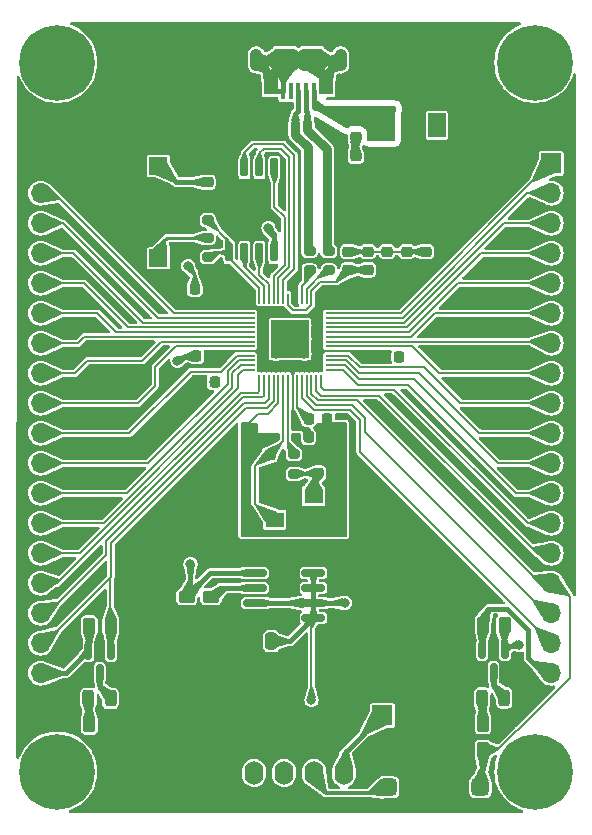
<source format=gbr>
%TF.GenerationSoftware,KiCad,Pcbnew,7.0.9*%
%TF.CreationDate,2023-12-13T11:13:32+03:00*%
%TF.ProjectId,rp2040,72703230-3430-42e6-9b69-6361645f7063,rev?*%
%TF.SameCoordinates,Original*%
%TF.FileFunction,Copper,L1,Top*%
%TF.FilePolarity,Positive*%
%FSLAX46Y46*%
G04 Gerber Fmt 4.6, Leading zero omitted, Abs format (unit mm)*
G04 Created by KiCad (PCBNEW 7.0.9) date 2023-12-13 11:13:32*
%MOMM*%
%LPD*%
G01*
G04 APERTURE LIST*
G04 Aperture macros list*
%AMRoundRect*
0 Rectangle with rounded corners*
0 $1 Rounding radius*
0 $2 $3 $4 $5 $6 $7 $8 $9 X,Y pos of 4 corners*
0 Add a 4 corners polygon primitive as box body*
4,1,4,$2,$3,$4,$5,$6,$7,$8,$9,$2,$3,0*
0 Add four circle primitives for the rounded corners*
1,1,$1+$1,$2,$3*
1,1,$1+$1,$4,$5*
1,1,$1+$1,$6,$7*
1,1,$1+$1,$8,$9*
0 Add four rect primitives between the rounded corners*
20,1,$1+$1,$2,$3,$4,$5,0*
20,1,$1+$1,$4,$5,$6,$7,0*
20,1,$1+$1,$6,$7,$8,$9,0*
20,1,$1+$1,$8,$9,$2,$3,0*%
G04 Aperture macros list end*
%TA.AperFunction,SMDPad,CuDef*%
%ADD10RoundRect,0.150000X0.825000X0.150000X-0.825000X0.150000X-0.825000X-0.150000X0.825000X-0.150000X0*%
%TD*%
%TA.AperFunction,ComponentPad*%
%ADD11C,0.800000*%
%TD*%
%TA.AperFunction,ComponentPad*%
%ADD12C,6.400000*%
%TD*%
%TA.AperFunction,SMDPad,CuDef*%
%ADD13RoundRect,0.250000X0.262500X0.450000X-0.262500X0.450000X-0.262500X-0.450000X0.262500X-0.450000X0*%
%TD*%
%TA.AperFunction,SMDPad,CuDef*%
%ADD14RoundRect,0.225000X0.250000X-0.225000X0.250000X0.225000X-0.250000X0.225000X-0.250000X-0.225000X0*%
%TD*%
%TA.AperFunction,ComponentPad*%
%ADD15R,1.700000X1.700000*%
%TD*%
%TA.AperFunction,ComponentPad*%
%ADD16O,1.700000X1.700000*%
%TD*%
%TA.AperFunction,ComponentPad*%
%ADD17O,1.600000X2.000000*%
%TD*%
%TA.AperFunction,SMDPad,CuDef*%
%ADD18RoundRect,0.243750X0.243750X0.456250X-0.243750X0.456250X-0.243750X-0.456250X0.243750X-0.456250X0*%
%TD*%
%TA.AperFunction,SMDPad,CuDef*%
%ADD19RoundRect,0.200000X-0.275000X0.200000X-0.275000X-0.200000X0.275000X-0.200000X0.275000X0.200000X0*%
%TD*%
%TA.AperFunction,SMDPad,CuDef*%
%ADD20RoundRect,0.250000X0.250000X0.475000X-0.250000X0.475000X-0.250000X-0.475000X0.250000X-0.475000X0*%
%TD*%
%TA.AperFunction,SMDPad,CuDef*%
%ADD21RoundRect,0.225000X0.225000X0.250000X-0.225000X0.250000X-0.225000X-0.250000X0.225000X-0.250000X0*%
%TD*%
%TA.AperFunction,SMDPad,CuDef*%
%ADD22RoundRect,0.225000X-0.250000X0.225000X-0.250000X-0.225000X0.250000X-0.225000X0.250000X0.225000X0*%
%TD*%
%TA.AperFunction,SMDPad,CuDef*%
%ADD23RoundRect,0.250000X0.450000X-0.262500X0.450000X0.262500X-0.450000X0.262500X-0.450000X-0.262500X0*%
%TD*%
%TA.AperFunction,SMDPad,CuDef*%
%ADD24RoundRect,0.050000X-0.387500X-0.050000X0.387500X-0.050000X0.387500X0.050000X-0.387500X0.050000X0*%
%TD*%
%TA.AperFunction,SMDPad,CuDef*%
%ADD25RoundRect,0.050000X-0.050000X-0.387500X0.050000X-0.387500X0.050000X0.387500X-0.050000X0.387500X0*%
%TD*%
%TA.AperFunction,SMDPad,CuDef*%
%ADD26R,3.200000X3.200000*%
%TD*%
%TA.AperFunction,SMDPad,CuDef*%
%ADD27RoundRect,0.150000X0.150000X-0.650000X0.150000X0.650000X-0.150000X0.650000X-0.150000X-0.650000X0*%
%TD*%
%TA.AperFunction,SMDPad,CuDef*%
%ADD28RoundRect,0.225000X-0.225000X-0.250000X0.225000X-0.250000X0.225000X0.250000X-0.225000X0.250000X0*%
%TD*%
%TA.AperFunction,SMDPad,CuDef*%
%ADD29R,1.500000X2.000000*%
%TD*%
%TA.AperFunction,SMDPad,CuDef*%
%ADD30R,3.800000X2.000000*%
%TD*%
%TA.AperFunction,SMDPad,CuDef*%
%ADD31R,0.400000X1.400000*%
%TD*%
%TA.AperFunction,ComponentPad*%
%ADD32O,1.050000X1.900000*%
%TD*%
%TA.AperFunction,SMDPad,CuDef*%
%ADD33R,1.150000X1.450000*%
%TD*%
%TA.AperFunction,SMDPad,CuDef*%
%ADD34R,1.750000X1.900000*%
%TD*%
%TA.AperFunction,SMDPad,CuDef*%
%ADD35R,1.500000X1.500000*%
%TD*%
%TA.AperFunction,SMDPad,CuDef*%
%ADD36RoundRect,0.150000X-0.150000X0.587500X-0.150000X-0.587500X0.150000X-0.587500X0.150000X0.587500X0*%
%TD*%
%TA.AperFunction,SMDPad,CuDef*%
%ADD37RoundRect,0.200000X0.275000X-0.200000X0.275000X0.200000X-0.275000X0.200000X-0.275000X-0.200000X0*%
%TD*%
%TA.AperFunction,SMDPad,CuDef*%
%ADD38RoundRect,0.250000X-0.262500X-0.450000X0.262500X-0.450000X0.262500X0.450000X-0.262500X0.450000X0*%
%TD*%
%TA.AperFunction,SMDPad,CuDef*%
%ADD39R,1.600000X1.300000*%
%TD*%
%TA.AperFunction,SMDPad,CuDef*%
%ADD40RoundRect,0.375000X-0.375000X-0.375000X0.375000X-0.375000X0.375000X0.375000X-0.375000X0.375000X0*%
%TD*%
%TA.AperFunction,ViaPad*%
%ADD41C,0.800000*%
%TD*%
%TA.AperFunction,Conductor*%
%ADD42C,0.200000*%
%TD*%
%TA.AperFunction,Conductor*%
%ADD43C,0.400000*%
%TD*%
%TA.AperFunction,Conductor*%
%ADD44C,0.800000*%
%TD*%
%TA.AperFunction,Conductor*%
%ADD45C,0.500000*%
%TD*%
%TA.AperFunction,Conductor*%
%ADD46C,0.250000*%
%TD*%
%TA.AperFunction,Conductor*%
%ADD47C,0.300000*%
%TD*%
G04 APERTURE END LIST*
D10*
%TO.P,U1,1,E0*%
%TO.N,GND*%
X144015000Y-115725000D03*
%TO.P,U1,2,E1*%
X144015000Y-114455000D03*
%TO.P,U1,3,E2*%
X144015000Y-113185000D03*
%TO.P,U1,4,VSS*%
X144015000Y-111915000D03*
%TO.P,U1,5,SDA*%
%TO.N,GPIO2*%
X139065000Y-111915000D03*
%TO.P,U1,6,SCL*%
%TO.N,GPIO3*%
X139065000Y-113185000D03*
%TO.P,U1,7,~{WC}*%
%TO.N,GND*%
X139065000Y-114455000D03*
%TO.P,U1,8,VCC*%
%TO.N,+3.3V*%
X139065000Y-115725000D03*
%TD*%
D11*
%TO.P,H4,1*%
%TO.N,N/C*%
X119920000Y-128731944D03*
X120622944Y-127034888D03*
X120622944Y-130429000D03*
X122320000Y-126331944D03*
D12*
X122320000Y-128731944D03*
D11*
X122320000Y-131131944D03*
X124017056Y-127034888D03*
X124017056Y-130429000D03*
X124720000Y-128731944D03*
%TD*%
D13*
%TO.P,R12,1*%
%TO.N,RUN*%
X158400000Y-126925000D03*
%TO.P,R12,2*%
%TO.N,+3.3V*%
X156575000Y-126925000D03*
%TD*%
D14*
%TO.P,C17,1*%
%TO.N,+3.3V*%
X147600000Y-78180000D03*
%TO.P,C17,2*%
%TO.N,GND*%
X147600000Y-76630000D03*
%TD*%
D15*
%TO.P,J2,1,Pin_1*%
%TO.N,+3.3V*%
X120920000Y-77216000D03*
D16*
%TO.P,J2,2,Pin_2*%
%TO.N,GPIO0*%
X120920000Y-79756000D03*
%TO.P,J2,3,Pin_3*%
%TO.N,GPIO1*%
X120920000Y-82296000D03*
%TO.P,J2,4,Pin_4*%
%TO.N,GPIO2*%
X120920000Y-84836000D03*
%TO.P,J2,5,Pin_5*%
%TO.N,GPIO3*%
X120920000Y-87376000D03*
%TO.P,J2,6,Pin_6*%
%TO.N,GPIO4*%
X120920000Y-89916000D03*
%TO.P,J2,7,Pin_7*%
%TO.N,GPIO5*%
X120920000Y-92456000D03*
%TO.P,J2,8,Pin_8*%
%TO.N,GPIO6*%
X120920000Y-94996000D03*
%TO.P,J2,9,Pin_9*%
%TO.N,GPIO7*%
X120920000Y-97536000D03*
%TO.P,J2,10,Pin_10*%
%TO.N,GPIO8*%
X120920000Y-100076000D03*
%TO.P,J2,11,Pin_11*%
%TO.N,GPIO9*%
X120920000Y-102616000D03*
%TO.P,J2,12,Pin_12*%
%TO.N,GPIO10*%
X120920000Y-105156000D03*
%TO.P,J2,13,Pin_13*%
%TO.N,GPIO11*%
X120920000Y-107696000D03*
%TO.P,J2,14,Pin_14*%
%TO.N,GPIO12*%
X120920000Y-110236000D03*
%TO.P,J2,15,Pin_15*%
%TO.N,GPIO13*%
X120920000Y-112776000D03*
%TO.P,J2,16,Pin_16*%
%TO.N,GPIO14*%
X120920000Y-115316000D03*
%TO.P,J2,17,Pin_17*%
%TO.N,GPIO15*%
X120920000Y-117856000D03*
%TO.P,J2,18,Pin_18*%
%TO.N,GND*%
X120920000Y-120396000D03*
%TD*%
D17*
%TO.P,U5,1,VCC*%
%TO.N,Net-(J3-Pin_1)*%
X146600000Y-128837000D03*
%TO.P,U5,2,GND*%
%TO.N,GND*%
X144060000Y-128837000D03*
%TO.P,U5,3,SCL*%
%TO.N,GPIO1*%
X141520000Y-128837000D03*
%TO.P,U5,4,SDA*%
%TO.N,GPIO0*%
X138980000Y-128837000D03*
%TD*%
D18*
%TO.P,D1,1,K*%
%TO.N,Net-(D1-K)*%
X160179000Y-122482000D03*
%TO.P,D1,2,A*%
%TO.N,Net-(D1-A)*%
X158304000Y-122482000D03*
%TD*%
D15*
%TO.P,J4,1,Pin_1*%
%TO.N,GPIO29_ADC3*%
X164140000Y-77216000D03*
D16*
%TO.P,J4,2,Pin_2*%
%TO.N,GPIO28_ADC2*%
X164140000Y-79756000D03*
%TO.P,J4,3,Pin_3*%
%TO.N,GPIO27_ADC1*%
X164140000Y-82296000D03*
%TO.P,J4,4,Pin_4*%
%TO.N,GPIO26_ADC0*%
X164140000Y-84836000D03*
%TO.P,J4,5,Pin_5*%
%TO.N,GPIO25*%
X164140000Y-87376000D03*
%TO.P,J4,6,Pin_6*%
%TO.N,GPIO24*%
X164140000Y-89916000D03*
%TO.P,J4,7,Pin_7*%
%TO.N,GPIO23*%
X164140000Y-92456000D03*
%TO.P,J4,8,Pin_8*%
%TO.N,GPIO22*%
X164140000Y-94996000D03*
%TO.P,J4,9,Pin_9*%
%TO.N,GPIO21*%
X164140000Y-97536000D03*
%TO.P,J4,10,Pin_10*%
%TO.N,GPIO20*%
X164140000Y-100076000D03*
%TO.P,J4,11,Pin_11*%
%TO.N,GPIO19*%
X164140000Y-102616000D03*
%TO.P,J4,12,Pin_12*%
%TO.N,GPIO18*%
X164140000Y-105156000D03*
%TO.P,J4,13,Pin_13*%
%TO.N,GPIO17*%
X164140000Y-107696000D03*
%TO.P,J4,14,Pin_14*%
%TO.N,GPIO16*%
X164140000Y-110236000D03*
%TO.P,J4,15,Pin_15*%
%TO.N,RUN*%
X164140000Y-112776000D03*
%TO.P,J4,16,Pin_16*%
%TO.N,SWD*%
X164140000Y-115316000D03*
%TO.P,J4,17,Pin_17*%
%TO.N,SWCLK*%
X164140000Y-117856000D03*
%TO.P,J4,18,Pin_18*%
%TO.N,GND*%
X164140000Y-120396000D03*
%TD*%
D19*
%TO.P,R2,1*%
%TO.N,USB_D-*%
X145330500Y-84646000D03*
%TO.P,R2,2*%
%TO.N,Net-(U2-USB_DM)*%
X145330500Y-86296000D03*
%TD*%
D15*
%TO.P,J3,1,Pin_1*%
%TO.N,Net-(J3-Pin_1)*%
X149860000Y-123952000D03*
D16*
%TO.P,J3,2,Pin_2*%
%TO.N,+3.3V*%
X149860000Y-121412000D03*
%TD*%
D19*
%TO.P,R11,1*%
%TO.N,XOUT*%
X142370000Y-101855000D03*
%TO.P,R11,2*%
%TO.N,Net-(C14-Pad2)*%
X142370000Y-103505000D03*
%TD*%
D14*
%TO.P,C7,1*%
%TO.N,+3.3V*%
X153543000Y-86246000D03*
%TO.P,C7,2*%
%TO.N,GND*%
X153543000Y-84696000D03*
%TD*%
D20*
%TO.P,C1,1*%
%TO.N,GND*%
X140460000Y-117690000D03*
%TO.P,C1,2*%
%TO.N,+3.3V*%
X138560000Y-117690000D03*
%TD*%
D21*
%TO.P,C8,1*%
%TO.N,+3.3V*%
X135522000Y-87884000D03*
%TO.P,C8,2*%
%TO.N,GND*%
X133972000Y-87884000D03*
%TD*%
D11*
%TO.P,H1,1*%
%TO.N,N/C*%
X119920000Y-68707000D03*
X120622944Y-67009944D03*
X120622944Y-70404056D03*
X122320000Y-66307000D03*
D12*
X122320000Y-68707000D03*
D11*
X122320000Y-71107000D03*
X124017056Y-67009944D03*
X124017056Y-70404056D03*
X124720000Y-68707000D03*
%TD*%
D22*
%TO.P,C14,1*%
%TO.N,GND*%
X144440000Y-101905000D03*
%TO.P,C14,2*%
%TO.N,Net-(C14-Pad2)*%
X144440000Y-103455000D03*
%TD*%
D14*
%TO.P,C3,1*%
%TO.N,+1V1*%
X146973000Y-86246000D03*
%TO.P,C3,2*%
%TO.N,GND*%
X146973000Y-84696000D03*
%TD*%
D21*
%TO.P,C9,1*%
%TO.N,+3.3V*%
X135645000Y-93550000D03*
%TO.P,C9,2*%
%TO.N,GND*%
X134095000Y-93550000D03*
%TD*%
D23*
%TO.P,R3,1*%
%TO.N,+3.3V*%
X133290000Y-115742500D03*
%TO.P,R3,2*%
%TO.N,GPIO2*%
X133290000Y-113917500D03*
%TD*%
D24*
%TO.P,U2,1,IOVDD*%
%TO.N,+3.3V*%
X138605000Y-89510000D03*
%TO.P,U2,2,GPIO0*%
%TO.N,GPIO0*%
X138605000Y-89910000D03*
%TO.P,U2,3,GPIO1*%
%TO.N,GPIO1*%
X138605000Y-90310000D03*
%TO.P,U2,4,GPIO2*%
%TO.N,GPIO2*%
X138605000Y-90710000D03*
%TO.P,U2,5,GPIO3*%
%TO.N,GPIO3*%
X138605000Y-91110000D03*
%TO.P,U2,6,GPIO4*%
%TO.N,GPIO4*%
X138605000Y-91510000D03*
%TO.P,U2,7,GPIO5*%
%TO.N,GPIO5*%
X138605000Y-91910000D03*
%TO.P,U2,8,GPIO6*%
%TO.N,GPIO6*%
X138605000Y-92310000D03*
%TO.P,U2,9,GPIO7*%
%TO.N,GPIO7*%
X138605000Y-92710000D03*
%TO.P,U2,10,IOVDD*%
%TO.N,+3.3V*%
X138605000Y-93110000D03*
%TO.P,U2,11,GPIO8*%
%TO.N,GPIO8*%
X138605000Y-93510000D03*
%TO.P,U2,12,GPIO9*%
%TO.N,GPIO9*%
X138605000Y-93910000D03*
%TO.P,U2,13,GPIO10*%
%TO.N,GPIO10*%
X138605000Y-94310000D03*
%TO.P,U2,14,GPIO11*%
%TO.N,GPIO11*%
X138605000Y-94710000D03*
D25*
%TO.P,U2,15,GPIO12*%
%TO.N,GPIO12*%
X139442500Y-95547500D03*
%TO.P,U2,16,GPIO13*%
%TO.N,GPIO13*%
X139842500Y-95547500D03*
%TO.P,U2,17,GPIO14*%
%TO.N,GPIO14*%
X140242500Y-95547500D03*
%TO.P,U2,18,GPIO15*%
%TO.N,GPIO15*%
X140642500Y-95547500D03*
%TO.P,U2,19,TESTEN*%
%TO.N,GND*%
X141042500Y-95547500D03*
%TO.P,U2,20,XIN*%
%TO.N,XIN*%
X141442500Y-95547500D03*
%TO.P,U2,21,XOUT*%
%TO.N,XOUT*%
X141842500Y-95547500D03*
%TO.P,U2,22,IOVDD*%
%TO.N,+3.3V*%
X142242500Y-95547500D03*
%TO.P,U2,23,DVDD*%
%TO.N,+1V1*%
X142642500Y-95547500D03*
%TO.P,U2,24,SWCLK*%
%TO.N,SWCLK*%
X143042500Y-95547500D03*
%TO.P,U2,25,SWD*%
%TO.N,SWD*%
X143442500Y-95547500D03*
%TO.P,U2,26,RUN*%
%TO.N,RUN*%
X143842500Y-95547500D03*
%TO.P,U2,27,GPIO16*%
%TO.N,GPIO16*%
X144242500Y-95547500D03*
%TO.P,U2,28,GPIO17*%
%TO.N,GPIO17*%
X144642500Y-95547500D03*
D24*
%TO.P,U2,29,GPIO18*%
%TO.N,GPIO18*%
X145480000Y-94710000D03*
%TO.P,U2,30,GPIO19*%
%TO.N,GPIO19*%
X145480000Y-94310000D03*
%TO.P,U2,31,GPIO20*%
%TO.N,GPIO20*%
X145480000Y-93910000D03*
%TO.P,U2,32,GPIO21*%
%TO.N,GPIO21*%
X145480000Y-93510000D03*
%TO.P,U2,33,IOVDD*%
%TO.N,+3.3V*%
X145480000Y-93110000D03*
%TO.P,U2,34,GPIO22*%
%TO.N,GPIO22*%
X145480000Y-92710000D03*
%TO.P,U2,35,GPIO23*%
%TO.N,GPIO23*%
X145480000Y-92310000D03*
%TO.P,U2,36,GPIO24*%
%TO.N,GPIO24*%
X145480000Y-91910000D03*
%TO.P,U2,37,GPIO25*%
%TO.N,GPIO25*%
X145480000Y-91510000D03*
%TO.P,U2,38,GPIO26_ADC0*%
%TO.N,GPIO26_ADC0*%
X145480000Y-91110000D03*
%TO.P,U2,39,GPIO27_ADC1*%
%TO.N,GPIO27_ADC1*%
X145480000Y-90710000D03*
%TO.P,U2,40,GPIO28_ADC2*%
%TO.N,GPIO28_ADC2*%
X145480000Y-90310000D03*
%TO.P,U2,41,GPIO29_ADC3*%
%TO.N,GPIO29_ADC3*%
X145480000Y-89910000D03*
%TO.P,U2,42,IOVDD*%
%TO.N,+3.3V*%
X145480000Y-89510000D03*
D25*
%TO.P,U2,43,ADC_AVDD*%
X144642500Y-88672500D03*
%TO.P,U2,44,VREG_IN*%
X144242500Y-88672500D03*
%TO.P,U2,45,VREG_VOUT*%
%TO.N,+1V1*%
X143842500Y-88672500D03*
%TO.P,U2,46,USB_DM*%
%TO.N,Net-(U2-USB_DM)*%
X143442500Y-88672500D03*
%TO.P,U2,47,USB_DP*%
%TO.N,Net-(U2-USB_DP)*%
X143042500Y-88672500D03*
%TO.P,U2,48,USB_VDD*%
%TO.N,+3.3V*%
X142642500Y-88672500D03*
%TO.P,U2,49,IOVDD*%
X142242500Y-88672500D03*
%TO.P,U2,50,DVDD*%
%TO.N,+1V1*%
X141842500Y-88672500D03*
%TO.P,U2,51,QSPI_SD3*%
%TO.N,QSPI_SD3*%
X141442500Y-88672500D03*
%TO.P,U2,52,QSPI_SCLK*%
%TO.N,QSPI_SCLK*%
X141042500Y-88672500D03*
%TO.P,U2,53,QSPI_SD0*%
%TO.N,QSPI_SD0*%
X140642500Y-88672500D03*
%TO.P,U2,54,QSPI_SD2*%
%TO.N,QSPI_SD2*%
X140242500Y-88672500D03*
%TO.P,U2,55,QSPI_SD1*%
%TO.N,QSPI_SD1*%
X139842500Y-88672500D03*
%TO.P,U2,56,QSPI_SS*%
%TO.N,QSPI_SS*%
X139442500Y-88672500D03*
D26*
%TO.P,U2,57,GND*%
%TO.N,GND*%
X142042500Y-92110000D03*
%TD*%
D27*
%TO.P,U3,1,~{CS}*%
%TO.N,QSPI_SS*%
X136895000Y-84770000D03*
%TO.P,U3,2,DO(IO1)*%
%TO.N,QSPI_SD1*%
X138165000Y-84770000D03*
%TO.P,U3,3,IO2*%
%TO.N,QSPI_SD2*%
X139435000Y-84770000D03*
%TO.P,U3,4,GND*%
%TO.N,GND*%
X140705000Y-84770000D03*
%TO.P,U3,5,DI(IO0)*%
%TO.N,QSPI_SD0*%
X140705000Y-77570000D03*
%TO.P,U3,6,CLK*%
%TO.N,QSPI_SCLK*%
X139435000Y-77570000D03*
%TO.P,U3,7,IO3*%
%TO.N,QSPI_SD3*%
X138165000Y-77570000D03*
%TO.P,U3,8,VCC*%
%TO.N,+3.3V*%
X136895000Y-77570000D03*
%TD*%
D28*
%TO.P,C10,1*%
%TO.N,+3.3V*%
X134099000Y-95758000D03*
%TO.P,C10,2*%
%TO.N,GND*%
X135649000Y-95758000D03*
%TD*%
D23*
%TO.P,R4,1*%
%TO.N,+3.3V*%
X135340000Y-115742500D03*
%TO.P,R4,2*%
%TO.N,GPIO3*%
X135340000Y-113917500D03*
%TD*%
D29*
%TO.P,U4,1,GND*%
%TO.N,GND*%
X154460000Y-74010000D03*
%TO.P,U4,2,VO*%
%TO.N,+3.3V*%
X152160000Y-74010000D03*
D30*
X152160000Y-80310000D03*
D29*
%TO.P,U4,3,VI*%
%TO.N,VBUS*%
X149860000Y-74010000D03*
%TD*%
D31*
%TO.P,J1,1,VBUS*%
%TO.N,VBUS*%
X144048000Y-71120000D03*
%TO.P,J1,2,D-*%
%TO.N,USB_D-*%
X143398000Y-71120000D03*
%TO.P,J1,3,D+*%
%TO.N,USB_D+*%
X142748000Y-71120000D03*
%TO.P,J1,4,ID*%
%TO.N,unconnected-(J1-ID-Pad4)*%
X142098000Y-71120000D03*
%TO.P,J1,5,GND*%
%TO.N,GND*%
X141448000Y-71120000D03*
D32*
%TO.P,J1,6,Shield*%
X146323000Y-68470000D03*
D33*
X145068000Y-70700000D03*
D34*
X143873000Y-68470000D03*
X141623000Y-68470000D03*
D33*
X140428000Y-70700000D03*
D32*
X139173000Y-68470000D03*
%TD*%
D35*
%TO.P,SW1,1,1*%
%TO.N,GND*%
X130890000Y-77450000D03*
%TO.P,SW1,2,2*%
%TO.N,Net-(R7-Pad2)*%
X130890000Y-85250000D03*
%TD*%
D14*
%TO.P,C13,1*%
%TO.N,GND*%
X140300000Y-103455000D03*
%TO.P,C13,2*%
%TO.N,XIN*%
X140300000Y-101905000D03*
%TD*%
D36*
%TO.P,Q1,1,G*%
%TO.N,GPIO14*%
X160211500Y-118439500D03*
%TO.P,Q1,2,S*%
%TO.N,GND*%
X158311500Y-118439500D03*
%TO.P,Q1,3,D*%
%TO.N,Net-(D1-K)*%
X159261500Y-120314500D03*
%TD*%
%TO.P,Q2,1,G*%
%TO.N,GPIO15*%
X126868000Y-118491000D03*
%TO.P,Q2,2,S*%
%TO.N,GND*%
X124968000Y-118491000D03*
%TO.P,Q2,3,D*%
%TO.N,Net-(D2-K)*%
X125918000Y-120366000D03*
%TD*%
D11*
%TO.P,H2,1*%
%TO.N,N/C*%
X160340000Y-68707000D03*
X161042944Y-67009944D03*
X161042944Y-70404056D03*
X162740000Y-66307000D03*
D12*
X162740000Y-68707000D03*
D11*
X162740000Y-71107000D03*
X164437056Y-67009944D03*
X164437056Y-70404056D03*
X165140000Y-68707000D03*
%TD*%
D14*
%TO.P,C6,1*%
%TO.N,+3.3V*%
X151900500Y-86246000D03*
%TO.P,C6,2*%
%TO.N,GND*%
X151900500Y-84696000D03*
%TD*%
D37*
%TO.P,R10,1*%
%TO.N,QSPI_SS*%
X135060000Y-82025000D03*
%TO.P,R10,2*%
%TO.N,+3.3V*%
X135060000Y-80375000D03*
%TD*%
D19*
%TO.P,R1,1*%
%TO.N,USB_D+*%
X143688000Y-84646000D03*
%TO.P,R1,2*%
%TO.N,Net-(U2-USB_DP)*%
X143688000Y-86296000D03*
%TD*%
D28*
%TO.P,C12,1*%
%TO.N,+3.3V*%
X143615000Y-100370000D03*
%TO.P,C12,2*%
%TO.N,GND*%
X145165000Y-100370000D03*
%TD*%
%TO.P,C11,1*%
%TO.N,+3.3V*%
X149720000Y-93599000D03*
%TO.P,C11,2*%
%TO.N,GND*%
X151270000Y-93599000D03*
%TD*%
D18*
%TO.P,D2,1,K*%
%TO.N,Net-(D2-K)*%
X126835500Y-122533500D03*
%TO.P,D2,2,A*%
%TO.N,Net-(D2-A)*%
X124960500Y-122533500D03*
%TD*%
D22*
%TO.P,C15,1*%
%TO.N,VBUS*%
X147600000Y-73475000D03*
%TO.P,C15,2*%
%TO.N,GND*%
X147600000Y-75025000D03*
%TD*%
%TO.P,C16,1*%
%TO.N,+3.3V*%
X135060000Y-77270000D03*
%TO.P,C16,2*%
%TO.N,GND*%
X135060000Y-78820000D03*
%TD*%
D38*
%TO.P,R6,1*%
%TO.N,Net-(D1-A)*%
X158369000Y-124664500D03*
%TO.P,R6,2*%
%TO.N,+3.3V*%
X160194000Y-124664500D03*
%TD*%
D28*
%TO.P,C2,1*%
%TO.N,+1V1*%
X143625000Y-98890000D03*
%TO.P,C2,2*%
%TO.N,GND*%
X145175000Y-98890000D03*
%TD*%
D13*
%TO.P,R8,1*%
%TO.N,GPIO15*%
X126850500Y-116383500D03*
%TO.P,R8,2*%
%TO.N,GND*%
X125025500Y-116383500D03*
%TD*%
D14*
%TO.P,C5,1*%
%TO.N,+3.3V*%
X150258000Y-86246000D03*
%TO.P,C5,2*%
%TO.N,GND*%
X150258000Y-84696000D03*
%TD*%
D13*
%TO.P,R5,1*%
%TO.N,GPIO14*%
X160194000Y-116332000D03*
%TO.P,R5,2*%
%TO.N,GND*%
X158369000Y-116332000D03*
%TD*%
D39*
%TO.P,Y1,1,1*%
%TO.N,Net-(C14-Pad2)*%
X144030000Y-105385000D03*
%TO.P,Y1,2,2*%
%TO.N,GND*%
X140730000Y-105385000D03*
%TO.P,Y1,3,3*%
%TO.N,XIN*%
X140730000Y-107385000D03*
%TO.P,Y1,4,4*%
%TO.N,GND*%
X144030000Y-107385000D03*
%TD*%
D11*
%TO.P,H3,1*%
%TO.N,N/C*%
X160340000Y-128731944D03*
X161042944Y-127034888D03*
X161042944Y-130429000D03*
X162740000Y-126331944D03*
D12*
X162740000Y-128731944D03*
D11*
X162740000Y-131131944D03*
X164437056Y-127034888D03*
X164437056Y-130429000D03*
X165140000Y-128731944D03*
%TD*%
D37*
%TO.P,R7,1*%
%TO.N,QSPI_SS*%
X135060000Y-85180000D03*
%TO.P,R7,2*%
%TO.N,Net-(R7-Pad2)*%
X135060000Y-83530000D03*
%TD*%
D38*
%TO.P,R9,1*%
%TO.N,Net-(D2-A)*%
X125025500Y-124716000D03*
%TO.P,R9,2*%
%TO.N,+3.3V*%
X126850500Y-124716000D03*
%TD*%
D14*
%TO.P,C4,1*%
%TO.N,+1V1*%
X148615500Y-86246000D03*
%TO.P,C4,2*%
%TO.N,GND*%
X148615500Y-84696000D03*
%TD*%
D40*
%TO.P,SW2,1,1*%
%TO.N,GND*%
X150350000Y-130050000D03*
%TO.P,SW2,2,2*%
%TO.N,RUN*%
X158150000Y-130050000D03*
%TD*%
D41*
%TO.N,+1V1*%
X146899000Y-86320000D03*
X143635000Y-98980000D03*
%TO.N,GPIO2*%
X133604000Y-111125000D03*
%TO.N,GPIO3*%
X135340000Y-113917500D03*
%TO.N,GPIO14*%
X161417000Y-117983000D03*
%TO.N,GND*%
X143850000Y-122680000D03*
X138303000Y-100203000D03*
X140080000Y-100690000D03*
X140335000Y-103378000D03*
X133420000Y-85910000D03*
X143764000Y-107061000D03*
X146685000Y-114427000D03*
X151270000Y-93599000D03*
X154432000Y-74041000D03*
X143256000Y-90932000D03*
X140843000Y-93345000D03*
X135636000Y-95758000D03*
X147600000Y-76454000D03*
X153543000Y-84696000D03*
X140208000Y-82677000D03*
X143256000Y-92075000D03*
X143256000Y-93345000D03*
X140843000Y-90932000D03*
X132500000Y-93950000D03*
X143002000Y-114455000D03*
X130937000Y-77343000D03*
X140843000Y-92075000D03*
%TD*%
D42*
%TO.N,+1V1*%
X141842500Y-89204975D02*
X141842500Y-88672500D01*
X143842500Y-89204975D02*
X143385475Y-89662000D01*
X145970000Y-87249000D02*
X146899000Y-86320000D01*
X143842500Y-88672500D02*
X143842500Y-89204975D01*
X143385475Y-89662000D02*
X142299525Y-89662000D01*
X146973000Y-86246000D02*
X148615500Y-86246000D01*
X144583686Y-87249000D02*
X145970000Y-87249000D01*
X143842500Y-87990186D02*
X144583686Y-87249000D01*
X143842500Y-88672500D02*
X143842500Y-87990186D01*
X142642500Y-97907500D02*
X143625000Y-98890000D01*
X146973000Y-86246000D02*
X146899000Y-86320000D01*
X142299525Y-89662000D02*
X141842500Y-89204975D01*
X142642500Y-95547500D02*
X142642500Y-97907500D01*
%TO.N,+3.3V*%
X144040000Y-94330000D02*
X144320000Y-94050000D01*
X144642500Y-88672500D02*
X145480000Y-89510000D01*
X142790000Y-94330000D02*
X144040000Y-94330000D01*
X138605000Y-93110000D02*
X139270000Y-93110000D01*
X142242500Y-88672500D02*
X142242500Y-87500500D01*
X139270000Y-93110000D02*
X139350000Y-93030000D01*
X144320000Y-94050000D02*
X144320000Y-93580000D01*
X144790000Y-93110000D02*
X144960000Y-93110000D01*
X142242500Y-98997500D02*
X143615000Y-100370000D01*
X142242500Y-95547500D02*
X142242500Y-98997500D01*
X144242500Y-88672500D02*
X144642500Y-88672500D01*
X138605000Y-93110000D02*
X136085000Y-93110000D01*
X145480000Y-93110000D02*
X144960000Y-93110000D01*
X144320000Y-93580000D02*
X144790000Y-93110000D01*
X142242500Y-94877500D02*
X142790000Y-94330000D01*
X149231000Y-93110000D02*
X149720000Y-93599000D01*
X144960000Y-93110000D02*
X144920000Y-93070000D01*
X135714000Y-87884000D02*
X135522000Y-87884000D01*
X142242500Y-95547500D02*
X142242500Y-94877500D01*
X137340000Y-89510000D02*
X135714000Y-87884000D01*
X145480000Y-93110000D02*
X149231000Y-93110000D01*
X138605000Y-89510000D02*
X137340000Y-89510000D01*
X136085000Y-93110000D02*
X135645000Y-93550000D01*
X142242500Y-87500500D02*
X142494000Y-87249000D01*
X142642500Y-88672500D02*
X142242500Y-88672500D01*
%TO.N,XIN*%
X139065000Y-106045000D02*
X140405000Y-107385000D01*
X139954000Y-101981000D02*
X139065000Y-102870000D01*
X141442500Y-95547500D02*
X141442500Y-100762500D01*
X139065000Y-102870000D02*
X139065000Y-106045000D01*
X141442500Y-100762500D02*
X140300000Y-101905000D01*
X140405000Y-107385000D02*
X140730000Y-107385000D01*
X140224000Y-101981000D02*
X139954000Y-101981000D01*
X140300000Y-101905000D02*
X140224000Y-101981000D01*
%TO.N,Net-(C14-Pad2)*%
X144030000Y-103865000D02*
X144030000Y-105385000D01*
X142370000Y-103505000D02*
X144390000Y-103505000D01*
X144390000Y-103505000D02*
X144440000Y-103455000D01*
X144440000Y-103455000D02*
X144030000Y-103865000D01*
D43*
%TO.N,VBUS*%
X144048000Y-71120000D02*
X144048000Y-72420000D01*
X145288000Y-72898000D02*
X147023000Y-72898000D01*
X144145000Y-72517000D02*
X144907000Y-72517000D01*
X147023000Y-72898000D02*
X147600000Y-73475000D01*
X144907000Y-72517000D02*
X145288000Y-72898000D01*
X144048000Y-72420000D02*
X144145000Y-72517000D01*
%TO.N,Net-(D1-K)*%
X159261500Y-120314500D02*
X159261500Y-121564500D01*
X159261500Y-121564500D02*
X160179000Y-122482000D01*
%TO.N,Net-(D1-A)*%
X158304000Y-122482000D02*
X158304000Y-124599500D01*
X158304000Y-124599500D02*
X158369000Y-124664500D01*
%TO.N,Net-(D2-K)*%
X125918000Y-121616000D02*
X126835500Y-122533500D01*
X125918000Y-120366000D02*
X125918000Y-121616000D01*
%TO.N,Net-(D2-A)*%
X125025500Y-124716000D02*
X125025500Y-122598500D01*
X125025500Y-122598500D02*
X124960500Y-122533500D01*
D44*
%TO.N,USB_D-*%
X145160000Y-76040000D02*
X143510000Y-74390000D01*
D43*
X143398000Y-72786000D02*
X143510000Y-72898000D01*
D44*
X145160000Y-84646000D02*
X145160000Y-76040000D01*
D43*
X143510000Y-72898000D02*
X143510000Y-73914000D01*
X143398000Y-71120000D02*
X143398000Y-72786000D01*
D44*
X143510000Y-74390000D02*
X143510000Y-73914000D01*
%TO.N,USB_D+*%
X142494000Y-74788214D02*
X142494000Y-73787000D01*
D43*
X142748000Y-71120000D02*
X142748000Y-72771000D01*
X142494000Y-73025000D02*
X142494000Y-73787000D01*
X142748000Y-72771000D02*
X142494000Y-73025000D01*
D44*
X143560000Y-84646000D02*
X143560000Y-75854214D01*
X143560000Y-75854214D02*
X142494000Y-74788214D01*
D42*
%TO.N,GPIO0*%
X132201000Y-89910000D02*
X122047000Y-79756000D01*
X138605000Y-89910000D02*
X132201000Y-89910000D01*
X122047000Y-79756000D02*
X120920000Y-79756000D01*
%TO.N,GPIO1*%
X130823000Y-90310000D02*
X122809000Y-82296000D01*
X122809000Y-82296000D02*
X120920000Y-82296000D01*
X138605000Y-90310000D02*
X130823000Y-90310000D01*
D43*
%TO.N,GPIO2*%
X133604000Y-113603500D02*
X133290000Y-113917500D01*
X133290000Y-113917500D02*
X135292500Y-111915000D01*
D42*
X138605000Y-90710000D02*
X129572000Y-90710000D01*
X123698000Y-84836000D02*
X120920000Y-84836000D01*
X129572000Y-90710000D02*
X123698000Y-84836000D01*
D43*
X135292500Y-111915000D02*
X139065000Y-111915000D01*
X133604000Y-111125000D02*
X133604000Y-113603500D01*
%TO.N,GPIO3*%
X136072500Y-113185000D02*
X135340000Y-113917500D01*
D42*
X124587000Y-87376000D02*
X120920000Y-87376000D01*
X128321000Y-91110000D02*
X124587000Y-87376000D01*
X138605000Y-91110000D02*
X128321000Y-91110000D01*
D43*
X139065000Y-113185000D02*
X136072500Y-113185000D01*
D42*
%TO.N,GPIO4*%
X138605000Y-91510000D02*
X127324000Y-91510000D01*
X127324000Y-91510000D02*
X125730000Y-89916000D01*
X125730000Y-89916000D02*
X120920000Y-89916000D01*
%TO.N,GPIO5*%
X138605000Y-91910000D02*
X124625000Y-91910000D01*
X124079000Y-92456000D02*
X120920000Y-92456000D01*
X124625000Y-91910000D02*
X124079000Y-92456000D01*
%TO.N,GPIO6*%
X129518000Y-93942000D02*
X124879000Y-93942000D01*
X124879000Y-93942000D02*
X123825000Y-94996000D01*
X138605000Y-92310000D02*
X131150000Y-92310000D01*
X131150000Y-92310000D02*
X129518000Y-93942000D01*
X123825000Y-94996000D02*
X120920000Y-94996000D01*
%TO.N,GPIO7*%
X130620000Y-94450000D02*
X130620000Y-96070000D01*
X129154000Y-97536000D02*
X120920000Y-97536000D01*
X132360000Y-92710000D02*
X130620000Y-94450000D01*
X138605000Y-92710000D02*
X132360000Y-92710000D01*
X130620000Y-96070000D02*
X129154000Y-97536000D01*
%TO.N,GPIO8*%
X133613000Y-94860000D02*
X128397000Y-100076000D01*
X137514628Y-93510000D02*
X136164628Y-94860000D01*
X128397000Y-100076000D02*
X120920000Y-100076000D01*
X136164628Y-94860000D02*
X133613000Y-94860000D01*
X138605000Y-93510000D02*
X137514628Y-93510000D01*
%TO.N,GPIO9*%
X137680314Y-93910000D02*
X136760000Y-94830315D01*
X136760000Y-95885000D02*
X130029000Y-102616000D01*
X130029000Y-102616000D02*
X120920000Y-102616000D01*
X136760000Y-94830315D02*
X136760000Y-95885000D01*
X138605000Y-93910000D02*
X137680314Y-93910000D01*
%TO.N,GPIO10*%
X137160000Y-96219942D02*
X128223942Y-105156000D01*
X128223942Y-105156000D02*
X120920000Y-105156000D01*
X138605000Y-94310000D02*
X137846000Y-94310000D01*
X137160000Y-94996000D02*
X137160000Y-96219942D01*
X137846000Y-94310000D02*
X137160000Y-94996000D01*
%TO.N,GPIO11*%
X138605000Y-94710000D02*
X138081000Y-94710000D01*
X137668000Y-95123000D02*
X137668000Y-96277628D01*
X138081000Y-94710000D02*
X137668000Y-95123000D01*
X137668000Y-96277628D02*
X126249628Y-107696000D01*
X126249628Y-107696000D02*
X120920000Y-107696000D01*
%TO.N,GPIO12*%
X139442500Y-96523500D02*
X139338000Y-96628000D01*
X137883314Y-96628000D02*
X124275314Y-110236000D01*
X139338000Y-96628000D02*
X137883314Y-96628000D01*
X124275314Y-110236000D02*
X120920000Y-110236000D01*
X139442500Y-95547500D02*
X139442500Y-96523500D01*
%TO.N,GPIO13*%
X139842500Y-95547500D02*
X139842500Y-96885500D01*
X139700000Y-97028000D02*
X138049000Y-97028000D01*
X122312629Y-112776000D02*
X120920000Y-112776000D01*
X138049000Y-97028000D02*
X137160000Y-97917000D01*
X137160000Y-97928629D02*
X122312629Y-112776000D01*
X137160000Y-97917000D02*
X137160000Y-97928629D01*
X139842500Y-96885500D02*
X139700000Y-97028000D01*
%TO.N,GPIO14*%
X138147158Y-97507157D02*
X126473000Y-109181315D01*
X160211500Y-118439500D02*
X160194000Y-118422000D01*
X126473000Y-109181315D02*
X126473000Y-110382000D01*
X140242500Y-97189814D02*
X139925157Y-97507157D01*
X139925157Y-97507157D02*
X138147158Y-97507157D01*
X160194000Y-118422000D02*
X160194000Y-116332000D01*
X160668000Y-117983000D02*
X160211500Y-118439500D01*
X140242500Y-95547500D02*
X140242500Y-97189814D01*
X121539000Y-115316000D02*
X120920000Y-115316000D01*
X161417000Y-117983000D02*
X160668000Y-117983000D01*
X126473000Y-110382000D02*
X121539000Y-115316000D01*
%TO.N,GPIO15*%
X126873000Y-112268000D02*
X126809500Y-112331500D01*
X121285000Y-117856000D02*
X120920000Y-117856000D01*
X140642500Y-95547500D02*
X140642500Y-97355500D01*
X138303000Y-97917000D02*
X126873000Y-109347000D01*
D43*
X126868000Y-118491000D02*
X126868000Y-116401000D01*
D42*
X140081000Y-97917000D02*
X138303000Y-97917000D01*
D43*
X126868000Y-116401000D02*
X126850500Y-116383500D01*
D42*
X140642500Y-97355500D02*
X140081000Y-97917000D01*
X126809500Y-112331500D02*
X121285000Y-117856000D01*
X126809500Y-116342500D02*
X126850500Y-116383500D01*
X126873000Y-109347000D02*
X126873000Y-112268000D01*
X126809500Y-112331500D02*
X126809500Y-116342500D01*
%TO.N,GPIO29_ADC3*%
X151390000Y-89910000D02*
X164084000Y-77216000D01*
X164084000Y-77216000D02*
X164140000Y-77216000D01*
X145480000Y-89910000D02*
X151390000Y-89910000D01*
%TO.N,GPIO28_ADC2*%
X162109686Y-79756000D02*
X164140000Y-79756000D01*
X151555686Y-90310000D02*
X162109686Y-79756000D01*
X145480000Y-90310000D02*
X151555686Y-90310000D01*
%TO.N,GPIO27_ADC1*%
X145480000Y-90710000D02*
X151721372Y-90710000D01*
X160135372Y-82296000D02*
X164140000Y-82296000D01*
X151721372Y-90710000D02*
X160135372Y-82296000D01*
%TO.N,GPIO26_ADC0*%
X158242000Y-84836000D02*
X164140000Y-84836000D01*
X145480000Y-91110000D02*
X151968000Y-91110000D01*
X151968000Y-91110000D02*
X158242000Y-84836000D01*
%TO.N,GPIO25*%
X152133686Y-91510000D02*
X156267686Y-87376000D01*
X156267686Y-87376000D02*
X164140000Y-87376000D01*
X145480000Y-91510000D02*
X152133686Y-91510000D01*
%TO.N,GPIO24*%
X154305000Y-89916000D02*
X164140000Y-89916000D01*
X145480000Y-91910000D02*
X152311000Y-91910000D01*
X152311000Y-91910000D02*
X154305000Y-89916000D01*
%TO.N,GPIO23*%
X145480000Y-92310000D02*
X163994000Y-92310000D01*
X163994000Y-92310000D02*
X164140000Y-92456000D01*
%TO.N,GPIO22*%
X152400000Y-92710000D02*
X154686000Y-94996000D01*
X145480000Y-92710000D02*
X152400000Y-92710000D01*
X154686000Y-94996000D02*
X164140000Y-94996000D01*
%TO.N,GPIO21*%
X146977000Y-93510000D02*
X147955000Y-94488000D01*
X156464000Y-97536000D02*
X164140000Y-97536000D01*
X145480000Y-93510000D02*
X146977000Y-93510000D01*
X147955000Y-94488000D02*
X153416000Y-94488000D01*
X153416000Y-94488000D02*
X156464000Y-97536000D01*
%TO.N,GPIO20*%
X152971500Y-94996000D02*
X158051500Y-100076000D01*
X146811314Y-93910000D02*
X147897314Y-94996000D01*
X147897314Y-94996000D02*
X152971500Y-94996000D01*
X158051500Y-100076000D02*
X164140000Y-100076000D01*
X145480000Y-93910000D02*
X146811314Y-93910000D01*
%TO.N,GPIO19*%
X147839628Y-95504000D02*
X152527000Y-95504000D01*
X146645628Y-94310000D02*
X147839628Y-95504000D01*
X145480000Y-94310000D02*
X146645628Y-94310000D01*
X152527000Y-95504000D02*
X159639000Y-102616000D01*
X159639000Y-102616000D02*
X164140000Y-102616000D01*
%TO.N,GPIO18*%
X161163000Y-105156000D02*
X164140000Y-105156000D01*
X145480000Y-94710000D02*
X146479942Y-94710000D01*
X152000000Y-95993000D02*
X161163000Y-105156000D01*
X147762942Y-95993000D02*
X152000000Y-95993000D01*
X146479942Y-94710000D02*
X147762942Y-95993000D01*
%TO.N,GPIO17*%
X150876000Y-96393000D02*
X162179000Y-107696000D01*
X144907000Y-96393000D02*
X150876000Y-96393000D01*
X144642500Y-96128500D02*
X144907000Y-96393000D01*
X162179000Y-107696000D02*
X164140000Y-107696000D01*
X144642500Y-95547500D02*
X144642500Y-96128500D01*
%TO.N,GPIO16*%
X144242500Y-95547500D02*
X144242500Y-96490500D01*
X162941000Y-110236000D02*
X164140000Y-110236000D01*
X144242500Y-96490500D02*
X144653000Y-96901000D01*
X144653000Y-96901000D02*
X149606000Y-96901000D01*
X149606000Y-96901000D02*
X162941000Y-110236000D01*
%TO.N,RUN*%
X159597196Y-126925000D02*
X158400000Y-126925000D01*
X164601000Y-112776000D02*
X165725000Y-113900000D01*
X161290252Y-125231944D02*
X159597196Y-126925000D01*
D45*
X158400000Y-128550000D02*
X158150000Y-128800000D01*
D42*
X144418000Y-97301000D02*
X147720000Y-97301000D01*
X143842500Y-95547500D02*
X143842500Y-96725500D01*
X161293056Y-125231944D02*
X161290252Y-125231944D01*
X147720000Y-97301000D02*
X163195000Y-112776000D01*
X143842500Y-96725500D02*
X144418000Y-97301000D01*
X165725000Y-113900000D02*
X165725000Y-120800000D01*
X163195000Y-112776000D02*
X164140000Y-112776000D01*
D45*
X158400000Y-126925000D02*
X158400000Y-128550000D01*
X158150000Y-128800000D02*
X158150000Y-130050000D01*
D42*
X164140000Y-112776000D02*
X164601000Y-112776000D01*
X165725000Y-120800000D02*
X161293056Y-125231944D01*
%TO.N,SWD*%
X163703000Y-115316000D02*
X164140000Y-115316000D01*
X148355000Y-98767315D02*
X148355000Y-99968000D01*
X143442500Y-96891186D02*
X144252315Y-97701000D01*
X148355000Y-99968000D02*
X163703000Y-115316000D01*
X144252315Y-97701000D02*
X147288686Y-97701000D01*
X147288686Y-97701000D02*
X148355000Y-98767315D01*
X143442500Y-95547500D02*
X143442500Y-96891186D01*
%TO.N,SWCLK*%
X147123000Y-98101000D02*
X147955000Y-98933000D01*
X147955000Y-98933000D02*
X147955000Y-101671000D01*
X144086630Y-98101000D02*
X147123000Y-98101000D01*
X143042500Y-97056872D02*
X144086630Y-98101000D01*
X143042500Y-95547500D02*
X143042500Y-97056872D01*
X147955000Y-101671000D02*
X164140000Y-117856000D01*
D46*
%TO.N,Net-(R7-Pad2)*%
X130890000Y-85250000D02*
X130890000Y-84248000D01*
X130890000Y-84248000D02*
X131608000Y-83530000D01*
X131608000Y-83530000D02*
X135060000Y-83530000D01*
D42*
%TO.N,XOUT*%
X141842500Y-101327500D02*
X142370000Y-101855000D01*
X141842500Y-95547500D02*
X141842500Y-101327500D01*
%TO.N,Net-(U2-USB_DM)*%
X143442500Y-87824500D02*
X144971000Y-86296000D01*
X144971000Y-86296000D02*
X145160000Y-86296000D01*
X143442500Y-88672500D02*
X143442500Y-87824500D01*
%TO.N,Net-(U2-USB_DP)*%
X143560000Y-87072000D02*
X143560000Y-86296000D01*
X143042500Y-87589500D02*
X143560000Y-87072000D01*
X143042500Y-88672500D02*
X143042500Y-87589500D01*
%TO.N,QSPI_SD3*%
X141442500Y-88672500D02*
X141442500Y-87118872D01*
X141465685Y-75600000D02*
X138910000Y-75600000D01*
X138165000Y-76345000D02*
X138165000Y-77570000D01*
X141442500Y-87118872D02*
X142380000Y-86181370D01*
X142380000Y-86181370D02*
X142380000Y-76514314D01*
X142380000Y-76514314D02*
X141465685Y-75600000D01*
X138910000Y-75600000D02*
X138165000Y-76345000D01*
%TO.N,QSPI_SCLK*%
X139800000Y-76000000D02*
X139435000Y-76365000D01*
X141980000Y-76680000D02*
X141300000Y-76000000D01*
X141042500Y-88672500D02*
X141042500Y-86953186D01*
X139435000Y-76365000D02*
X139435000Y-77570000D01*
X141300000Y-76000000D02*
X139800000Y-76000000D01*
X141980000Y-86015685D02*
X141980000Y-76680000D01*
X141042500Y-86953186D02*
X141980000Y-86015685D01*
%TO.N,QSPI_SD0*%
X140642500Y-86787500D02*
X141580000Y-85850000D01*
X140710000Y-77575000D02*
X140705000Y-77570000D01*
X141580000Y-85850000D02*
X141580000Y-81750000D01*
X141580000Y-81750000D02*
X140710000Y-80880000D01*
X140642500Y-88672500D02*
X140642500Y-86787500D01*
X140710000Y-80880000D02*
X140710000Y-77575000D01*
%TO.N,QSPI_SD2*%
X140242500Y-88672500D02*
X140242500Y-87446814D01*
X140242500Y-87446814D02*
X139435000Y-86639314D01*
X139435000Y-86639314D02*
X139435000Y-84770000D01*
%TO.N,QSPI_SD1*%
X139842500Y-88672500D02*
X139842500Y-87612500D01*
X138165000Y-85935000D02*
X138165000Y-84770000D01*
X139842500Y-87612500D02*
X138165000Y-85935000D01*
%TO.N,QSPI_SS*%
X136895000Y-85245000D02*
X136895000Y-84770000D01*
X136895000Y-83860000D02*
X135060000Y-82025000D01*
X136895000Y-84770000D02*
X135470000Y-84770000D01*
X139442500Y-87792500D02*
X136895000Y-85245000D01*
X135470000Y-84770000D02*
X135060000Y-85180000D01*
X139442500Y-88672500D02*
X139442500Y-87792500D01*
X136895000Y-84770000D02*
X136895000Y-83860000D01*
D43*
%TO.N,Net-(J3-Pin_1)*%
X146600000Y-127212000D02*
X149860000Y-123952000D01*
X146600000Y-128837000D02*
X146600000Y-127212000D01*
D42*
%TO.N,GND*%
X133972000Y-87884000D02*
X133972000Y-86462000D01*
D43*
X140848000Y-71120000D02*
X140428000Y-70700000D01*
X125025500Y-118433500D02*
X124968000Y-118491000D01*
X154460000Y-74010000D02*
X154460000Y-74013000D01*
X144030000Y-107385000D02*
X144030000Y-107327000D01*
D42*
X140300000Y-103455000D02*
X140300000Y-103413000D01*
X143850000Y-122680000D02*
X143850000Y-115890000D01*
D43*
X143873000Y-68470000D02*
X146323000Y-68470000D01*
D42*
X138544000Y-99962000D02*
X138544000Y-99187000D01*
X153543000Y-84696000D02*
X146973000Y-84696000D01*
D43*
X130890000Y-77390000D02*
X130937000Y-77343000D01*
X145068000Y-70700000D02*
X145068000Y-69665000D01*
D42*
X141042500Y-97521186D02*
X140151686Y-98412000D01*
D43*
X140705000Y-83174000D02*
X140208000Y-82677000D01*
X158877000Y-114935000D02*
X160428739Y-114935000D01*
D42*
X141042500Y-95547500D02*
X141042500Y-97521186D01*
X143850000Y-115890000D02*
X144015000Y-115725000D01*
D47*
X150350000Y-130050000D02*
X149850000Y-130550000D01*
D43*
X162217000Y-116723261D02*
X162217000Y-119088000D01*
X140460000Y-117690000D02*
X142050000Y-117690000D01*
X132414000Y-78820000D02*
X135060000Y-78820000D01*
X140428000Y-69665000D02*
X141623000Y-68470000D01*
X140428000Y-69725000D02*
X139173000Y-68470000D01*
X146657000Y-114455000D02*
X144015000Y-114455000D01*
X141448000Y-68645000D02*
X141623000Y-68470000D01*
X147600000Y-75025000D02*
X147600000Y-76454000D01*
X145068000Y-69725000D02*
X146323000Y-68470000D01*
X163525000Y-120396000D02*
X164140000Y-120396000D01*
X130937000Y-77343000D02*
X132414000Y-78820000D01*
D42*
X145175000Y-101170000D02*
X145175000Y-98890000D01*
D43*
X130890000Y-77450000D02*
X130890000Y-77390000D01*
X142875000Y-107061000D02*
X141199000Y-105385000D01*
X120920000Y-120396000D02*
X123063000Y-120396000D01*
X146685000Y-114427000D02*
X146657000Y-114455000D01*
D47*
X149850000Y-130550000D02*
X145075000Y-130550000D01*
D43*
X139065000Y-114455000D02*
X143002000Y-114455000D01*
X123063000Y-120396000D02*
X124968000Y-118491000D01*
X141199000Y-105385000D02*
X140730000Y-105385000D01*
X144015000Y-115725000D02*
X144015000Y-111915000D01*
X143764000Y-107061000D02*
X142875000Y-107061000D01*
D42*
X140300000Y-103413000D02*
X140335000Y-103378000D01*
D43*
X143873000Y-68470000D02*
X141623000Y-68470000D01*
D42*
X132500000Y-93950000D02*
X132900000Y-93550000D01*
X144440000Y-101905000D02*
X145175000Y-101170000D01*
D43*
X141623000Y-68470000D02*
X139173000Y-68470000D01*
X154460000Y-74013000D02*
X154432000Y-74041000D01*
X142050000Y-117690000D02*
X144015000Y-115725000D01*
X141448000Y-71120000D02*
X141448000Y-68645000D01*
D42*
X133972000Y-86462000D02*
X133420000Y-85910000D01*
D43*
X162217000Y-119088000D02*
X163525000Y-120396000D01*
D42*
X140151686Y-98412000D02*
X139319000Y-98412000D01*
D47*
X144060000Y-129535000D02*
X144060000Y-128837000D01*
D43*
X140428000Y-70700000D02*
X140428000Y-69725000D01*
D42*
X139319000Y-98412000D02*
X138544000Y-99187000D01*
D43*
X147600000Y-76630000D02*
X147600000Y-76454000D01*
X145068000Y-69665000D02*
X143873000Y-68470000D01*
X145068000Y-70700000D02*
X145068000Y-69725000D01*
X125025500Y-116383500D02*
X125025500Y-118433500D01*
X141448000Y-71120000D02*
X140848000Y-71120000D01*
D42*
X132900000Y-93550000D02*
X134095000Y-93550000D01*
D43*
X158311500Y-116389500D02*
X158369000Y-116332000D01*
D42*
X138303000Y-100203000D02*
X138544000Y-99962000D01*
D47*
X145075000Y-130550000D02*
X144060000Y-129535000D01*
D43*
X160428739Y-114935000D02*
X162217000Y-116723261D01*
X144030000Y-107327000D02*
X143764000Y-107061000D01*
X140428000Y-70700000D02*
X140428000Y-69665000D01*
X140705000Y-84770000D02*
X140705000Y-83174000D01*
D42*
X135649000Y-95758000D02*
X135636000Y-95758000D01*
D43*
X158369000Y-115443000D02*
X158877000Y-114935000D01*
X158369000Y-116332000D02*
X158369000Y-115443000D01*
X144015000Y-114455000D02*
X143002000Y-114455000D01*
X158311500Y-118439500D02*
X158311500Y-116389500D01*
%TD*%
%TA.AperFunction,Conductor*%
%TO.N,GND*%
G36*
X146781173Y-99150733D02*
G01*
X146827860Y-99202715D01*
X146840000Y-99256225D01*
X146840000Y-108706000D01*
X146820315Y-108773039D01*
X146767511Y-108818794D01*
X146716000Y-108830000D01*
X137964000Y-108830000D01*
X137896961Y-108810315D01*
X137851206Y-108757511D01*
X137840000Y-108706000D01*
X137840000Y-99286284D01*
X137859685Y-99219245D01*
X137912489Y-99173490D01*
X137966263Y-99162305D01*
X139198807Y-99184805D01*
X139265474Y-99205710D01*
X139310258Y-99259340D01*
X139320532Y-99307204D01*
X139322843Y-99488523D01*
X139330000Y-100050000D01*
X139330001Y-100050000D01*
X141018000Y-100050000D01*
X141085039Y-100069685D01*
X141130794Y-100122489D01*
X141142000Y-100174000D01*
X141142000Y-100586666D01*
X141122315Y-100653705D01*
X141105681Y-100674347D01*
X141100116Y-100679912D01*
X141071587Y-100701213D01*
X140079885Y-101239482D01*
X140020733Y-101254500D01*
X140016507Y-101254500D01*
X139916878Y-101270279D01*
X139796778Y-101331473D01*
X139796774Y-101331476D01*
X139701476Y-101426774D01*
X139701473Y-101426779D01*
X139701472Y-101426780D01*
X139694060Y-101441327D01*
X139640281Y-101546873D01*
X139633419Y-101590195D01*
X139612377Y-101642122D01*
X139471375Y-101842631D01*
X139024202Y-102478526D01*
X139016360Y-102489677D01*
X139016096Y-102489491D01*
X139000575Y-102509452D01*
X138896948Y-102613080D01*
X138890464Y-102618722D01*
X138880768Y-102626044D01*
X138848559Y-102661374D01*
X138846585Y-102663442D01*
X138832827Y-102677200D01*
X138832822Y-102677206D01*
X138831306Y-102679420D01*
X138825976Y-102686148D01*
X138805083Y-102709066D01*
X138805083Y-102709067D01*
X138802578Y-102715533D01*
X138789259Y-102740802D01*
X138785345Y-102746515D01*
X138785343Y-102746521D01*
X138778244Y-102776699D01*
X138775702Y-102784907D01*
X138764500Y-102813826D01*
X138764500Y-102820751D01*
X138761206Y-102849141D01*
X138759621Y-102855877D01*
X138759621Y-102855881D01*
X138763191Y-102881476D01*
X138763905Y-102886590D01*
X138764500Y-102895166D01*
X138764500Y-105982158D01*
X138763905Y-105990732D01*
X138762227Y-106002763D01*
X138764434Y-106050509D01*
X138764500Y-106053372D01*
X138764500Y-106072845D01*
X138764993Y-106075482D01*
X138765982Y-106084015D01*
X138767415Y-106114991D01*
X138767416Y-106114997D01*
X138770214Y-106121334D01*
X138778664Y-106148620D01*
X138779937Y-106155429D01*
X138779937Y-106155430D01*
X138796260Y-106181793D01*
X138800263Y-106189386D01*
X138812794Y-106217765D01*
X138812795Y-106217766D01*
X138812796Y-106217768D01*
X138817689Y-106222661D01*
X138835435Y-106245065D01*
X138839077Y-106250948D01*
X138839080Y-106250951D01*
X138863826Y-106269639D01*
X138870311Y-106275282D01*
X138967306Y-106372277D01*
X138986249Y-106396655D01*
X139712124Y-107619279D01*
X139729500Y-107682582D01*
X139729500Y-108054752D01*
X139741131Y-108113229D01*
X139741132Y-108113230D01*
X139785447Y-108179552D01*
X139851769Y-108223867D01*
X139851770Y-108223868D01*
X139910247Y-108235499D01*
X139910250Y-108235500D01*
X139910252Y-108235500D01*
X141549750Y-108235500D01*
X141549751Y-108235499D01*
X141564568Y-108232552D01*
X141608229Y-108223868D01*
X141608229Y-108223867D01*
X141608231Y-108223867D01*
X141674552Y-108179552D01*
X141718867Y-108113231D01*
X141718867Y-108113229D01*
X141718868Y-108113229D01*
X141730499Y-108054752D01*
X141730500Y-108054750D01*
X141730500Y-106715249D01*
X141730499Y-106715247D01*
X141718868Y-106656770D01*
X141718867Y-106656769D01*
X141674552Y-106590447D01*
X141608230Y-106546132D01*
X141608229Y-106546131D01*
X141549752Y-106534500D01*
X141549748Y-106534500D01*
X141026060Y-106534500D01*
X140983751Y-106527059D01*
X139447191Y-105969312D01*
X139390891Y-105927935D01*
X139365899Y-105862688D01*
X139365500Y-105852753D01*
X139365500Y-103736517D01*
X141694500Y-103736517D01*
X141705292Y-103804657D01*
X141709354Y-103830304D01*
X141766950Y-103943342D01*
X141766952Y-103943344D01*
X141766954Y-103943347D01*
X141856652Y-104033045D01*
X141856654Y-104033046D01*
X141856658Y-104033050D01*
X141963777Y-104087630D01*
X141969698Y-104090647D01*
X142063475Y-104105499D01*
X142063481Y-104105500D01*
X142676518Y-104105499D01*
X142770304Y-104090646D01*
X142770305Y-104090645D01*
X142770307Y-104090645D01*
X142779587Y-104087630D01*
X142779596Y-104087658D01*
X142788824Y-104084296D01*
X142788721Y-104083989D01*
X143339280Y-103898105D01*
X143409094Y-103895310D01*
X143414336Y-103896747D01*
X143492573Y-103920070D01*
X143551194Y-103958087D01*
X143579957Y-104021762D01*
X143569728Y-104090879D01*
X143562746Y-104103901D01*
X143334019Y-104475499D01*
X143282115Y-104522272D01*
X143228420Y-104534500D01*
X143210247Y-104534500D01*
X143151770Y-104546131D01*
X143151769Y-104546132D01*
X143085447Y-104590447D01*
X143041132Y-104656769D01*
X143041131Y-104656770D01*
X143029500Y-104715247D01*
X143029500Y-106054752D01*
X143041131Y-106113229D01*
X143041132Y-106113230D01*
X143085447Y-106179552D01*
X143151769Y-106223867D01*
X143151770Y-106223868D01*
X143210247Y-106235499D01*
X143210250Y-106235500D01*
X143210252Y-106235500D01*
X144849750Y-106235500D01*
X144849751Y-106235499D01*
X144864568Y-106232552D01*
X144908229Y-106223868D01*
X144908229Y-106223867D01*
X144908231Y-106223867D01*
X144974552Y-106179552D01*
X145018867Y-106113231D01*
X145018867Y-106113229D01*
X145018868Y-106113229D01*
X145030499Y-106054752D01*
X145030500Y-106054750D01*
X145030500Y-104715249D01*
X145030499Y-104715247D01*
X145018868Y-104656770D01*
X145018867Y-104656769D01*
X144974552Y-104590447D01*
X144908230Y-104546132D01*
X144891036Y-104542712D01*
X144829125Y-104510327D01*
X144808394Y-104484043D01*
X144740964Y-104369602D01*
X144723891Y-104301850D01*
X144746158Y-104235624D01*
X144752585Y-104227215D01*
X144883753Y-104070037D01*
X144922661Y-104039002D01*
X144943220Y-104028528D01*
X145038528Y-103933220D01*
X145099719Y-103813126D01*
X145099720Y-103813121D01*
X145115500Y-103713493D01*
X145115500Y-103196506D01*
X145099720Y-103096878D01*
X145099719Y-103096876D01*
X145099719Y-103096874D01*
X145038528Y-102976780D01*
X145038526Y-102976778D01*
X145038523Y-102976774D01*
X144943225Y-102881476D01*
X144943221Y-102881473D01*
X144943220Y-102881472D01*
X144823126Y-102820281D01*
X144823124Y-102820280D01*
X144823121Y-102820279D01*
X144723493Y-102804500D01*
X144723488Y-102804500D01*
X144156512Y-102804500D01*
X144156507Y-102804500D01*
X144056877Y-102820280D01*
X144056866Y-102820283D01*
X144049644Y-102823963D01*
X144024486Y-102832562D01*
X144024657Y-102833144D01*
X144018815Y-102834857D01*
X143378006Y-103093419D01*
X143308471Y-103100249D01*
X143291942Y-103095911D01*
X142794506Y-102927962D01*
X142791758Y-102927174D01*
X142791794Y-102927046D01*
X142791781Y-102927042D01*
X142791833Y-102926886D01*
X142779255Y-102922261D01*
X142770302Y-102919353D01*
X142676524Y-102904500D01*
X142063482Y-102904500D01*
X141982519Y-102917323D01*
X141969696Y-102919354D01*
X141856658Y-102976950D01*
X141856657Y-102976951D01*
X141856652Y-102976954D01*
X141766954Y-103066652D01*
X141766951Y-103066657D01*
X141766950Y-103066658D01*
X141747751Y-103104337D01*
X141709352Y-103179698D01*
X141694500Y-103273475D01*
X141694500Y-103736517D01*
X139365500Y-103736517D01*
X139365500Y-103045832D01*
X139385185Y-102978793D01*
X139401803Y-102958167D01*
X139404572Y-102955397D01*
X139450883Y-102926174D01*
X140477893Y-102562607D01*
X140519273Y-102555500D01*
X140583493Y-102555500D01*
X140683121Y-102539720D01*
X140683121Y-102539719D01*
X140683126Y-102539719D01*
X140803220Y-102478528D01*
X140898528Y-102383220D01*
X140959719Y-102263126D01*
X140972837Y-102180304D01*
X140975500Y-102163493D01*
X140975500Y-102157981D01*
X140990026Y-102099745D01*
X140997062Y-102086519D01*
X141340281Y-101441325D01*
X141389143Y-101391386D01*
X141457250Y-101375790D01*
X141522977Y-101399491D01*
X141555182Y-101434287D01*
X141557438Y-101437932D01*
X141557439Y-101437933D01*
X141573760Y-101464293D01*
X141577763Y-101471886D01*
X141590294Y-101500265D01*
X141590295Y-101500266D01*
X141590296Y-101500268D01*
X141595189Y-101505161D01*
X141612935Y-101527565D01*
X141616577Y-101533448D01*
X141624318Y-101541938D01*
X141621237Y-101544746D01*
X141649743Y-101583153D01*
X141655904Y-101606911D01*
X141690563Y-101829257D01*
X141691458Y-101833250D01*
X141690592Y-101833443D01*
X141694500Y-101860503D01*
X141694500Y-102086517D01*
X141700920Y-102127052D01*
X141709354Y-102180304D01*
X141766950Y-102293342D01*
X141766952Y-102293344D01*
X141766954Y-102293347D01*
X141856652Y-102383045D01*
X141856654Y-102383046D01*
X141856658Y-102383050D01*
X141969694Y-102440645D01*
X141969698Y-102440647D01*
X142063475Y-102455499D01*
X142063481Y-102455500D01*
X142676518Y-102455499D01*
X142770304Y-102440646D01*
X142883342Y-102383050D01*
X142973050Y-102293342D01*
X143030646Y-102180304D01*
X143030646Y-102180302D01*
X143030647Y-102180301D01*
X143045499Y-102086524D01*
X143045500Y-102086519D01*
X143045499Y-101623482D01*
X143030646Y-101529696D01*
X142973050Y-101416658D01*
X142973046Y-101416654D01*
X142973045Y-101416652D01*
X142883347Y-101326954D01*
X142883344Y-101326952D01*
X142883342Y-101326950D01*
X142770304Y-101269354D01*
X142742504Y-101264950D01*
X142679371Y-101235021D01*
X142677277Y-101233110D01*
X142182372Y-100770991D01*
X142146807Y-100710850D01*
X142143000Y-100680359D01*
X142143000Y-100174000D01*
X142162685Y-100106961D01*
X142215489Y-100061206D01*
X142267000Y-100050000D01*
X142818667Y-100050000D01*
X142885706Y-100069685D01*
X142906348Y-100086319D01*
X142928181Y-100108152D01*
X142961666Y-100169475D01*
X142964500Y-100195833D01*
X142964500Y-100653493D01*
X142980279Y-100753121D01*
X142980280Y-100753124D01*
X142980281Y-100753126D01*
X142989384Y-100770991D01*
X143041473Y-100873221D01*
X143041476Y-100873225D01*
X143136774Y-100968523D01*
X143136778Y-100968526D01*
X143136780Y-100968528D01*
X143256874Y-101029719D01*
X143256876Y-101029719D01*
X143256878Y-101029720D01*
X143356507Y-101045500D01*
X143356512Y-101045500D01*
X143873493Y-101045500D01*
X143973121Y-101029720D01*
X143973121Y-101029719D01*
X143973126Y-101029719D01*
X144093220Y-100968528D01*
X144188528Y-100873220D01*
X144249719Y-100753126D01*
X144256415Y-100710850D01*
X144265500Y-100653493D01*
X144265500Y-100086506D01*
X144249720Y-99986878D01*
X144249719Y-99986876D01*
X144249719Y-99986874D01*
X144188528Y-99866780D01*
X144188526Y-99866778D01*
X144188523Y-99866774D01*
X144093225Y-99771476D01*
X144093216Y-99771469D01*
X144037403Y-99743031D01*
X143986607Y-99695057D01*
X143969812Y-99627236D01*
X143992350Y-99561101D01*
X144037401Y-99522064D01*
X144103220Y-99488528D01*
X144198528Y-99393220D01*
X144259719Y-99273126D01*
X144259720Y-99273122D01*
X144262736Y-99263841D01*
X144265372Y-99264697D01*
X144288811Y-99215246D01*
X144348120Y-99178310D01*
X144379149Y-99173792D01*
X146713797Y-99132245D01*
X146781173Y-99150733D01*
G37*
%TD.AperFunction*%
%TD*%
%TA.AperFunction,Conductor*%
%TO.N,+3.3V*%
G36*
X139142000Y-89084678D02*
G01*
X139156532Y-89157735D01*
X139156533Y-89157739D01*
X139171279Y-89179808D01*
X139211899Y-89240601D01*
X139291783Y-89293977D01*
X139294760Y-89295966D01*
X139294764Y-89295967D01*
X139367821Y-89310499D01*
X139367824Y-89310500D01*
X139367826Y-89310500D01*
X139517176Y-89310500D01*
X139517177Y-89310499D01*
X139555115Y-89302953D01*
X139590232Y-89295968D01*
X139590233Y-89295967D01*
X139590240Y-89295966D01*
X139590245Y-89295962D01*
X139595039Y-89293977D01*
X139664508Y-89286504D01*
X139689961Y-89293977D01*
X139694756Y-89295963D01*
X139694760Y-89295966D01*
X139694764Y-89295966D01*
X139694767Y-89295968D01*
X139767821Y-89310499D01*
X139767824Y-89310500D01*
X139767826Y-89310500D01*
X139917176Y-89310500D01*
X139917177Y-89310499D01*
X139955115Y-89302953D01*
X139990232Y-89295968D01*
X139990233Y-89295967D01*
X139990240Y-89295966D01*
X139990245Y-89295962D01*
X139995039Y-89293977D01*
X140064508Y-89286504D01*
X140089961Y-89293977D01*
X140094756Y-89295963D01*
X140094760Y-89295966D01*
X140094764Y-89295966D01*
X140094767Y-89295968D01*
X140167821Y-89310499D01*
X140167824Y-89310500D01*
X140167826Y-89310500D01*
X140317176Y-89310500D01*
X140317177Y-89310499D01*
X140355115Y-89302953D01*
X140390232Y-89295968D01*
X140390233Y-89295967D01*
X140390240Y-89295966D01*
X140390245Y-89295962D01*
X140395039Y-89293977D01*
X140464508Y-89286504D01*
X140489961Y-89293977D01*
X140494756Y-89295963D01*
X140494760Y-89295966D01*
X140494764Y-89295966D01*
X140494767Y-89295968D01*
X140567821Y-89310499D01*
X140567824Y-89310500D01*
X140567826Y-89310500D01*
X140717176Y-89310500D01*
X140717177Y-89310499D01*
X140755115Y-89302953D01*
X140790232Y-89295968D01*
X140790233Y-89295967D01*
X140790240Y-89295966D01*
X140790245Y-89295962D01*
X140795039Y-89293977D01*
X140864508Y-89286504D01*
X140889961Y-89293977D01*
X140894756Y-89295963D01*
X140894760Y-89295966D01*
X140894764Y-89295966D01*
X140894767Y-89295968D01*
X140967821Y-89310499D01*
X140967824Y-89310500D01*
X140967826Y-89310500D01*
X141117176Y-89310500D01*
X141117177Y-89310499D01*
X141155115Y-89302953D01*
X141190232Y-89295968D01*
X141190233Y-89295967D01*
X141190240Y-89295966D01*
X141190245Y-89295962D01*
X141195039Y-89293977D01*
X141264508Y-89286504D01*
X141289961Y-89293977D01*
X141294756Y-89295963D01*
X141294760Y-89295966D01*
X141294764Y-89295966D01*
X141294767Y-89295968D01*
X141367821Y-89310499D01*
X141367824Y-89310500D01*
X141479807Y-89310500D01*
X141546846Y-89330185D01*
X141581317Y-89369966D01*
X141583803Y-89368264D01*
X141590296Y-89377743D01*
X141595189Y-89382636D01*
X141612935Y-89405040D01*
X141616577Y-89410923D01*
X141616580Y-89410926D01*
X141641326Y-89429614D01*
X141647811Y-89435257D01*
X142042603Y-89830049D01*
X142048246Y-89836533D01*
X142055566Y-89846226D01*
X142055567Y-89846228D01*
X142070386Y-89859737D01*
X142090900Y-89878439D01*
X142092948Y-89880394D01*
X142106728Y-89894174D01*
X142108938Y-89895688D01*
X142115668Y-89901018D01*
X142124770Y-89909316D01*
X142138590Y-89921915D01*
X142138591Y-89921915D01*
X142138592Y-89921916D01*
X142145046Y-89924416D01*
X142170331Y-89937744D01*
X142174144Y-89940355D01*
X142176044Y-89941657D01*
X142206235Y-89948757D01*
X142214430Y-89951295D01*
X142243352Y-89962500D01*
X142250277Y-89962500D01*
X142278665Y-89965793D01*
X142285406Y-89967379D01*
X142316116Y-89963094D01*
X142324691Y-89962500D01*
X143322634Y-89962500D01*
X143331208Y-89963095D01*
X143343236Y-89964772D01*
X143343236Y-89964771D01*
X143343240Y-89964773D01*
X143386395Y-89962778D01*
X143390985Y-89962566D01*
X143393848Y-89962500D01*
X143413318Y-89962500D01*
X143413319Y-89962500D01*
X143415944Y-89962009D01*
X143424496Y-89961016D01*
X143425720Y-89960959D01*
X143455467Y-89959585D01*
X143461797Y-89956789D01*
X143489104Y-89948332D01*
X143495908Y-89947061D01*
X143522272Y-89930736D01*
X143529867Y-89926733D01*
X143558240Y-89914206D01*
X143563136Y-89909309D01*
X143585544Y-89891561D01*
X143591427Y-89887919D01*
X143610124Y-89863158D01*
X143615741Y-89856703D01*
X144010559Y-89461885D01*
X144017032Y-89456254D01*
X144026724Y-89448934D01*
X144026728Y-89448933D01*
X144058959Y-89413575D01*
X144060867Y-89411577D01*
X144074674Y-89397772D01*
X144076184Y-89395567D01*
X144081523Y-89388826D01*
X144087166Y-89382636D01*
X144102416Y-89365908D01*
X144104917Y-89359451D01*
X144118250Y-89334159D01*
X144122157Y-89328456D01*
X144129257Y-89298269D01*
X144131796Y-89290067D01*
X144143000Y-89261148D01*
X144143000Y-89254223D01*
X144146294Y-89225831D01*
X144147879Y-89219094D01*
X144143595Y-89188383D01*
X144143000Y-89179808D01*
X144143000Y-88166019D01*
X144162685Y-88098980D01*
X144179319Y-88078338D01*
X144246657Y-88011000D01*
X146177000Y-88011000D01*
X146177000Y-89609500D01*
X145067823Y-89609500D01*
X144994764Y-89624032D01*
X144994760Y-89624033D01*
X144911899Y-89679399D01*
X144856533Y-89762260D01*
X144856532Y-89762264D01*
X144842000Y-89835321D01*
X144842000Y-89835326D01*
X144842000Y-89984674D01*
X144842000Y-89984676D01*
X144841999Y-89984676D01*
X144856533Y-90057740D01*
X144858525Y-90062548D01*
X144865994Y-90132017D01*
X144858525Y-90157452D01*
X144856533Y-90162259D01*
X144842000Y-90235323D01*
X144842000Y-90235326D01*
X144842000Y-90384674D01*
X144842000Y-90384676D01*
X144841999Y-90384676D01*
X144856533Y-90457740D01*
X144858525Y-90462548D01*
X144865994Y-90532017D01*
X144858525Y-90557452D01*
X144856533Y-90562259D01*
X144842000Y-90635323D01*
X144842000Y-90635326D01*
X144842000Y-90784674D01*
X144842000Y-90784676D01*
X144841999Y-90784676D01*
X144856533Y-90857740D01*
X144858525Y-90862548D01*
X144865994Y-90932017D01*
X144858525Y-90957452D01*
X144856533Y-90962259D01*
X144842000Y-91035323D01*
X144842000Y-91035326D01*
X144842000Y-91184674D01*
X144842000Y-91184676D01*
X144841999Y-91184676D01*
X144856533Y-91257740D01*
X144858525Y-91262548D01*
X144865994Y-91332017D01*
X144858525Y-91357452D01*
X144856533Y-91362259D01*
X144842000Y-91435323D01*
X144842000Y-91435326D01*
X144842000Y-91584674D01*
X144842000Y-91584676D01*
X144841999Y-91584676D01*
X144856533Y-91657740D01*
X144858525Y-91662548D01*
X144865994Y-91732017D01*
X144858525Y-91757452D01*
X144856533Y-91762259D01*
X144842000Y-91835323D01*
X144842000Y-91835326D01*
X144842000Y-91984674D01*
X144842000Y-91984676D01*
X144841999Y-91984676D01*
X144856533Y-92057740D01*
X144858525Y-92062548D01*
X144865994Y-92132017D01*
X144858525Y-92157452D01*
X144856533Y-92162259D01*
X144842000Y-92235323D01*
X144842000Y-92235326D01*
X144842000Y-92384674D01*
X144842000Y-92384676D01*
X144841999Y-92384676D01*
X144856533Y-92457740D01*
X144858525Y-92462548D01*
X144865994Y-92532017D01*
X144858525Y-92557452D01*
X144856533Y-92562259D01*
X144842000Y-92635323D01*
X144842000Y-92784678D01*
X144856532Y-92857735D01*
X144856533Y-92857739D01*
X144856534Y-92857740D01*
X144911899Y-92940601D01*
X144993406Y-92995061D01*
X145004915Y-93002751D01*
X145004091Y-93003983D01*
X145047891Y-93039281D01*
X145069955Y-93105576D01*
X145052675Y-93173275D01*
X145001537Y-93220885D01*
X144995016Y-93223862D01*
X144911899Y-93279399D01*
X144856533Y-93362260D01*
X144856532Y-93362264D01*
X144842000Y-93435321D01*
X144842000Y-93435326D01*
X144842000Y-93584674D01*
X144842000Y-93584676D01*
X144841999Y-93584676D01*
X144856533Y-93657740D01*
X144858525Y-93662548D01*
X144865994Y-93732017D01*
X144858525Y-93757452D01*
X144856533Y-93762259D01*
X144842000Y-93835323D01*
X144842000Y-93835326D01*
X144842000Y-93984674D01*
X144842000Y-93984676D01*
X144841999Y-93984676D01*
X144856533Y-94057740D01*
X144858525Y-94062548D01*
X144865994Y-94132017D01*
X144858525Y-94157452D01*
X144856533Y-94162259D01*
X144842000Y-94235323D01*
X144842000Y-94235326D01*
X144842000Y-94384674D01*
X144842000Y-94384676D01*
X144841999Y-94384676D01*
X144856533Y-94457740D01*
X144858525Y-94462548D01*
X144865994Y-94532017D01*
X144858525Y-94557452D01*
X144856533Y-94562259D01*
X144842000Y-94635323D01*
X144842000Y-94785500D01*
X144822315Y-94852539D01*
X144769511Y-94898294D01*
X144718000Y-94909500D01*
X144567824Y-94909500D01*
X144494759Y-94924033D01*
X144489952Y-94926025D01*
X144420483Y-94933494D01*
X144395048Y-94926025D01*
X144390240Y-94924033D01*
X144317176Y-94909500D01*
X144317174Y-94909500D01*
X144167826Y-94909500D01*
X144167824Y-94909500D01*
X144094759Y-94924033D01*
X144089952Y-94926025D01*
X144020483Y-94933494D01*
X143995048Y-94926025D01*
X143990240Y-94924033D01*
X143917176Y-94909500D01*
X143917174Y-94909500D01*
X143767826Y-94909500D01*
X143767824Y-94909500D01*
X143694759Y-94924033D01*
X143689952Y-94926025D01*
X143620483Y-94933494D01*
X143595048Y-94926025D01*
X143590240Y-94924033D01*
X143517176Y-94909500D01*
X143517174Y-94909500D01*
X143367826Y-94909500D01*
X143367824Y-94909500D01*
X143294759Y-94924033D01*
X143289952Y-94926025D01*
X143220483Y-94933494D01*
X143195048Y-94926025D01*
X143190240Y-94924033D01*
X143117176Y-94909500D01*
X143117174Y-94909500D01*
X142967826Y-94909500D01*
X142967824Y-94909500D01*
X142894759Y-94924033D01*
X142889952Y-94926025D01*
X142820483Y-94933494D01*
X142795048Y-94926025D01*
X142790240Y-94924033D01*
X142717176Y-94909500D01*
X142717174Y-94909500D01*
X142567826Y-94909500D01*
X142567823Y-94909500D01*
X142494764Y-94924032D01*
X142494760Y-94924033D01*
X142411899Y-94979399D01*
X142377966Y-95030185D01*
X142349749Y-95072415D01*
X142348516Y-95071591D01*
X142313219Y-95115391D01*
X142246924Y-95137455D01*
X142179225Y-95120175D01*
X142131615Y-95069037D01*
X142128637Y-95062516D01*
X142118149Y-95046819D01*
X142073101Y-94979399D01*
X141990240Y-94924034D01*
X141990239Y-94924033D01*
X141990235Y-94924032D01*
X141917177Y-94909500D01*
X141917174Y-94909500D01*
X141767826Y-94909500D01*
X141767824Y-94909500D01*
X141694759Y-94924033D01*
X141689952Y-94926025D01*
X141620483Y-94933494D01*
X141595048Y-94926025D01*
X141590240Y-94924033D01*
X141517176Y-94909500D01*
X141517174Y-94909500D01*
X141367826Y-94909500D01*
X141367824Y-94909500D01*
X141294759Y-94924033D01*
X141289952Y-94926025D01*
X141220483Y-94933494D01*
X141195048Y-94926025D01*
X141190240Y-94924033D01*
X141117176Y-94909500D01*
X141117174Y-94909500D01*
X140967826Y-94909500D01*
X140967824Y-94909500D01*
X140894759Y-94924033D01*
X140889952Y-94926025D01*
X140820483Y-94933494D01*
X140795048Y-94926025D01*
X140790240Y-94924033D01*
X140717176Y-94909500D01*
X140717174Y-94909500D01*
X140567826Y-94909500D01*
X140567824Y-94909500D01*
X140494759Y-94924033D01*
X140489952Y-94926025D01*
X140420483Y-94933494D01*
X140395048Y-94926025D01*
X140390240Y-94924033D01*
X140317176Y-94909500D01*
X140317174Y-94909500D01*
X140167826Y-94909500D01*
X140167824Y-94909500D01*
X140094759Y-94924033D01*
X140089952Y-94926025D01*
X140020483Y-94933494D01*
X139995048Y-94926025D01*
X139990240Y-94924033D01*
X139917176Y-94909500D01*
X139917174Y-94909500D01*
X139767826Y-94909500D01*
X139767824Y-94909500D01*
X139694759Y-94924033D01*
X139689952Y-94926025D01*
X139620483Y-94933494D01*
X139595048Y-94926025D01*
X139590240Y-94924033D01*
X139517176Y-94909500D01*
X139517174Y-94909500D01*
X139367826Y-94909500D01*
X139367000Y-94909500D01*
X139299961Y-94889815D01*
X139254206Y-94837011D01*
X139243000Y-94785500D01*
X139243000Y-94635323D01*
X139242999Y-94635321D01*
X139228468Y-94562267D01*
X139228466Y-94562264D01*
X139228466Y-94562260D01*
X139228463Y-94562256D01*
X139226477Y-94557461D01*
X139219004Y-94487992D01*
X139226477Y-94462539D01*
X139228462Y-94457745D01*
X139228466Y-94457740D01*
X139243000Y-94384674D01*
X139243000Y-94235326D01*
X139243000Y-94235323D01*
X139242999Y-94235321D01*
X139228468Y-94162267D01*
X139228466Y-94162264D01*
X139228466Y-94162260D01*
X139228463Y-94162256D01*
X139226477Y-94157461D01*
X139219004Y-94087992D01*
X139226477Y-94062539D01*
X139228462Y-94057745D01*
X139228466Y-94057740D01*
X139243000Y-93984674D01*
X139243000Y-93835326D01*
X139243000Y-93835323D01*
X139242999Y-93835321D01*
X139228468Y-93762267D01*
X139228466Y-93762264D01*
X139228466Y-93762260D01*
X139228463Y-93762256D01*
X139226477Y-93757461D01*
X139219004Y-93687992D01*
X139226477Y-93662539D01*
X139228462Y-93657745D01*
X139228466Y-93657740D01*
X139243000Y-93584674D01*
X139243000Y-93435326D01*
X139243000Y-93435323D01*
X139242999Y-93435321D01*
X139228467Y-93362264D01*
X139228466Y-93362260D01*
X139216933Y-93345000D01*
X140237318Y-93345000D01*
X140241469Y-93376528D01*
X140242000Y-93384629D01*
X140242000Y-93729752D01*
X140253631Y-93788229D01*
X140253632Y-93788230D01*
X140297947Y-93854552D01*
X140364269Y-93898867D01*
X140364270Y-93898868D01*
X140422747Y-93910499D01*
X140422750Y-93910500D01*
X140422752Y-93910500D01*
X140614390Y-93910500D01*
X140661842Y-93919938D01*
X140686238Y-93930044D01*
X140764619Y-93940363D01*
X140842999Y-93950682D01*
X140843000Y-93950682D01*
X140843001Y-93950682D01*
X140895254Y-93943802D01*
X140999762Y-93930044D01*
X141024157Y-93919938D01*
X141071610Y-93910500D01*
X143027390Y-93910500D01*
X143074842Y-93919938D01*
X143099238Y-93930044D01*
X143177619Y-93940363D01*
X143255999Y-93950682D01*
X143256000Y-93950682D01*
X143256001Y-93950682D01*
X143308254Y-93943802D01*
X143412762Y-93930044D01*
X143437157Y-93919938D01*
X143484610Y-93910500D01*
X143662250Y-93910500D01*
X143662251Y-93910499D01*
X143677068Y-93907552D01*
X143720729Y-93898868D01*
X143720729Y-93898867D01*
X143720731Y-93898867D01*
X143787052Y-93854552D01*
X143831367Y-93788231D01*
X143831367Y-93788229D01*
X143831368Y-93788229D01*
X143840052Y-93744568D01*
X143843000Y-93729748D01*
X143843000Y-93490970D01*
X143843531Y-93482868D01*
X143861682Y-93345000D01*
X143861682Y-93344998D01*
X143845876Y-93224939D01*
X143843530Y-93207126D01*
X143843000Y-93199028D01*
X143843000Y-92220970D01*
X143843531Y-92212868D01*
X143854176Y-92132017D01*
X143861682Y-92075000D01*
X143860041Y-92062539D01*
X143843531Y-91937130D01*
X143843000Y-91929028D01*
X143843000Y-91077970D01*
X143843531Y-91069868D01*
X143848080Y-91035321D01*
X143861682Y-90932000D01*
X143843530Y-90794126D01*
X143843000Y-90786028D01*
X143843000Y-90490249D01*
X143842999Y-90490247D01*
X143831368Y-90431770D01*
X143831367Y-90431769D01*
X143787052Y-90365447D01*
X143720730Y-90321132D01*
X143720729Y-90321131D01*
X143662252Y-90309500D01*
X143662248Y-90309500D01*
X140422752Y-90309500D01*
X140422747Y-90309500D01*
X140364270Y-90321131D01*
X140364269Y-90321132D01*
X140297947Y-90365447D01*
X140253632Y-90431769D01*
X140253631Y-90431770D01*
X140242000Y-90490247D01*
X140242000Y-90892369D01*
X140241469Y-90900471D01*
X140237318Y-90931999D01*
X140237318Y-90932000D01*
X140241469Y-90963528D01*
X140242000Y-90971629D01*
X140242000Y-92035369D01*
X140241469Y-92043467D01*
X140237318Y-92075000D01*
X140239849Y-92094228D01*
X140241469Y-92106528D01*
X140242000Y-92114629D01*
X140242000Y-93305369D01*
X140241469Y-93313471D01*
X140237318Y-93344999D01*
X140237318Y-93345000D01*
X139216933Y-93345000D01*
X139216932Y-93344998D01*
X139173101Y-93279399D01*
X139090240Y-93224034D01*
X139090239Y-93224033D01*
X139080085Y-93217249D01*
X139080909Y-93216015D01*
X139037110Y-93180722D01*
X139015044Y-93114429D01*
X139032322Y-93046729D01*
X139083458Y-92999117D01*
X139089982Y-92996137D01*
X139090237Y-92995966D01*
X139090240Y-92995966D01*
X139173101Y-92940601D01*
X139228466Y-92857740D01*
X139243000Y-92784674D01*
X139243000Y-92635326D01*
X139243000Y-92635323D01*
X139242999Y-92635321D01*
X139228468Y-92562267D01*
X139228466Y-92562264D01*
X139228466Y-92562260D01*
X139228463Y-92562256D01*
X139226477Y-92557461D01*
X139219004Y-92487992D01*
X139226477Y-92462539D01*
X139228462Y-92457745D01*
X139228466Y-92457740D01*
X139243000Y-92384674D01*
X139243000Y-92235326D01*
X139243000Y-92235323D01*
X139242999Y-92235321D01*
X139228468Y-92162267D01*
X139228466Y-92162264D01*
X139228466Y-92162260D01*
X139228463Y-92162256D01*
X139226477Y-92157461D01*
X139219004Y-92087992D01*
X139226477Y-92062539D01*
X139228462Y-92057745D01*
X139228466Y-92057740D01*
X139231305Y-92043471D01*
X139238155Y-92009029D01*
X139243000Y-91984674D01*
X139243000Y-91835326D01*
X139243000Y-91835323D01*
X139242999Y-91835321D01*
X139228468Y-91762267D01*
X139228466Y-91762264D01*
X139228466Y-91762260D01*
X139228463Y-91762256D01*
X139226477Y-91757461D01*
X139219004Y-91687992D01*
X139226477Y-91662539D01*
X139228462Y-91657745D01*
X139228466Y-91657740D01*
X139243000Y-91584674D01*
X139243000Y-91435326D01*
X139243000Y-91435323D01*
X139242999Y-91435321D01*
X139228468Y-91362267D01*
X139228466Y-91362264D01*
X139228466Y-91362260D01*
X139228463Y-91362256D01*
X139226477Y-91357461D01*
X139219004Y-91287992D01*
X139226477Y-91262539D01*
X139228462Y-91257745D01*
X139228466Y-91257740D01*
X139243000Y-91184674D01*
X139243000Y-91035326D01*
X139243000Y-91035323D01*
X139242999Y-91035321D01*
X139228468Y-90962267D01*
X139228466Y-90962264D01*
X139228466Y-90962260D01*
X139228463Y-90962256D01*
X139226477Y-90957461D01*
X139219004Y-90887992D01*
X139226477Y-90862539D01*
X139228462Y-90857745D01*
X139228466Y-90857740D01*
X139243000Y-90784674D01*
X139243000Y-90635326D01*
X139243000Y-90635323D01*
X139242999Y-90635321D01*
X139228468Y-90562267D01*
X139228466Y-90562264D01*
X139228466Y-90562260D01*
X139228463Y-90562256D01*
X139226477Y-90557461D01*
X139219004Y-90487992D01*
X139226477Y-90462539D01*
X139228462Y-90457745D01*
X139228466Y-90457740D01*
X139243000Y-90384674D01*
X139243000Y-90235326D01*
X139243000Y-90235323D01*
X139242999Y-90235321D01*
X139228468Y-90162267D01*
X139228466Y-90162264D01*
X139228466Y-90162260D01*
X139228463Y-90162256D01*
X139226477Y-90157461D01*
X139219004Y-90087992D01*
X139226477Y-90062539D01*
X139228462Y-90057745D01*
X139228466Y-90057740D01*
X139243000Y-89984674D01*
X139243000Y-89835326D01*
X139243000Y-89835323D01*
X139242999Y-89835321D01*
X139228467Y-89762264D01*
X139228466Y-89762260D01*
X139173101Y-89679399D01*
X139117735Y-89642405D01*
X139090239Y-89624033D01*
X139090235Y-89624032D01*
X139017177Y-89609500D01*
X139017174Y-89609500D01*
X138661173Y-89609500D01*
X137922000Y-89609500D01*
X137922000Y-88011000D01*
X139142000Y-88011000D01*
X139142000Y-89084678D01*
G37*
%TD.AperFunction*%
%TA.AperFunction,Conductor*%
G36*
X142742000Y-89084678D02*
G01*
X142756532Y-89157735D01*
X142756535Y-89157742D01*
X142763797Y-89168611D01*
X142784674Y-89235289D01*
X142766188Y-89302668D01*
X142714209Y-89349358D01*
X142660694Y-89361500D01*
X142475358Y-89361500D01*
X142408319Y-89341815D01*
X142387677Y-89325181D01*
X142179319Y-89116823D01*
X142145834Y-89055500D01*
X142143000Y-89029142D01*
X142143000Y-88260323D01*
X142142999Y-88260321D01*
X142128467Y-88187264D01*
X142128466Y-88187260D01*
X142114273Y-88166019D01*
X142073101Y-88104399D01*
X141990240Y-88049034D01*
X141990239Y-88049033D01*
X141990235Y-88049032D01*
X141917177Y-88034500D01*
X141917174Y-88034500D01*
X141867000Y-88034500D01*
X141799961Y-88014815D01*
X141796655Y-88011000D01*
X142742000Y-88011000D01*
X142742000Y-89084678D01*
G37*
%TD.AperFunction*%
%TD*%
%TA.AperFunction,Conductor*%
%TO.N,+3.3V*%
G36*
X161503606Y-65280405D02*
G01*
X161570644Y-65300095D01*
X161616395Y-65352902D01*
X161626334Y-65422061D01*
X161597304Y-65485615D01*
X161543191Y-65521913D01*
X161479497Y-65543375D01*
X161479494Y-65543376D01*
X161479486Y-65543379D01*
X161144846Y-65698200D01*
X161144842Y-65698202D01*
X160909538Y-65839779D01*
X160828881Y-65888310D01*
X160749045Y-65949000D01*
X160535330Y-66111461D01*
X160535330Y-66111462D01*
X160267626Y-66365044D01*
X160028909Y-66646083D01*
X159821979Y-66951282D01*
X159821973Y-66951291D01*
X159649261Y-67277061D01*
X159649255Y-67277073D01*
X159512770Y-67619628D01*
X159512768Y-67619634D01*
X159414128Y-67974905D01*
X159414122Y-67974931D01*
X159354470Y-68338786D01*
X159354469Y-68338799D01*
X159354469Y-68338801D01*
X159334506Y-68707000D01*
X159349296Y-68979797D01*
X159354469Y-69075196D01*
X159354470Y-69075213D01*
X159414122Y-69439068D01*
X159414128Y-69439094D01*
X159512768Y-69794365D01*
X159512770Y-69794371D01*
X159512772Y-69794377D01*
X159512773Y-69794379D01*
X159549285Y-69886018D01*
X159649255Y-70136926D01*
X159649261Y-70136938D01*
X159821973Y-70462708D01*
X159821979Y-70462717D01*
X160028909Y-70767916D01*
X160071369Y-70817903D01*
X160267627Y-71048956D01*
X160535330Y-71302538D01*
X160828881Y-71525690D01*
X161144838Y-71715795D01*
X161144840Y-71715796D01*
X161144842Y-71715797D01*
X161144846Y-71715799D01*
X161412766Y-71839752D01*
X161479497Y-71870625D01*
X161828934Y-71988364D01*
X162189052Y-72067632D01*
X162555630Y-72107500D01*
X162555636Y-72107500D01*
X162924364Y-72107500D01*
X162924370Y-72107500D01*
X163290948Y-72067632D01*
X163651066Y-71988364D01*
X164000503Y-71870625D01*
X164335162Y-71715795D01*
X164651119Y-71525690D01*
X164944670Y-71302538D01*
X165212373Y-71048956D01*
X165451090Y-70767917D01*
X165658022Y-70462716D01*
X165830743Y-70136930D01*
X165967227Y-69794379D01*
X165996616Y-69688530D01*
X165999520Y-69678072D01*
X166036422Y-69618742D01*
X166099542Y-69588781D01*
X166168839Y-69597702D01*
X166222314Y-69642672D01*
X166242986Y-69709413D01*
X166243000Y-69711245D01*
X166243000Y-107747528D01*
X166242002Y-113728372D01*
X166222306Y-113795408D01*
X166169495Y-113841154D01*
X166100334Y-113851086D01*
X166036784Y-113822050D01*
X166012574Y-113793627D01*
X166010061Y-113789568D01*
X166010061Y-113789567D01*
X165993736Y-113763202D01*
X165989735Y-113755612D01*
X165977206Y-113727235D01*
X165972309Y-113722338D01*
X165954563Y-113699934D01*
X165952564Y-113696706D01*
X165950919Y-113694048D01*
X165926171Y-113675359D01*
X165919694Y-113669723D01*
X165887674Y-113637703D01*
X165869256Y-113614201D01*
X165391087Y-112823705D01*
X165106328Y-112352948D01*
X165106315Y-112352933D01*
X165103645Y-112349217D01*
X165099308Y-112342255D01*
X165017685Y-112189550D01*
X164942766Y-112098260D01*
X164886410Y-112029589D01*
X164726452Y-111898317D01*
X164726453Y-111898317D01*
X164726450Y-111898315D01*
X164543954Y-111800768D01*
X164345934Y-111740700D01*
X164345932Y-111740699D01*
X164345934Y-111740699D01*
X164140000Y-111720417D01*
X164139999Y-111720417D01*
X164135662Y-111720844D01*
X164121066Y-111722281D01*
X164114603Y-111722578D01*
X164108406Y-111722539D01*
X164108405Y-111722539D01*
X164108404Y-111722539D01*
X162754372Y-111847153D01*
X162685811Y-111833695D01*
X162655327Y-111811356D01*
X148257152Y-97413181D01*
X148223667Y-97351858D01*
X148228651Y-97282166D01*
X148270523Y-97226233D01*
X148335987Y-97201816D01*
X148344833Y-97201500D01*
X149430167Y-97201500D01*
X149497206Y-97221185D01*
X149517848Y-97237819D01*
X162263477Y-109983448D01*
X162268842Y-109989567D01*
X162283810Y-110009086D01*
X162283813Y-110009090D01*
X162325595Y-110045752D01*
X162328529Y-110048500D01*
X162516029Y-110236000D01*
X162684078Y-110404049D01*
X162689721Y-110410533D01*
X162697041Y-110420226D01*
X162697042Y-110420228D01*
X162720850Y-110441932D01*
X162732375Y-110452439D01*
X162734423Y-110454394D01*
X162748203Y-110468174D01*
X162750413Y-110469688D01*
X162757143Y-110475018D01*
X162767370Y-110484341D01*
X162780065Y-110495915D01*
X162780066Y-110495915D01*
X162780067Y-110495916D01*
X162786521Y-110498416D01*
X162811806Y-110511744D01*
X162817517Y-110515656D01*
X162817519Y-110515657D01*
X162847715Y-110522758D01*
X162855898Y-110525293D01*
X162864425Y-110528596D01*
X162901417Y-110551015D01*
X163395191Y-110984285D01*
X163395197Y-110984289D01*
X163395200Y-110984291D01*
X163399928Y-110987742D01*
X163402715Y-110989899D01*
X163553550Y-111113685D01*
X163736046Y-111211232D01*
X163934066Y-111271300D01*
X163934065Y-111271300D01*
X163952529Y-111273118D01*
X164140000Y-111291583D01*
X164345934Y-111271300D01*
X164543954Y-111211232D01*
X164726450Y-111113685D01*
X164886410Y-110982410D01*
X165017685Y-110822450D01*
X165115232Y-110639954D01*
X165175300Y-110441934D01*
X165195583Y-110236000D01*
X165175300Y-110030066D01*
X165115232Y-109832046D01*
X165017685Y-109649550D01*
X164949242Y-109566151D01*
X164886410Y-109489589D01*
X164726452Y-109358317D01*
X164726453Y-109358317D01*
X164726450Y-109358315D01*
X164543954Y-109260768D01*
X164345934Y-109200700D01*
X164345932Y-109200699D01*
X164345934Y-109200699D01*
X164140000Y-109180417D01*
X163934066Y-109200699D01*
X163776631Y-109248455D01*
X163770864Y-109249907D01*
X162678080Y-109469843D01*
X162608474Y-109463773D01*
X162565933Y-109435962D01*
X150035152Y-96905181D01*
X150001667Y-96843858D01*
X150006651Y-96774166D01*
X150048523Y-96718233D01*
X150113987Y-96693816D01*
X150122833Y-96693500D01*
X150700167Y-96693500D01*
X150767206Y-96713185D01*
X150787848Y-96729819D01*
X161922078Y-107864049D01*
X161927721Y-107870533D01*
X161935041Y-107880226D01*
X161935042Y-107880228D01*
X161958850Y-107901932D01*
X161970375Y-107912439D01*
X161972423Y-107914394D01*
X161986203Y-107928174D01*
X161988413Y-107929688D01*
X161995143Y-107935018D01*
X162005370Y-107944341D01*
X162018065Y-107955915D01*
X162018066Y-107955915D01*
X162018067Y-107955916D01*
X162024521Y-107958416D01*
X162049806Y-107971744D01*
X162053619Y-107974355D01*
X162055519Y-107975657D01*
X162085710Y-107982757D01*
X162093905Y-107985295D01*
X162122827Y-107996500D01*
X162129752Y-107996500D01*
X162158140Y-107999793D01*
X162164881Y-108001379D01*
X162191156Y-107997713D01*
X162259117Y-108007422D01*
X163719492Y-108663800D01*
X163720765Y-108664372D01*
X163728163Y-108667577D01*
X163727970Y-108668020D01*
X163730363Y-108669028D01*
X163730417Y-108668900D01*
X163736037Y-108671227D01*
X163736046Y-108671232D01*
X163934066Y-108731300D01*
X163934065Y-108731300D01*
X163952529Y-108733118D01*
X164140000Y-108751583D01*
X164345934Y-108731300D01*
X164543954Y-108671232D01*
X164726450Y-108573685D01*
X164886410Y-108442410D01*
X165017685Y-108282450D01*
X165115232Y-108099954D01*
X165175300Y-107901934D01*
X165195583Y-107696000D01*
X165175300Y-107490066D01*
X165115232Y-107292046D01*
X165017685Y-107109550D01*
X164965702Y-107046209D01*
X164886410Y-106949589D01*
X164726452Y-106818317D01*
X164726453Y-106818317D01*
X164726450Y-106818315D01*
X164543954Y-106720768D01*
X164345934Y-106660700D01*
X164345932Y-106660699D01*
X164345934Y-106660699D01*
X164140000Y-106640417D01*
X163934067Y-106660699D01*
X163736043Y-106720769D01*
X163736039Y-106720770D01*
X163735751Y-106720925D01*
X163724986Y-106725571D01*
X163725045Y-106725702D01*
X162360206Y-107339140D01*
X162290989Y-107348669D01*
X162227609Y-107319263D01*
X162221691Y-107313720D01*
X151413152Y-96505181D01*
X151379667Y-96443858D01*
X151384651Y-96374166D01*
X151426523Y-96318233D01*
X151491987Y-96293816D01*
X151500833Y-96293500D01*
X151824167Y-96293500D01*
X151891206Y-96313185D01*
X151911848Y-96329819D01*
X160906078Y-105324049D01*
X160911721Y-105330533D01*
X160919041Y-105340226D01*
X160919042Y-105340228D01*
X160942850Y-105361932D01*
X160954375Y-105372439D01*
X160956423Y-105374394D01*
X160970203Y-105388174D01*
X160972413Y-105389688D01*
X160979143Y-105395018D01*
X160989370Y-105404341D01*
X161002065Y-105415915D01*
X161002066Y-105415915D01*
X161002067Y-105415916D01*
X161008521Y-105418416D01*
X161033806Y-105431744D01*
X161037619Y-105434355D01*
X161039519Y-105435657D01*
X161069710Y-105442757D01*
X161077905Y-105445295D01*
X161106827Y-105456500D01*
X161113752Y-105456500D01*
X161142140Y-105459793D01*
X161148881Y-105461379D01*
X161179591Y-105457094D01*
X161188166Y-105456500D01*
X162208231Y-105456500D01*
X162259065Y-105467399D01*
X163720765Y-106124372D01*
X163728163Y-106127577D01*
X163727970Y-106128020D01*
X163730363Y-106129028D01*
X163730417Y-106128900D01*
X163736037Y-106131227D01*
X163736046Y-106131232D01*
X163934066Y-106191300D01*
X163934065Y-106191300D01*
X163952529Y-106193118D01*
X164140000Y-106211583D01*
X164345934Y-106191300D01*
X164543954Y-106131232D01*
X164726450Y-106033685D01*
X164886410Y-105902410D01*
X165017685Y-105742450D01*
X165115232Y-105559954D01*
X165175300Y-105361934D01*
X165195583Y-105156000D01*
X165175300Y-104950066D01*
X165115232Y-104752046D01*
X165017685Y-104569550D01*
X164965702Y-104506209D01*
X164886410Y-104409589D01*
X164726452Y-104278317D01*
X164726453Y-104278317D01*
X164726450Y-104278315D01*
X164543954Y-104180768D01*
X164345934Y-104120700D01*
X164345932Y-104120699D01*
X164345934Y-104120699D01*
X164140000Y-104100417D01*
X163934067Y-104120699D01*
X163736043Y-104180769D01*
X163736039Y-104180770D01*
X163735751Y-104180925D01*
X163724986Y-104185571D01*
X163725045Y-104185702D01*
X162259063Y-104844601D01*
X162208229Y-104855500D01*
X161338833Y-104855500D01*
X161271794Y-104835815D01*
X161251152Y-104819181D01*
X159562677Y-103130706D01*
X159529192Y-103069383D01*
X159534176Y-102999691D01*
X159576048Y-102943758D01*
X159633226Y-102920214D01*
X159650898Y-102917749D01*
X159655593Y-102917095D01*
X159664167Y-102916500D01*
X162208231Y-102916500D01*
X162259065Y-102927399D01*
X163720765Y-103584372D01*
X163728163Y-103587577D01*
X163727970Y-103588020D01*
X163730363Y-103589028D01*
X163730417Y-103588900D01*
X163736037Y-103591227D01*
X163736046Y-103591232D01*
X163934066Y-103651300D01*
X163934065Y-103651300D01*
X163952529Y-103653118D01*
X164140000Y-103671583D01*
X164345934Y-103651300D01*
X164543954Y-103591232D01*
X164726450Y-103493685D01*
X164886410Y-103362410D01*
X165017685Y-103202450D01*
X165115232Y-103019954D01*
X165175300Y-102821934D01*
X165195583Y-102616000D01*
X165175300Y-102410066D01*
X165115232Y-102212046D01*
X165017685Y-102029550D01*
X164907788Y-101895639D01*
X164886410Y-101869589D01*
X164753468Y-101760488D01*
X164726450Y-101738315D01*
X164543954Y-101640768D01*
X164345934Y-101580700D01*
X164345932Y-101580699D01*
X164345934Y-101580699D01*
X164140000Y-101560417D01*
X163934067Y-101580699D01*
X163736043Y-101640769D01*
X163736039Y-101640770D01*
X163735751Y-101640925D01*
X163724986Y-101645571D01*
X163725045Y-101645702D01*
X162259063Y-102304601D01*
X162208229Y-102315500D01*
X159814833Y-102315500D01*
X159747794Y-102295815D01*
X159727152Y-102279181D01*
X158036152Y-100588181D01*
X158002667Y-100526858D01*
X158007651Y-100457166D01*
X158049523Y-100401233D01*
X158114987Y-100376816D01*
X158123833Y-100376500D01*
X162208231Y-100376500D01*
X162259065Y-100387399D01*
X163720765Y-101044372D01*
X163728163Y-101047577D01*
X163727970Y-101048020D01*
X163730363Y-101049028D01*
X163730417Y-101048900D01*
X163736037Y-101051227D01*
X163736046Y-101051232D01*
X163934066Y-101111300D01*
X163934065Y-101111300D01*
X163952529Y-101113118D01*
X164140000Y-101131583D01*
X164345934Y-101111300D01*
X164543954Y-101051232D01*
X164726450Y-100953685D01*
X164886410Y-100822410D01*
X165017685Y-100662450D01*
X165115232Y-100479954D01*
X165175300Y-100281934D01*
X165195583Y-100076000D01*
X165175300Y-99870066D01*
X165115232Y-99672046D01*
X165017685Y-99489550D01*
X164938634Y-99393225D01*
X164886410Y-99329589D01*
X164755496Y-99222152D01*
X164726450Y-99198315D01*
X164543954Y-99100768D01*
X164345934Y-99040700D01*
X164345932Y-99040699D01*
X164345934Y-99040699D01*
X164140000Y-99020417D01*
X163934067Y-99040699D01*
X163736043Y-99100769D01*
X163736039Y-99100770D01*
X163735751Y-99100925D01*
X163724986Y-99105571D01*
X163725045Y-99105702D01*
X162259063Y-99764601D01*
X162208229Y-99775500D01*
X158227333Y-99775500D01*
X158160294Y-99755815D01*
X158139652Y-99739181D01*
X156448652Y-98048181D01*
X156415167Y-97986858D01*
X156420151Y-97917166D01*
X156462023Y-97861233D01*
X156527487Y-97836816D01*
X156536333Y-97836500D01*
X162208231Y-97836500D01*
X162259065Y-97847399D01*
X163720765Y-98504372D01*
X163728163Y-98507577D01*
X163727970Y-98508020D01*
X163730363Y-98509028D01*
X163730417Y-98508900D01*
X163736037Y-98511227D01*
X163736046Y-98511232D01*
X163934066Y-98571300D01*
X163934065Y-98571300D01*
X163952529Y-98573118D01*
X164140000Y-98591583D01*
X164345934Y-98571300D01*
X164543954Y-98511232D01*
X164726450Y-98413685D01*
X164886410Y-98282410D01*
X165017685Y-98122450D01*
X165115232Y-97939954D01*
X165175300Y-97741934D01*
X165195583Y-97536000D01*
X165175300Y-97330066D01*
X165115232Y-97132046D01*
X165017685Y-96949550D01*
X164965702Y-96886209D01*
X164886410Y-96789589D01*
X164726452Y-96658317D01*
X164726453Y-96658317D01*
X164726450Y-96658315D01*
X164543954Y-96560768D01*
X164345934Y-96500700D01*
X164345932Y-96500699D01*
X164345934Y-96500699D01*
X164140000Y-96480417D01*
X163934067Y-96500699D01*
X163736043Y-96560769D01*
X163736039Y-96560770D01*
X163735751Y-96560925D01*
X163724986Y-96565571D01*
X163725045Y-96565702D01*
X162259063Y-97224601D01*
X162208229Y-97235500D01*
X156639833Y-97235500D01*
X156572794Y-97215815D01*
X156552152Y-97199181D01*
X154861152Y-95508181D01*
X154827667Y-95446858D01*
X154832651Y-95377166D01*
X154874523Y-95321233D01*
X154939987Y-95296816D01*
X154948833Y-95296500D01*
X162208231Y-95296500D01*
X162259065Y-95307399D01*
X163720765Y-95964372D01*
X163728163Y-95967577D01*
X163727970Y-95968020D01*
X163730363Y-95969028D01*
X163730417Y-95968900D01*
X163736037Y-95971227D01*
X163736046Y-95971232D01*
X163934066Y-96031300D01*
X163934065Y-96031300D01*
X163952529Y-96033118D01*
X164140000Y-96051583D01*
X164345934Y-96031300D01*
X164543954Y-95971232D01*
X164726450Y-95873685D01*
X164886410Y-95742410D01*
X165017685Y-95582450D01*
X165115232Y-95399954D01*
X165175300Y-95201934D01*
X165195583Y-94996000D01*
X165175300Y-94790066D01*
X165115232Y-94592046D01*
X165017685Y-94409550D01*
X164949544Y-94326519D01*
X164886410Y-94249589D01*
X164752553Y-94139737D01*
X164726450Y-94118315D01*
X164543954Y-94020768D01*
X164345934Y-93960700D01*
X164345932Y-93960699D01*
X164345934Y-93960699D01*
X164140000Y-93940417D01*
X163934067Y-93960699D01*
X163736043Y-94020769D01*
X163736039Y-94020770D01*
X163735751Y-94020925D01*
X163724986Y-94025571D01*
X163725045Y-94025702D01*
X162259063Y-94684601D01*
X162208229Y-94695500D01*
X154861833Y-94695500D01*
X154794794Y-94675815D01*
X154774152Y-94659181D01*
X152937152Y-92822181D01*
X152903667Y-92760858D01*
X152908651Y-92691166D01*
X152950523Y-92635233D01*
X153015987Y-92610816D01*
X153024833Y-92610500D01*
X162224631Y-92610500D01*
X162284871Y-92626116D01*
X162516789Y-92755016D01*
X163534574Y-93320701D01*
X163552991Y-93333226D01*
X163553550Y-93333685D01*
X163668045Y-93394884D01*
X163705977Y-93415967D01*
X163711154Y-93418655D01*
X163714748Y-93420393D01*
X163714978Y-93420504D01*
X163721428Y-93423630D01*
X163721325Y-93423841D01*
X163726353Y-93426050D01*
X163736046Y-93431232D01*
X163934066Y-93491300D01*
X163934065Y-93491300D01*
X163952529Y-93493118D01*
X164140000Y-93511583D01*
X164345934Y-93491300D01*
X164543954Y-93431232D01*
X164726450Y-93333685D01*
X164886410Y-93202410D01*
X165017685Y-93042450D01*
X165115232Y-92859954D01*
X165175300Y-92661934D01*
X165195583Y-92456000D01*
X165175300Y-92250066D01*
X165115232Y-92052046D01*
X165017685Y-91869550D01*
X164929634Y-91762259D01*
X164886410Y-91709589D01*
X164761678Y-91607226D01*
X164726450Y-91578315D01*
X164543954Y-91480768D01*
X164345934Y-91420700D01*
X164345932Y-91420699D01*
X164345934Y-91420699D01*
X164140000Y-91400417D01*
X163934067Y-91420699D01*
X163737165Y-91480428D01*
X163734559Y-91481153D01*
X162289642Y-92002149D01*
X162247582Y-92009500D01*
X152935833Y-92009500D01*
X152868794Y-91989815D01*
X152823039Y-91937011D01*
X152813095Y-91867853D01*
X152842120Y-91804297D01*
X152848152Y-91797819D01*
X154393152Y-90252819D01*
X154454475Y-90219334D01*
X154480833Y-90216500D01*
X162208231Y-90216500D01*
X162259065Y-90227399D01*
X163720765Y-90884372D01*
X163728163Y-90887577D01*
X163727970Y-90888020D01*
X163730363Y-90889028D01*
X163730417Y-90888900D01*
X163736037Y-90891227D01*
X163736046Y-90891232D01*
X163934066Y-90951300D01*
X163934065Y-90951300D01*
X163952529Y-90953118D01*
X164140000Y-90971583D01*
X164345934Y-90951300D01*
X164543954Y-90891232D01*
X164726450Y-90793685D01*
X164886410Y-90662410D01*
X165017685Y-90502450D01*
X165115232Y-90319954D01*
X165175300Y-90121934D01*
X165195583Y-89916000D01*
X165175300Y-89710066D01*
X165115232Y-89512046D01*
X165017685Y-89329550D01*
X164944061Y-89239838D01*
X164886410Y-89169589D01*
X164726452Y-89038317D01*
X164726453Y-89038317D01*
X164726450Y-89038315D01*
X164543954Y-88940768D01*
X164345934Y-88880700D01*
X164345932Y-88880699D01*
X164345934Y-88880699D01*
X164140000Y-88860417D01*
X163934067Y-88880699D01*
X163736043Y-88940769D01*
X163736039Y-88940770D01*
X163735751Y-88940925D01*
X163724986Y-88945571D01*
X163725045Y-88945702D01*
X162259063Y-89604601D01*
X162208229Y-89615500D01*
X154752519Y-89615500D01*
X154685480Y-89595815D01*
X154639725Y-89543011D01*
X154629781Y-89473853D01*
X154658806Y-89410297D01*
X154664838Y-89403819D01*
X156355838Y-87712819D01*
X156417161Y-87679334D01*
X156443519Y-87676500D01*
X162208231Y-87676500D01*
X162259065Y-87687399D01*
X163720765Y-88344372D01*
X163728163Y-88347577D01*
X163727970Y-88348020D01*
X163730363Y-88349028D01*
X163730417Y-88348900D01*
X163736037Y-88351227D01*
X163736046Y-88351232D01*
X163934066Y-88411300D01*
X163934065Y-88411300D01*
X163952529Y-88413118D01*
X164140000Y-88431583D01*
X164345934Y-88411300D01*
X164543954Y-88351232D01*
X164726450Y-88253685D01*
X164886410Y-88122410D01*
X165017685Y-87962450D01*
X165115232Y-87779954D01*
X165175300Y-87581934D01*
X165195583Y-87376000D01*
X165175300Y-87170066D01*
X165115232Y-86972046D01*
X165017685Y-86789550D01*
X164914667Y-86664021D01*
X164886410Y-86629589D01*
X164746588Y-86514842D01*
X164726450Y-86498315D01*
X164543954Y-86400768D01*
X164345934Y-86340700D01*
X164345932Y-86340699D01*
X164345934Y-86340699D01*
X164140000Y-86320417D01*
X163934067Y-86340699D01*
X163736043Y-86400769D01*
X163736039Y-86400770D01*
X163735751Y-86400925D01*
X163724986Y-86405571D01*
X163725045Y-86405702D01*
X162259063Y-87064601D01*
X162208229Y-87075500D01*
X156726833Y-87075500D01*
X156659794Y-87055815D01*
X156614039Y-87003011D01*
X156604095Y-86933853D01*
X156633120Y-86870297D01*
X156639152Y-86863819D01*
X158330152Y-85172819D01*
X158391475Y-85139334D01*
X158417833Y-85136500D01*
X162208231Y-85136500D01*
X162259065Y-85147399D01*
X163720765Y-85804372D01*
X163728163Y-85807577D01*
X163727970Y-85808020D01*
X163730363Y-85809028D01*
X163730417Y-85808900D01*
X163736037Y-85811227D01*
X163736046Y-85811232D01*
X163934066Y-85871300D01*
X163934065Y-85871300D01*
X163952529Y-85873118D01*
X164140000Y-85891583D01*
X164345934Y-85871300D01*
X164543954Y-85811232D01*
X164726450Y-85713685D01*
X164886410Y-85582410D01*
X165017685Y-85422450D01*
X165115232Y-85239954D01*
X165175300Y-85041934D01*
X165195583Y-84836000D01*
X165175300Y-84630066D01*
X165115232Y-84432046D01*
X165017685Y-84249550D01*
X164953553Y-84171404D01*
X164886410Y-84089589D01*
X164726452Y-83958317D01*
X164726453Y-83958317D01*
X164726450Y-83958315D01*
X164543954Y-83860768D01*
X164345934Y-83800700D01*
X164345932Y-83800699D01*
X164345934Y-83800699D01*
X164140000Y-83780417D01*
X163934067Y-83800699D01*
X163758692Y-83853898D01*
X163753413Y-83855500D01*
X163736043Y-83860769D01*
X163736039Y-83860770D01*
X163735751Y-83860925D01*
X163724986Y-83865571D01*
X163725045Y-83865702D01*
X162259063Y-84524601D01*
X162208229Y-84535500D01*
X158620205Y-84535500D01*
X158553166Y-84515815D01*
X158507411Y-84463011D01*
X158497467Y-84393853D01*
X158526492Y-84330297D01*
X158532524Y-84323819D01*
X160223524Y-82632819D01*
X160284847Y-82599334D01*
X160311205Y-82596500D01*
X162208231Y-82596500D01*
X162259065Y-82607399D01*
X163720765Y-83264372D01*
X163728163Y-83267577D01*
X163727970Y-83268020D01*
X163730363Y-83269028D01*
X163730417Y-83268900D01*
X163736037Y-83271227D01*
X163736046Y-83271232D01*
X163934066Y-83331300D01*
X163934065Y-83331300D01*
X163952529Y-83333118D01*
X164140000Y-83351583D01*
X164345934Y-83331300D01*
X164543954Y-83271232D01*
X164726450Y-83173685D01*
X164886410Y-83042410D01*
X165017685Y-82882450D01*
X165115232Y-82699954D01*
X165175300Y-82501934D01*
X165195583Y-82296000D01*
X165175300Y-82090066D01*
X165115232Y-81892046D01*
X165017685Y-81709550D01*
X164916826Y-81586652D01*
X164886410Y-81549589D01*
X164752084Y-81439352D01*
X164726450Y-81418315D01*
X164543954Y-81320768D01*
X164345934Y-81260700D01*
X164345932Y-81260699D01*
X164345934Y-81260699D01*
X164140000Y-81240417D01*
X163934067Y-81260699D01*
X163736043Y-81320769D01*
X163736039Y-81320770D01*
X163735751Y-81320925D01*
X163724986Y-81325571D01*
X163725045Y-81325702D01*
X162259063Y-81984601D01*
X162208229Y-81995500D01*
X160594519Y-81995500D01*
X160527480Y-81975815D01*
X160481725Y-81923011D01*
X160471781Y-81853853D01*
X160500806Y-81790297D01*
X160506838Y-81783819D01*
X161334323Y-80956334D01*
X162173874Y-80116782D01*
X162235195Y-80083299D01*
X162304887Y-80088283D01*
X162312363Y-80091354D01*
X163675811Y-80704167D01*
X163720765Y-80724372D01*
X163728163Y-80727577D01*
X163727970Y-80728020D01*
X163730363Y-80729028D01*
X163730417Y-80728900D01*
X163736037Y-80731227D01*
X163736046Y-80731232D01*
X163934066Y-80791300D01*
X163934065Y-80791300D01*
X163952529Y-80793118D01*
X164140000Y-80811583D01*
X164345934Y-80791300D01*
X164543954Y-80731232D01*
X164726450Y-80633685D01*
X164886410Y-80502410D01*
X165017685Y-80342450D01*
X165115232Y-80159954D01*
X165175300Y-79961934D01*
X165195583Y-79756000D01*
X165175300Y-79550066D01*
X165115232Y-79352046D01*
X165017685Y-79169550D01*
X164942953Y-79078488D01*
X164886410Y-79009589D01*
X164726452Y-78878317D01*
X164726453Y-78878317D01*
X164726450Y-78878315D01*
X164543954Y-78780768D01*
X164345934Y-78720700D01*
X164345932Y-78720699D01*
X164345934Y-78720699D01*
X164158463Y-78702235D01*
X164140000Y-78700417D01*
X164139999Y-78700417D01*
X164139998Y-78700417D01*
X164083700Y-78705961D01*
X164015054Y-78692941D01*
X163964345Y-78644876D01*
X163947672Y-78577025D01*
X163970328Y-78510930D01*
X164025121Y-78467577D01*
X164025790Y-78467309D01*
X164512791Y-78275153D01*
X164558303Y-78266500D01*
X165009750Y-78266500D01*
X165009751Y-78266499D01*
X165024568Y-78263552D01*
X165068229Y-78254868D01*
X165068229Y-78254867D01*
X165068231Y-78254867D01*
X165134552Y-78210552D01*
X165178867Y-78144231D01*
X165178867Y-78144229D01*
X165178868Y-78144229D01*
X165190499Y-78085752D01*
X165190500Y-78085750D01*
X165190500Y-76346249D01*
X165190499Y-76346247D01*
X165178868Y-76287770D01*
X165178867Y-76287769D01*
X165134552Y-76221447D01*
X165068230Y-76177132D01*
X165068229Y-76177131D01*
X165009752Y-76165500D01*
X165009748Y-76165500D01*
X163270252Y-76165500D01*
X163270247Y-76165500D01*
X163211770Y-76177131D01*
X163211769Y-76177132D01*
X163145447Y-76221447D01*
X163101132Y-76287769D01*
X163101131Y-76287770D01*
X163089500Y-76346247D01*
X163089500Y-76774786D01*
X163079244Y-76824166D01*
X162343204Y-78519585D01*
X162317141Y-78557886D01*
X151301848Y-89573181D01*
X151240525Y-89606666D01*
X151214167Y-89609500D01*
X146177000Y-89609500D01*
X146177000Y-88011000D01*
X144246657Y-88011000D01*
X144671838Y-87585819D01*
X144733161Y-87552334D01*
X144759519Y-87549500D01*
X145907159Y-87549500D01*
X145915733Y-87550095D01*
X145927761Y-87551772D01*
X145927761Y-87551771D01*
X145927765Y-87551773D01*
X145970920Y-87549778D01*
X145975510Y-87549566D01*
X145978373Y-87549500D01*
X145997843Y-87549500D01*
X145997844Y-87549500D01*
X146000469Y-87549009D01*
X146009021Y-87548016D01*
X146010245Y-87547959D01*
X146039992Y-87546585D01*
X146046322Y-87543789D01*
X146073629Y-87535332D01*
X146080433Y-87534061D01*
X146106797Y-87517736D01*
X146114392Y-87513733D01*
X146142765Y-87501206D01*
X146147661Y-87496309D01*
X146170065Y-87478563D01*
X146175952Y-87474919D01*
X146175953Y-87474916D01*
X146175955Y-87474916D01*
X146184446Y-87467176D01*
X146185073Y-87467864D01*
X146214042Y-87442929D01*
X147193113Y-86911518D01*
X147252265Y-86896500D01*
X147256493Y-86896500D01*
X147356121Y-86880720D01*
X147356121Y-86880719D01*
X147356126Y-86880719D01*
X147357024Y-86880261D01*
X147383940Y-86870276D01*
X147385057Y-86870003D01*
X147385065Y-86870002D01*
X147753203Y-86740858D01*
X147822978Y-86737242D01*
X147835291Y-86740857D01*
X148066541Y-86821980D01*
X148203437Y-86870003D01*
X148206867Y-86870989D01*
X148206768Y-86871333D01*
X148231467Y-86880257D01*
X148232374Y-86880719D01*
X148232375Y-86880719D01*
X148232377Y-86880720D01*
X148232376Y-86880720D01*
X148332007Y-86896500D01*
X148332012Y-86896500D01*
X148898993Y-86896500D01*
X148998621Y-86880720D01*
X148998621Y-86880719D01*
X148998626Y-86880719D01*
X149118720Y-86819528D01*
X149214028Y-86724220D01*
X149275219Y-86604126D01*
X149275799Y-86600466D01*
X149291000Y-86504493D01*
X149291000Y-85987506D01*
X149275220Y-85887878D01*
X149275219Y-85887876D01*
X149275219Y-85887874D01*
X149214028Y-85767780D01*
X149214026Y-85767778D01*
X149214023Y-85767774D01*
X149118725Y-85672476D01*
X149118721Y-85672473D01*
X149118720Y-85672472D01*
X148998626Y-85611281D01*
X148998624Y-85611280D01*
X148998621Y-85611279D01*
X148898993Y-85595500D01*
X148898988Y-85595500D01*
X148332012Y-85595500D01*
X148332007Y-85595500D01*
X148232375Y-85611280D01*
X148232370Y-85611281D01*
X148231469Y-85611741D01*
X148204584Y-85621716D01*
X148203437Y-85621995D01*
X147835295Y-85751138D01*
X147765519Y-85754755D01*
X147753202Y-85751138D01*
X147385076Y-85622000D01*
X147381645Y-85621015D01*
X147381701Y-85620816D01*
X147381694Y-85620814D01*
X147381742Y-85620676D01*
X147381742Y-85620673D01*
X147357033Y-85611743D01*
X147356125Y-85611280D01*
X147356123Y-85611279D01*
X147256493Y-85595500D01*
X147256488Y-85595500D01*
X146689512Y-85595500D01*
X146689507Y-85595500D01*
X146589878Y-85611279D01*
X146589874Y-85611280D01*
X146589874Y-85611281D01*
X146509811Y-85652075D01*
X146469778Y-85672473D01*
X146469774Y-85672476D01*
X146374476Y-85767774D01*
X146374473Y-85767778D01*
X146374472Y-85767780D01*
X146326974Y-85861001D01*
X146313279Y-85887878D01*
X146297500Y-85987506D01*
X146297500Y-85993014D01*
X146282974Y-86051250D01*
X146239473Y-86133024D01*
X146190609Y-86182966D01*
X146122502Y-86198561D01*
X146056776Y-86174860D01*
X146014297Y-86119386D01*
X146005999Y-86074788D01*
X146005999Y-86064482D01*
X146002209Y-86040550D01*
X145991146Y-85970696D01*
X145933550Y-85857658D01*
X145933546Y-85857654D01*
X145933545Y-85857652D01*
X145843847Y-85767954D01*
X145843844Y-85767952D01*
X145843842Y-85767950D01*
X145765715Y-85728142D01*
X145730801Y-85710352D01*
X145637024Y-85695500D01*
X145023982Y-85695500D01*
X144944776Y-85708045D01*
X144930196Y-85710354D01*
X144817158Y-85767950D01*
X144817157Y-85767951D01*
X144817152Y-85767954D01*
X144727454Y-85857652D01*
X144727451Y-85857657D01*
X144669852Y-85970698D01*
X144663914Y-86008193D01*
X144638353Y-86066151D01*
X144584179Y-86134019D01*
X144526972Y-86174133D01*
X144457159Y-86176951D01*
X144396905Y-86141578D01*
X144365341Y-86079245D01*
X144363649Y-86066383D01*
X144363500Y-86064489D01*
X144361403Y-86051250D01*
X144348646Y-85970696D01*
X144291050Y-85857658D01*
X144291046Y-85857654D01*
X144291045Y-85857652D01*
X144201347Y-85767954D01*
X144201344Y-85767952D01*
X144201342Y-85767950D01*
X144123215Y-85728142D01*
X144088301Y-85710352D01*
X143994524Y-85695500D01*
X143381482Y-85695500D01*
X143302276Y-85708045D01*
X143287696Y-85710354D01*
X143174658Y-85767950D01*
X143174657Y-85767951D01*
X143174652Y-85767954D01*
X143084954Y-85857652D01*
X143084951Y-85857657D01*
X143027352Y-85970698D01*
X143012500Y-86064475D01*
X143012500Y-86474788D01*
X143011065Y-86493597D01*
X143008058Y-86513185D01*
X143008058Y-86513200D01*
X143034644Y-87115431D01*
X143017936Y-87183274D01*
X142998446Y-87208581D01*
X142874448Y-87332580D01*
X142867964Y-87338222D01*
X142858268Y-87345544D01*
X142826059Y-87380874D01*
X142824085Y-87382942D01*
X142810327Y-87396700D01*
X142810322Y-87396706D01*
X142808806Y-87398920D01*
X142803476Y-87405648D01*
X142782583Y-87428566D01*
X142782583Y-87428567D01*
X142780078Y-87435033D01*
X142766759Y-87460302D01*
X142762845Y-87466015D01*
X142762843Y-87466021D01*
X142755744Y-87496199D01*
X142753202Y-87504407D01*
X142742000Y-87533326D01*
X142742000Y-87540251D01*
X142738706Y-87568641D01*
X142737121Y-87575377D01*
X142737121Y-87575381D01*
X142741405Y-87606090D01*
X142742000Y-87614666D01*
X142742000Y-88011000D01*
X141796655Y-88011000D01*
X141754206Y-87962011D01*
X141743000Y-87910500D01*
X141743000Y-87294704D01*
X141762685Y-87227665D01*
X141779315Y-87207027D01*
X142548059Y-86438280D01*
X142554532Y-86432649D01*
X142564224Y-86425329D01*
X142564228Y-86425328D01*
X142596459Y-86389970D01*
X142598367Y-86387972D01*
X142612175Y-86374166D01*
X142613687Y-86371957D01*
X142619017Y-86365226D01*
X142639916Y-86342303D01*
X142642418Y-86335843D01*
X142655744Y-86310561D01*
X142659657Y-86304850D01*
X142666755Y-86274669D01*
X142669299Y-86266453D01*
X142673331Y-86256048D01*
X142680500Y-86237543D01*
X142680500Y-86230617D01*
X142683794Y-86202225D01*
X142684200Y-86200499D01*
X142685379Y-86195488D01*
X142681095Y-86164777D01*
X142680500Y-86156202D01*
X142680500Y-76577152D01*
X142681095Y-76568576D01*
X142682771Y-76556553D01*
X142682773Y-76556549D01*
X142680674Y-76511133D01*
X142680566Y-76508804D01*
X142680500Y-76505941D01*
X142680500Y-76486473D01*
X142680499Y-76486467D01*
X142680009Y-76483847D01*
X142679016Y-76475294D01*
X142677585Y-76444322D01*
X142674788Y-76437989D01*
X142666332Y-76410682D01*
X142665061Y-76403881D01*
X142648736Y-76377516D01*
X142644735Y-76369926D01*
X142632206Y-76341549D01*
X142627310Y-76336653D01*
X142609562Y-76314246D01*
X142605918Y-76308361D01*
X142581172Y-76289673D01*
X142574694Y-76284037D01*
X141722600Y-75431944D01*
X141716963Y-75425465D01*
X141709641Y-75415770D01*
X141674309Y-75383560D01*
X141672258Y-75381602D01*
X141658482Y-75367826D01*
X141656271Y-75366311D01*
X141649538Y-75360978D01*
X141626617Y-75340083D01*
X141620154Y-75337579D01*
X141594874Y-75324254D01*
X141589165Y-75320343D01*
X141589163Y-75320342D01*
X141573766Y-75316720D01*
X141558981Y-75313242D01*
X141550778Y-75310703D01*
X141536611Y-75305215D01*
X141521858Y-75299500D01*
X141521857Y-75299500D01*
X141514933Y-75299500D01*
X141486544Y-75296206D01*
X141479804Y-75294621D01*
X141479803Y-75294621D01*
X141468442Y-75296206D01*
X141449093Y-75298905D01*
X141440519Y-75299500D01*
X138972841Y-75299500D01*
X138964267Y-75298905D01*
X138952238Y-75297227D01*
X138952235Y-75297227D01*
X138927219Y-75298383D01*
X138904490Y-75299434D01*
X138901627Y-75299500D01*
X138882155Y-75299500D01*
X138881207Y-75299677D01*
X138879515Y-75299993D01*
X138870987Y-75300982D01*
X138841797Y-75302332D01*
X138840008Y-75302415D01*
X138833663Y-75305215D01*
X138806380Y-75313665D01*
X138799568Y-75314938D01*
X138799567Y-75314939D01*
X138790080Y-75320813D01*
X138773206Y-75331260D01*
X138765607Y-75335265D01*
X138737235Y-75347793D01*
X138732336Y-75352693D01*
X138709942Y-75370431D01*
X138704048Y-75374080D01*
X138685359Y-75398827D01*
X138679718Y-75405310D01*
X137996948Y-76088080D01*
X137990464Y-76093722D01*
X137980768Y-76101044D01*
X137948559Y-76136374D01*
X137946585Y-76138442D01*
X137932827Y-76152200D01*
X137932822Y-76152206D01*
X137931306Y-76154420D01*
X137925976Y-76161148D01*
X137905083Y-76184066D01*
X137905083Y-76184067D01*
X137902578Y-76190533D01*
X137889259Y-76215802D01*
X137885345Y-76221515D01*
X137885343Y-76221521D01*
X137878244Y-76251699D01*
X137875702Y-76259907D01*
X137864500Y-76288826D01*
X137864500Y-76295751D01*
X137861206Y-76324141D01*
X137859621Y-76330877D01*
X137859621Y-76330883D01*
X137863165Y-76356289D01*
X137854404Y-76422088D01*
X137741634Y-76686351D01*
X137728505Y-76709730D01*
X137725803Y-76713513D01*
X137674426Y-76818608D01*
X137664500Y-76886739D01*
X137664500Y-78253260D01*
X137674426Y-78321391D01*
X137725803Y-78426485D01*
X137808514Y-78509196D01*
X137808515Y-78509196D01*
X137808517Y-78509198D01*
X137913607Y-78560573D01*
X137947673Y-78565536D01*
X137981739Y-78570500D01*
X137981740Y-78570500D01*
X138348261Y-78570500D01*
X138370971Y-78567191D01*
X138416393Y-78560573D01*
X138521483Y-78509198D01*
X138604198Y-78426483D01*
X138655573Y-78321393D01*
X138665500Y-78253260D01*
X138665500Y-76886740D01*
X138655573Y-76818607D01*
X138655572Y-76818604D01*
X138652730Y-76809405D01*
X138652924Y-76809345D01*
X138650081Y-76801648D01*
X138643136Y-76774786D01*
X138561665Y-76459649D01*
X138563943Y-76389817D01*
X138594035Y-76340934D01*
X138998152Y-75936819D01*
X139059475Y-75903334D01*
X139085833Y-75900500D01*
X139172851Y-75900500D01*
X139239890Y-75920185D01*
X139285645Y-75972989D01*
X139295589Y-76042147D01*
X139266564Y-76105703D01*
X139254309Y-76117160D01*
X139218559Y-76156374D01*
X139216585Y-76158442D01*
X139202827Y-76172200D01*
X139202822Y-76172206D01*
X139201306Y-76174420D01*
X139195976Y-76181148D01*
X139175083Y-76204066D01*
X139175083Y-76204067D01*
X139172578Y-76210533D01*
X139159259Y-76235802D01*
X139155345Y-76241515D01*
X139155343Y-76241521D01*
X139148244Y-76271699D01*
X139145702Y-76279907D01*
X139134500Y-76308826D01*
X139134500Y-76315751D01*
X139131206Y-76344141D01*
X139129621Y-76350877D01*
X139129621Y-76350881D01*
X139133905Y-76381590D01*
X139134500Y-76390166D01*
X139134500Y-76398716D01*
X139123834Y-76449030D01*
X139024246Y-76673357D01*
X138998602Y-76710716D01*
X138995804Y-76713514D01*
X138995800Y-76713519D01*
X138944427Y-76818604D01*
X138944426Y-76818607D01*
X138934500Y-76886739D01*
X138934500Y-78253260D01*
X138944426Y-78321391D01*
X138995803Y-78426485D01*
X139078514Y-78509196D01*
X139078515Y-78509196D01*
X139078517Y-78509198D01*
X139183607Y-78560573D01*
X139217673Y-78565536D01*
X139251739Y-78570500D01*
X139251740Y-78570500D01*
X139618261Y-78570500D01*
X139640971Y-78567191D01*
X139686393Y-78560573D01*
X139791483Y-78509198D01*
X139874198Y-78426483D01*
X139925573Y-78321393D01*
X139935500Y-78253260D01*
X139935500Y-76886740D01*
X139925573Y-76818607D01*
X139925572Y-76818604D01*
X139922730Y-76809405D01*
X139923255Y-76809242D01*
X139920016Y-76800155D01*
X139852283Y-76511132D01*
X139841742Y-76466153D01*
X139845611Y-76396392D01*
X139874793Y-76350177D01*
X139888159Y-76336812D01*
X139949485Y-76303332D01*
X139975834Y-76300500D01*
X141124167Y-76300500D01*
X141191206Y-76320185D01*
X141211848Y-76336819D01*
X141643181Y-76768152D01*
X141676666Y-76829475D01*
X141679500Y-76855833D01*
X141679500Y-81125167D01*
X141659815Y-81192206D01*
X141607011Y-81237961D01*
X141537853Y-81247905D01*
X141474297Y-81218880D01*
X141467819Y-81212848D01*
X141046819Y-80791848D01*
X141013334Y-80730525D01*
X141010500Y-80704167D01*
X141010500Y-78974072D01*
X141015413Y-78939513D01*
X141061481Y-78780769D01*
X141189805Y-78338584D01*
X141189805Y-78338580D01*
X141190670Y-78335601D01*
X141193228Y-78328979D01*
X141195570Y-78321398D01*
X141195573Y-78321393D01*
X141205500Y-78253260D01*
X141205500Y-76886740D01*
X141195573Y-76818607D01*
X141144198Y-76713517D01*
X141144196Y-76713515D01*
X141144196Y-76713514D01*
X141061485Y-76630803D01*
X140956391Y-76579426D01*
X140888261Y-76569500D01*
X140888260Y-76569500D01*
X140521740Y-76569500D01*
X140521739Y-76569500D01*
X140453608Y-76579426D01*
X140348514Y-76630803D01*
X140265803Y-76713514D01*
X140214426Y-76818608D01*
X140204500Y-76886739D01*
X140204500Y-78253260D01*
X140214426Y-78321391D01*
X140217270Y-78330595D01*
X140216946Y-78330695D01*
X140218999Y-78336625D01*
X140219580Y-78336448D01*
X140243901Y-78415926D01*
X140385397Y-78878315D01*
X140404072Y-78939340D01*
X140409500Y-78975625D01*
X140409500Y-80817158D01*
X140408905Y-80825732D01*
X140407227Y-80837763D01*
X140409434Y-80885509D01*
X140409500Y-80888372D01*
X140409500Y-80907845D01*
X140409993Y-80910482D01*
X140410982Y-80919015D01*
X140412415Y-80949991D01*
X140412416Y-80949997D01*
X140415214Y-80956334D01*
X140423664Y-80983620D01*
X140424937Y-80990429D01*
X140424937Y-80990430D01*
X140441260Y-81016793D01*
X140445263Y-81024386D01*
X140457794Y-81052765D01*
X140457795Y-81052766D01*
X140457796Y-81052768D01*
X140462689Y-81057661D01*
X140480435Y-81080065D01*
X140484077Y-81085948D01*
X140484080Y-81085951D01*
X140508826Y-81104639D01*
X140515311Y-81110282D01*
X141243181Y-81838152D01*
X141276666Y-81899475D01*
X141279500Y-81925833D01*
X141279500Y-82901728D01*
X141259815Y-82968767D01*
X141207011Y-83014522D01*
X141137853Y-83024466D01*
X141074297Y-82995441D01*
X141055189Y-82974623D01*
X141053280Y-82971996D01*
X141043104Y-82955392D01*
X141040869Y-82951006D01*
X141033050Y-82935658D01*
X140943342Y-82845950D01*
X140890095Y-82792703D01*
X140859232Y-82741396D01*
X140797335Y-82539664D01*
X140793392Y-82521540D01*
X140793045Y-82520248D01*
X140793044Y-82520238D01*
X140787730Y-82507411D01*
X140785740Y-82501875D01*
X140777086Y-82473665D01*
X140775597Y-82469186D01*
X140775597Y-82469185D01*
X140774437Y-82465943D01*
X140768819Y-82457049D01*
X140759096Y-82438281D01*
X140732537Y-82374161D01*
X140732536Y-82374160D01*
X140732536Y-82374159D01*
X140636282Y-82248718D01*
X140510841Y-82152464D01*
X140451661Y-82127951D01*
X140364762Y-82091956D01*
X140364760Y-82091955D01*
X140208001Y-82071318D01*
X140207999Y-82071318D01*
X140051239Y-82091955D01*
X140051237Y-82091956D01*
X139905160Y-82152463D01*
X139779718Y-82248718D01*
X139683463Y-82374160D01*
X139622956Y-82520237D01*
X139622955Y-82520239D01*
X139602318Y-82676998D01*
X139602318Y-82677001D01*
X139622955Y-82833760D01*
X139622956Y-82833762D01*
X139683464Y-82979842D01*
X139779744Y-83105317D01*
X140227612Y-83592925D01*
X140258464Y-83655614D01*
X140259006Y-83694591D01*
X140204501Y-84070676D01*
X140202121Y-84087099D01*
X140202121Y-84146048D01*
X140203073Y-84152617D01*
X140203219Y-84153624D01*
X140204500Y-84171404D01*
X140204500Y-85453260D01*
X140214426Y-85521391D01*
X140265803Y-85626485D01*
X140348514Y-85709196D01*
X140348515Y-85709196D01*
X140348517Y-85709198D01*
X140453607Y-85760573D01*
X140487673Y-85765536D01*
X140521739Y-85770500D01*
X140521740Y-85770500D01*
X140888259Y-85770500D01*
X140888260Y-85770500D01*
X140923756Y-85765328D01*
X140992932Y-85775140D01*
X141045823Y-85820795D01*
X141065634Y-85887798D01*
X141046076Y-85954874D01*
X141029315Y-85975713D01*
X140474448Y-86530580D01*
X140467964Y-86536222D01*
X140458268Y-86543544D01*
X140426059Y-86578874D01*
X140424085Y-86580942D01*
X140410327Y-86594700D01*
X140410322Y-86594706D01*
X140408806Y-86596920D01*
X140403476Y-86603648D01*
X140382583Y-86626566D01*
X140382583Y-86626567D01*
X140380078Y-86633033D01*
X140366759Y-86658302D01*
X140362845Y-86664015D01*
X140362843Y-86664021D01*
X140355744Y-86694199D01*
X140353202Y-86702407D01*
X140342000Y-86731326D01*
X140342000Y-86738251D01*
X140338706Y-86766641D01*
X140337121Y-86773377D01*
X140337121Y-86773381D01*
X140341405Y-86804090D01*
X140342000Y-86812666D01*
X140342000Y-86821980D01*
X140322315Y-86889019D01*
X140269511Y-86934774D01*
X140200353Y-86944718D01*
X140136797Y-86915693D01*
X140130319Y-86909661D01*
X139771819Y-86551161D01*
X139738334Y-86489838D01*
X139735500Y-86463480D01*
X139735500Y-86174841D01*
X139740668Y-86139416D01*
X139758606Y-86079245D01*
X139895379Y-85620440D01*
X139920841Y-85535027D01*
X139921666Y-85535273D01*
X139923212Y-85530745D01*
X139922730Y-85530596D01*
X139925571Y-85521399D01*
X139925571Y-85521396D01*
X139925573Y-85521393D01*
X139935500Y-85453260D01*
X139935500Y-84086740D01*
X139933159Y-84070676D01*
X139925573Y-84018608D01*
X139925573Y-84018607D01*
X139874198Y-83913517D01*
X139874196Y-83913515D01*
X139874196Y-83913514D01*
X139791485Y-83830803D01*
X139686391Y-83779426D01*
X139618261Y-83769500D01*
X139618260Y-83769500D01*
X139251740Y-83769500D01*
X139251739Y-83769500D01*
X139183608Y-83779426D01*
X139078514Y-83830803D01*
X138995803Y-83913514D01*
X138944426Y-84018608D01*
X138934500Y-84086739D01*
X138934500Y-85453260D01*
X138944426Y-85521394D01*
X138947269Y-85530593D01*
X138946828Y-85530729D01*
X138948386Y-85535258D01*
X138949159Y-85535028D01*
X138950657Y-85540053D01*
X139111394Y-86079245D01*
X139129332Y-86139416D01*
X139134500Y-86174841D01*
X139134500Y-86180167D01*
X139114815Y-86247206D01*
X139062011Y-86292961D01*
X138992853Y-86302905D01*
X138929297Y-86273880D01*
X138922819Y-86267848D01*
X138626306Y-85971335D01*
X138592821Y-85910012D01*
X138592074Y-85861004D01*
X138653920Y-85528150D01*
X138655552Y-85521534D01*
X138655572Y-85521394D01*
X138655573Y-85521393D01*
X138657010Y-85511527D01*
X138666361Y-85461204D01*
X138668227Y-85398135D01*
X138667345Y-85391090D01*
X138666751Y-85386341D01*
X138667195Y-85386285D01*
X138665500Y-85369518D01*
X138665500Y-84086739D01*
X138655573Y-84018608D01*
X138655573Y-84018607D01*
X138604198Y-83913517D01*
X138604196Y-83913515D01*
X138604196Y-83913514D01*
X138521485Y-83830803D01*
X138416391Y-83779426D01*
X138348261Y-83769500D01*
X138348260Y-83769500D01*
X137981740Y-83769500D01*
X137981739Y-83769500D01*
X137913608Y-83779426D01*
X137808514Y-83830803D01*
X137725803Y-83913514D01*
X137674426Y-84018608D01*
X137664500Y-84086739D01*
X137664500Y-85290167D01*
X137644815Y-85357206D01*
X137592011Y-85402961D01*
X137522853Y-85412905D01*
X137459297Y-85383880D01*
X137452819Y-85377848D01*
X137431819Y-85356848D01*
X137398334Y-85295525D01*
X137395500Y-85269167D01*
X137395500Y-84086739D01*
X137385573Y-84018608D01*
X137385573Y-84018607D01*
X137334198Y-83913517D01*
X137334196Y-83913515D01*
X137334196Y-83913514D01*
X137251484Y-83830802D01*
X137245568Y-83827910D01*
X137193986Y-83780782D01*
X137185914Y-83759623D01*
X137184212Y-83760283D01*
X137180061Y-83749571D01*
X137180061Y-83749567D01*
X137163738Y-83723205D01*
X137159731Y-83715602D01*
X137147207Y-83687237D01*
X137147206Y-83687236D01*
X137147206Y-83687235D01*
X137142309Y-83682338D01*
X137124563Y-83659934D01*
X137121888Y-83655614D01*
X137120919Y-83654048D01*
X137096171Y-83635359D01*
X137089694Y-83629723D01*
X136839763Y-83379792D01*
X136834542Y-83373857D01*
X136829634Y-83367502D01*
X136825537Y-83362640D01*
X136821615Y-83358120D01*
X136818001Y-83355555D01*
X136802085Y-83342114D01*
X136199619Y-82739648D01*
X136177686Y-82709940D01*
X136172748Y-82700604D01*
X135933754Y-82248718D01*
X135749885Y-81901063D01*
X135735499Y-81843090D01*
X135735499Y-81793482D01*
X135733969Y-81783819D01*
X135720646Y-81699696D01*
X135663050Y-81586658D01*
X135663046Y-81586654D01*
X135663045Y-81586652D01*
X135573347Y-81496954D01*
X135573344Y-81496952D01*
X135573342Y-81496950D01*
X135496517Y-81457805D01*
X135460301Y-81439352D01*
X135366524Y-81424500D01*
X134753482Y-81424500D01*
X134672519Y-81437323D01*
X134659696Y-81439354D01*
X134546658Y-81496950D01*
X134546657Y-81496951D01*
X134546652Y-81496954D01*
X134456954Y-81586652D01*
X134456951Y-81586657D01*
X134399352Y-81699698D01*
X134384500Y-81793475D01*
X134384500Y-82256517D01*
X134395292Y-82324657D01*
X134399354Y-82350304D01*
X134456950Y-82463342D01*
X134456952Y-82463344D01*
X134456954Y-82463347D01*
X134546652Y-82553045D01*
X134546654Y-82553046D01*
X134546658Y-82553050D01*
X134659696Y-82610646D01*
X134659698Y-82610647D01*
X134753475Y-82625499D01*
X134753481Y-82625500D01*
X134798806Y-82625499D01*
X134859812Y-82641543D01*
X134958912Y-82697545D01*
X135007592Y-82747664D01*
X135021448Y-82816146D01*
X134996080Y-82881248D01*
X134939543Y-82922301D01*
X134897907Y-82929500D01*
X134753476Y-82929500D01*
X134753476Y-82929501D01*
X134659695Y-82944353D01*
X134652867Y-82946571D01*
X134645168Y-82949691D01*
X133835670Y-83199007D01*
X133799171Y-83204500D01*
X131624911Y-83204500D01*
X131619507Y-83204264D01*
X131614176Y-83203797D01*
X131579192Y-83200736D01*
X131540099Y-83211211D01*
X131534819Y-83212382D01*
X131494954Y-83219412D01*
X131489962Y-83221229D01*
X131473117Y-83228206D01*
X131468313Y-83230446D01*
X131435163Y-83253658D01*
X131430602Y-83256564D01*
X131395548Y-83276804D01*
X131395545Y-83276806D01*
X131395543Y-83276807D01*
X131395542Y-83276809D01*
X131369528Y-83307809D01*
X131365874Y-83311797D01*
X131214909Y-83462763D01*
X131190102Y-83481959D01*
X131185546Y-83484638D01*
X131185542Y-83484642D01*
X130306668Y-84268064D01*
X130243527Y-84297978D01*
X130224158Y-84299500D01*
X130120247Y-84299500D01*
X130061770Y-84311131D01*
X130061769Y-84311132D01*
X129995447Y-84355447D01*
X129951132Y-84421769D01*
X129951131Y-84421770D01*
X129939500Y-84480247D01*
X129939500Y-86019752D01*
X129951131Y-86078229D01*
X129951132Y-86078230D01*
X129995447Y-86144552D01*
X130061769Y-86188867D01*
X130061770Y-86188868D01*
X130120247Y-86200499D01*
X130120250Y-86200500D01*
X130120252Y-86200500D01*
X131659750Y-86200500D01*
X131659751Y-86200499D01*
X131674568Y-86197552D01*
X131718229Y-86188868D01*
X131718229Y-86188867D01*
X131718231Y-86188867D01*
X131784552Y-86144552D01*
X131828867Y-86078231D01*
X131828867Y-86078229D01*
X131828868Y-86078229D01*
X131840499Y-86019752D01*
X131840500Y-86019750D01*
X131840500Y-85910001D01*
X132814318Y-85910001D01*
X132834955Y-86066760D01*
X132834956Y-86066762D01*
X132895464Y-86212842D01*
X132991715Y-86338279D01*
X132991716Y-86338280D01*
X132991718Y-86338282D01*
X133002656Y-86346675D01*
X133008950Y-86352219D01*
X133015966Y-86359296D01*
X133015971Y-86359302D01*
X133238461Y-86543542D01*
X133509203Y-86767740D01*
X133548282Y-86825658D01*
X133549845Y-86895510D01*
X133547125Y-86904292D01*
X133347995Y-87471938D01*
X133347009Y-87475370D01*
X133346667Y-87475271D01*
X133337747Y-87499958D01*
X133337281Y-87500872D01*
X133337280Y-87500873D01*
X133321500Y-87600506D01*
X133321500Y-88167493D01*
X133337279Y-88267121D01*
X133337280Y-88267124D01*
X133337281Y-88267126D01*
X133398472Y-88387220D01*
X133398473Y-88387221D01*
X133398476Y-88387225D01*
X133493774Y-88482523D01*
X133493778Y-88482526D01*
X133493780Y-88482528D01*
X133613874Y-88543719D01*
X133613876Y-88543719D01*
X133613878Y-88543720D01*
X133713507Y-88559500D01*
X133713512Y-88559500D01*
X134230493Y-88559500D01*
X134330121Y-88543720D01*
X134330121Y-88543719D01*
X134330126Y-88543719D01*
X134450220Y-88482528D01*
X134545528Y-88387220D01*
X134606719Y-88267126D01*
X134607796Y-88260326D01*
X134622500Y-88167493D01*
X134622500Y-87600506D01*
X134606720Y-87500876D01*
X134606719Y-87500874D01*
X134606263Y-87499979D01*
X134596276Y-87473057D01*
X134596004Y-87471946D01*
X134596003Y-87471934D01*
X134279540Y-86569815D01*
X134273740Y-86511635D01*
X134274771Y-86504241D01*
X134274773Y-86504236D01*
X134272566Y-86456491D01*
X134272500Y-86453628D01*
X134272500Y-86434159D01*
X134272499Y-86434153D01*
X134272009Y-86431533D01*
X134271016Y-86422980D01*
X134270305Y-86407595D01*
X134269585Y-86392009D01*
X134266788Y-86385676D01*
X134258332Y-86358370D01*
X134257061Y-86351567D01*
X134240738Y-86325205D01*
X134236731Y-86317602D01*
X134224207Y-86289237D01*
X134224206Y-86289236D01*
X134224206Y-86289235D01*
X134219309Y-86284338D01*
X134201563Y-86261934D01*
X134197918Y-86256047D01*
X134173172Y-86237360D01*
X134166694Y-86231723D01*
X134140926Y-86205955D01*
X134108907Y-86150645D01*
X134009544Y-85783226D01*
X134007927Y-85775140D01*
X134005044Y-85753238D01*
X133996172Y-85731821D01*
X133993605Y-85724283D01*
X133990549Y-85712981D01*
X133988672Y-85706817D01*
X133987162Y-85702362D01*
X133986667Y-85700920D01*
X133982373Y-85694051D01*
X133972956Y-85675771D01*
X133944538Y-85607163D01*
X133944537Y-85607162D01*
X133944536Y-85607159D01*
X133848282Y-85481718D01*
X133722841Y-85385464D01*
X133704454Y-85377848D01*
X133576762Y-85324956D01*
X133576760Y-85324955D01*
X133420001Y-85304318D01*
X133419999Y-85304318D01*
X133263239Y-85324955D01*
X133263237Y-85324956D01*
X133117160Y-85385463D01*
X132991718Y-85481718D01*
X132895463Y-85607160D01*
X132834956Y-85753237D01*
X132834955Y-85753239D01*
X132814318Y-85909998D01*
X132814318Y-85910001D01*
X131840500Y-85910001D01*
X131840500Y-84478063D01*
X131840661Y-84455233D01*
X131753976Y-84002835D01*
X131760692Y-83933289D01*
X131803942Y-83878415D01*
X131869994Y-83855634D01*
X131875760Y-83855500D01*
X133799176Y-83855500D01*
X133835675Y-83860993D01*
X133857111Y-83867595D01*
X134640873Y-84108984D01*
X134639704Y-84108679D01*
X134650384Y-84112741D01*
X134650420Y-84112632D01*
X134659694Y-84115645D01*
X134659696Y-84115646D01*
X134753481Y-84130500D01*
X135366518Y-84130499D01*
X135460304Y-84115646D01*
X135573342Y-84058050D01*
X135663050Y-83968342D01*
X135720646Y-83855304D01*
X135720646Y-83855302D01*
X135720647Y-83855301D01*
X135735499Y-83761524D01*
X135735500Y-83761519D01*
X135735499Y-83424831D01*
X135755183Y-83357793D01*
X135807987Y-83312038D01*
X135877146Y-83302094D01*
X135940701Y-83331119D01*
X135947180Y-83337151D01*
X136286473Y-83676444D01*
X136319958Y-83737767D01*
X136322543Y-83756272D01*
X136353619Y-84246007D01*
X136338219Y-84314159D01*
X136288419Y-84363166D01*
X136272935Y-84370141D01*
X136025508Y-84461781D01*
X135982441Y-84469500D01*
X135532849Y-84469500D01*
X135524274Y-84468905D01*
X135512239Y-84467226D01*
X135512236Y-84467226D01*
X135490010Y-84468253D01*
X135464478Y-84469434D01*
X135461615Y-84469500D01*
X135442156Y-84469500D01*
X135439521Y-84469992D01*
X135430994Y-84470981D01*
X135400009Y-84472414D01*
X135400006Y-84472415D01*
X135393668Y-84475214D01*
X135366379Y-84483664D01*
X135359572Y-84484936D01*
X135359566Y-84484939D01*
X135333202Y-84501261D01*
X135325603Y-84505266D01*
X135297236Y-84517792D01*
X135287757Y-84524286D01*
X135286462Y-84522395D01*
X135238727Y-84548455D01*
X135224187Y-84550723D01*
X134974017Y-84574651D01*
X134968530Y-84575421D01*
X134967443Y-84575697D01*
X134936970Y-84579500D01*
X134753482Y-84579500D01*
X134672519Y-84592323D01*
X134659696Y-84594354D01*
X134546658Y-84651950D01*
X134546657Y-84651951D01*
X134546652Y-84651954D01*
X134456954Y-84741652D01*
X134456951Y-84741657D01*
X134399352Y-84854698D01*
X134384500Y-84948475D01*
X134384500Y-85411517D01*
X134395292Y-85479657D01*
X134399354Y-85505304D01*
X134456950Y-85618342D01*
X134456952Y-85618344D01*
X134456954Y-85618347D01*
X134546652Y-85708045D01*
X134546654Y-85708046D01*
X134546658Y-85708050D01*
X134649740Y-85760573D01*
X134659698Y-85765647D01*
X134753475Y-85780499D01*
X134753481Y-85780500D01*
X135366518Y-85780499D01*
X135460304Y-85765646D01*
X135573342Y-85708050D01*
X135663050Y-85618342D01*
X135686981Y-85571372D01*
X135713602Y-85536329D01*
X136102959Y-85178851D01*
X136165652Y-85148014D01*
X136229883Y-85153912D01*
X136313567Y-85184906D01*
X136369596Y-85226649D01*
X136394163Y-85292057D01*
X136394500Y-85301187D01*
X136394500Y-85453260D01*
X136404426Y-85521391D01*
X136455803Y-85626485D01*
X136538514Y-85709196D01*
X136538515Y-85709196D01*
X136538517Y-85709198D01*
X136643607Y-85760573D01*
X136677673Y-85765536D01*
X136711739Y-85770500D01*
X136711740Y-85770500D01*
X136944167Y-85770500D01*
X137011206Y-85790185D01*
X137031848Y-85806819D01*
X139105681Y-87880652D01*
X139139166Y-87941975D01*
X139142000Y-87968333D01*
X139142000Y-88011000D01*
X137922000Y-88011000D01*
X137922000Y-89609500D01*
X132376833Y-89609500D01*
X132309794Y-89589815D01*
X132289152Y-89573181D01*
X122784161Y-80068190D01*
X122770912Y-80052544D01*
X122760919Y-80038543D01*
X122760917Y-80038541D01*
X122760915Y-80038538D01*
X122653929Y-79937958D01*
X122303915Y-79587944D01*
X122298278Y-79581465D01*
X122290956Y-79571770D01*
X122255624Y-79539560D01*
X122253573Y-79537602D01*
X122239797Y-79523826D01*
X122237586Y-79522311D01*
X122230853Y-79516978D01*
X122207932Y-79496083D01*
X122201469Y-79493579D01*
X122176189Y-79480254D01*
X122161001Y-79469850D01*
X122161435Y-79469215D01*
X122140763Y-79455519D01*
X121670055Y-79012996D01*
X121670050Y-79012993D01*
X121666570Y-79009721D01*
X121506452Y-78878317D01*
X121506453Y-78878317D01*
X121506450Y-78878315D01*
X121323954Y-78780768D01*
X121125934Y-78720700D01*
X121125932Y-78720699D01*
X121125934Y-78720699D01*
X120920000Y-78700417D01*
X120714067Y-78720699D01*
X120516043Y-78780769D01*
X120405898Y-78839643D01*
X120333550Y-78878315D01*
X120333548Y-78878316D01*
X120333547Y-78878317D01*
X120173589Y-79009589D01*
X120059959Y-79148050D01*
X120042315Y-79169550D01*
X120014406Y-79221764D01*
X119944769Y-79352043D01*
X119884699Y-79550067D01*
X119864417Y-79756000D01*
X119884699Y-79961932D01*
X119884700Y-79961934D01*
X119944768Y-80159954D01*
X120042315Y-80342450D01*
X120042317Y-80342452D01*
X120173589Y-80502410D01*
X120240586Y-80557392D01*
X120333550Y-80633685D01*
X120516046Y-80731232D01*
X120714066Y-80791300D01*
X120714065Y-80791300D01*
X120732529Y-80793118D01*
X120920000Y-80811583D01*
X121125934Y-80791300D01*
X121198430Y-80769308D01*
X121213132Y-80764849D01*
X121220677Y-80763065D01*
X122360198Y-80568203D01*
X122429593Y-80576306D01*
X122468777Y-80602748D01*
X131663847Y-89797819D01*
X131697332Y-89859142D01*
X131692348Y-89928834D01*
X131650476Y-89984767D01*
X131585012Y-90009184D01*
X131576166Y-90009500D01*
X130998834Y-90009500D01*
X130931795Y-89989815D01*
X130911153Y-89973181D01*
X123065922Y-82127951D01*
X123060278Y-82121465D01*
X123052956Y-82111770D01*
X123017624Y-82079560D01*
X123015573Y-82077602D01*
X123001797Y-82063826D01*
X122999586Y-82062311D01*
X122992853Y-82056978D01*
X122969933Y-82036084D01*
X122963470Y-82033580D01*
X122938192Y-82020256D01*
X122932481Y-82016344D01*
X122932478Y-82016343D01*
X122932479Y-82016343D01*
X122902302Y-82009244D01*
X122894094Y-82006703D01*
X122865173Y-81995500D01*
X122858248Y-81995500D01*
X122829855Y-81992205D01*
X122823119Y-81990621D01*
X122823118Y-81990621D01*
X122816262Y-81989008D01*
X122793825Y-81981404D01*
X121339166Y-81327596D01*
X121331784Y-81324405D01*
X121331974Y-81323964D01*
X121329640Y-81322978D01*
X121329589Y-81323102D01*
X121323958Y-81320770D01*
X121323957Y-81320769D01*
X121323954Y-81320768D01*
X121125934Y-81260700D01*
X121125932Y-81260699D01*
X121125934Y-81260699D01*
X120920000Y-81240417D01*
X120714067Y-81260699D01*
X120516043Y-81320769D01*
X120405898Y-81379643D01*
X120333550Y-81418315D01*
X120333548Y-81418316D01*
X120333547Y-81418317D01*
X120173589Y-81549589D01*
X120042317Y-81709547D01*
X119944769Y-81892043D01*
X119944768Y-81892045D01*
X119944768Y-81892046D01*
X119942033Y-81901063D01*
X119884699Y-82090067D01*
X119864417Y-82296000D01*
X119884699Y-82501932D01*
X119913386Y-82596500D01*
X119944768Y-82699954D01*
X120042315Y-82882450D01*
X120042317Y-82882452D01*
X120173589Y-83042410D01*
X120252413Y-83107098D01*
X120333550Y-83173685D01*
X120516046Y-83271232D01*
X120714066Y-83331300D01*
X120714065Y-83331300D01*
X120732529Y-83333118D01*
X120920000Y-83351583D01*
X121125934Y-83331300D01*
X121323954Y-83271232D01*
X121324230Y-83271084D01*
X121335007Y-83266432D01*
X121334948Y-83266299D01*
X122046310Y-82946571D01*
X122650119Y-82675183D01*
X122719335Y-82665655D01*
X122782715Y-82695061D01*
X122788633Y-82700604D01*
X130285848Y-90197819D01*
X130319333Y-90259142D01*
X130314349Y-90328834D01*
X130272477Y-90384767D01*
X130207013Y-90409184D01*
X130198167Y-90409500D01*
X129747834Y-90409500D01*
X129680795Y-90389815D01*
X129660153Y-90373181D01*
X123954922Y-84667951D01*
X123949278Y-84661465D01*
X123941956Y-84651770D01*
X123906624Y-84619560D01*
X123904573Y-84617602D01*
X123890797Y-84603826D01*
X123888586Y-84602311D01*
X123881853Y-84596978D01*
X123858933Y-84576084D01*
X123852470Y-84573580D01*
X123827192Y-84560256D01*
X123821481Y-84556344D01*
X123821478Y-84556343D01*
X123821479Y-84556343D01*
X123791302Y-84549244D01*
X123783094Y-84546703D01*
X123754173Y-84535500D01*
X123747249Y-84535500D01*
X123718858Y-84532206D01*
X123712119Y-84530621D01*
X123681409Y-84534905D01*
X123672834Y-84535500D01*
X122851770Y-84535500D01*
X122800936Y-84524601D01*
X121339166Y-83867596D01*
X121331784Y-83864405D01*
X121331974Y-83863964D01*
X121329640Y-83862978D01*
X121329589Y-83863102D01*
X121323958Y-83860770D01*
X121323957Y-83860769D01*
X121323954Y-83860768D01*
X121125934Y-83800700D01*
X121125932Y-83800699D01*
X121125934Y-83800699D01*
X120920000Y-83780417D01*
X120714067Y-83800699D01*
X120538692Y-83853898D01*
X120533413Y-83855500D01*
X120516043Y-83860769D01*
X120417366Y-83913514D01*
X120333550Y-83958315D01*
X120333548Y-83958316D01*
X120333547Y-83958317D01*
X120173589Y-84089589D01*
X120043467Y-84248146D01*
X120042315Y-84249550D01*
X120004286Y-84320696D01*
X119944769Y-84432043D01*
X119884699Y-84630067D01*
X119864417Y-84836000D01*
X119884699Y-85041932D01*
X119905298Y-85109837D01*
X119944768Y-85239954D01*
X120042315Y-85422450D01*
X120042317Y-85422452D01*
X120173589Y-85582410D01*
X120270209Y-85661702D01*
X120333550Y-85713685D01*
X120516046Y-85811232D01*
X120714066Y-85871300D01*
X120714065Y-85871300D01*
X120732529Y-85873118D01*
X120920000Y-85891583D01*
X121125934Y-85871300D01*
X121323954Y-85811232D01*
X121324230Y-85811084D01*
X121335007Y-85806432D01*
X121334948Y-85806299D01*
X122800934Y-85147399D01*
X122851768Y-85136500D01*
X123522167Y-85136500D01*
X123589206Y-85156185D01*
X123609848Y-85172819D01*
X129034848Y-90597819D01*
X129068333Y-90659142D01*
X129063349Y-90728834D01*
X129021477Y-90784767D01*
X128956013Y-90809184D01*
X128947167Y-90809500D01*
X128496834Y-90809500D01*
X128429795Y-90789815D01*
X128409153Y-90773181D01*
X124843922Y-87207951D01*
X124838278Y-87201465D01*
X124830956Y-87191770D01*
X124795624Y-87159560D01*
X124793573Y-87157602D01*
X124779797Y-87143826D01*
X124777586Y-87142311D01*
X124770853Y-87136978D01*
X124747933Y-87116084D01*
X124741470Y-87113580D01*
X124716192Y-87100256D01*
X124710481Y-87096344D01*
X124710478Y-87096343D01*
X124710479Y-87096343D01*
X124680302Y-87089244D01*
X124672094Y-87086703D01*
X124643173Y-87075500D01*
X124636249Y-87075500D01*
X124607858Y-87072206D01*
X124601119Y-87070621D01*
X124570409Y-87074905D01*
X124561834Y-87075500D01*
X122851770Y-87075500D01*
X122800936Y-87064601D01*
X121339166Y-86407596D01*
X121331784Y-86404405D01*
X121331974Y-86403964D01*
X121329640Y-86402978D01*
X121329589Y-86403102D01*
X121323958Y-86400770D01*
X121323957Y-86400769D01*
X121323954Y-86400768D01*
X121125934Y-86340700D01*
X121125932Y-86340699D01*
X121125934Y-86340699D01*
X120920000Y-86320417D01*
X120714067Y-86340699D01*
X120516043Y-86400769D01*
X120405898Y-86459643D01*
X120333550Y-86498315D01*
X120333548Y-86498316D01*
X120333547Y-86498317D01*
X120173589Y-86629589D01*
X120055584Y-86773381D01*
X120042315Y-86789550D01*
X120024981Y-86821980D01*
X119944769Y-86972043D01*
X119884699Y-87170067D01*
X119864417Y-87376000D01*
X119884699Y-87581932D01*
X119894629Y-87614666D01*
X119944768Y-87779954D01*
X120042315Y-87962450D01*
X120042317Y-87962452D01*
X120173589Y-88122410D01*
X120226728Y-88166019D01*
X120333550Y-88253685D01*
X120516046Y-88351232D01*
X120714066Y-88411300D01*
X120714065Y-88411300D01*
X120732529Y-88413118D01*
X120920000Y-88431583D01*
X121125934Y-88411300D01*
X121323954Y-88351232D01*
X121324230Y-88351084D01*
X121335007Y-88346432D01*
X121334948Y-88346299D01*
X122800934Y-87687399D01*
X122851768Y-87676500D01*
X124411167Y-87676500D01*
X124478206Y-87696185D01*
X124498848Y-87712819D01*
X127783848Y-90997819D01*
X127817333Y-91059142D01*
X127812349Y-91128834D01*
X127770477Y-91184767D01*
X127705013Y-91209184D01*
X127696167Y-91209500D01*
X127499834Y-91209500D01*
X127432795Y-91189815D01*
X127412153Y-91173181D01*
X125986922Y-89747951D01*
X125981278Y-89741465D01*
X125973956Y-89731770D01*
X125938624Y-89699560D01*
X125936573Y-89697602D01*
X125922797Y-89683826D01*
X125920586Y-89682311D01*
X125913853Y-89676978D01*
X125890933Y-89656084D01*
X125884470Y-89653580D01*
X125859192Y-89640256D01*
X125853481Y-89636344D01*
X125853478Y-89636343D01*
X125853479Y-89636343D01*
X125823302Y-89629244D01*
X125815094Y-89626703D01*
X125786173Y-89615500D01*
X125779249Y-89615500D01*
X125750858Y-89612206D01*
X125744119Y-89610621D01*
X125713409Y-89614905D01*
X125704834Y-89615500D01*
X122851770Y-89615500D01*
X122800936Y-89604601D01*
X121339166Y-88947596D01*
X121331784Y-88944405D01*
X121331974Y-88943964D01*
X121329640Y-88942978D01*
X121329589Y-88943102D01*
X121323958Y-88940770D01*
X121323957Y-88940769D01*
X121323954Y-88940768D01*
X121125934Y-88880700D01*
X121125932Y-88880699D01*
X121125934Y-88880699D01*
X120920000Y-88860417D01*
X120714067Y-88880699D01*
X120516043Y-88940769D01*
X120405898Y-88999643D01*
X120333550Y-89038315D01*
X120333548Y-89038316D01*
X120333547Y-89038317D01*
X120173589Y-89169589D01*
X120042317Y-89329547D01*
X120042315Y-89329550D01*
X120026328Y-89359459D01*
X119944769Y-89512043D01*
X119884699Y-89710067D01*
X119864417Y-89916000D01*
X119884699Y-90121932D01*
X119944769Y-90319956D01*
X119951502Y-90332554D01*
X120042315Y-90502450D01*
X120042317Y-90502452D01*
X120173589Y-90662410D01*
X120254528Y-90728834D01*
X120333550Y-90793685D01*
X120516046Y-90891232D01*
X120714066Y-90951300D01*
X120714065Y-90951300D01*
X120732529Y-90953118D01*
X120920000Y-90971583D01*
X121125934Y-90951300D01*
X121323954Y-90891232D01*
X121324230Y-90891084D01*
X121335007Y-90886432D01*
X121334948Y-90886299D01*
X122800934Y-90227399D01*
X122851768Y-90216500D01*
X125554167Y-90216500D01*
X125621206Y-90236185D01*
X125641848Y-90252819D01*
X126786848Y-91397819D01*
X126820333Y-91459142D01*
X126815349Y-91528834D01*
X126773477Y-91584767D01*
X126708013Y-91609184D01*
X126699167Y-91609500D01*
X124687849Y-91609500D01*
X124679274Y-91608905D01*
X124667239Y-91607226D01*
X124667236Y-91607226D01*
X124645010Y-91608253D01*
X124619478Y-91609434D01*
X124616615Y-91609500D01*
X124597156Y-91609500D01*
X124594521Y-91609992D01*
X124585994Y-91610981D01*
X124555009Y-91612414D01*
X124555006Y-91612415D01*
X124548668Y-91615214D01*
X124521379Y-91623664D01*
X124514572Y-91624936D01*
X124514566Y-91624939D01*
X124488202Y-91641261D01*
X124480603Y-91645266D01*
X124452237Y-91657792D01*
X124447336Y-91662693D01*
X124424942Y-91680431D01*
X124419048Y-91684080D01*
X124400359Y-91708827D01*
X124394717Y-91715310D01*
X124176934Y-91933095D01*
X123990848Y-92119181D01*
X123929525Y-92152666D01*
X123903167Y-92155500D01*
X122851770Y-92155500D01*
X122800936Y-92144601D01*
X121339166Y-91487596D01*
X121331784Y-91484405D01*
X121331974Y-91483964D01*
X121329640Y-91482978D01*
X121329589Y-91483102D01*
X121323958Y-91480770D01*
X121323957Y-91480769D01*
X121323954Y-91480768D01*
X121125934Y-91420700D01*
X121125932Y-91420699D01*
X121125934Y-91420699D01*
X120920000Y-91400417D01*
X120714067Y-91420699D01*
X120516043Y-91480769D01*
X120405898Y-91539643D01*
X120333550Y-91578315D01*
X120333548Y-91578316D01*
X120333547Y-91578317D01*
X120173589Y-91709589D01*
X120042317Y-91869547D01*
X119944769Y-92052043D01*
X119884699Y-92250067D01*
X119864417Y-92456000D01*
X119884699Y-92661932D01*
X119884700Y-92661934D01*
X119944768Y-92859954D01*
X120042315Y-93042450D01*
X120042317Y-93042452D01*
X120173589Y-93202410D01*
X120260673Y-93273877D01*
X120333550Y-93333685D01*
X120516046Y-93431232D01*
X120714066Y-93491300D01*
X120714065Y-93491300D01*
X120732529Y-93493118D01*
X120920000Y-93511583D01*
X121125934Y-93491300D01*
X121323954Y-93431232D01*
X121324230Y-93431084D01*
X121335007Y-93426432D01*
X121334948Y-93426299D01*
X122800934Y-92767399D01*
X122851768Y-92756500D01*
X124016159Y-92756500D01*
X124024733Y-92757095D01*
X124036761Y-92758772D01*
X124036761Y-92758771D01*
X124036765Y-92758773D01*
X124079920Y-92756778D01*
X124084510Y-92756566D01*
X124087373Y-92756500D01*
X124106843Y-92756500D01*
X124106844Y-92756500D01*
X124109469Y-92756009D01*
X124118021Y-92755016D01*
X124119245Y-92754959D01*
X124148992Y-92753585D01*
X124155322Y-92750789D01*
X124182629Y-92742332D01*
X124189433Y-92741061D01*
X124215797Y-92724736D01*
X124223392Y-92720733D01*
X124251765Y-92708206D01*
X124256661Y-92703309D01*
X124279069Y-92685561D01*
X124284952Y-92681919D01*
X124303642Y-92657167D01*
X124309274Y-92650695D01*
X124713154Y-92246816D01*
X124774476Y-92213334D01*
X124800834Y-92210500D01*
X130525167Y-92210500D01*
X130592206Y-92230185D01*
X130637961Y-92282989D01*
X130647905Y-92352147D01*
X130618880Y-92415703D01*
X130612848Y-92422181D01*
X129429848Y-93605181D01*
X129368525Y-93638666D01*
X129342167Y-93641500D01*
X124941841Y-93641500D01*
X124933267Y-93640905D01*
X124921238Y-93639227D01*
X124921235Y-93639227D01*
X124896219Y-93640383D01*
X124873490Y-93641434D01*
X124870627Y-93641500D01*
X124851155Y-93641500D01*
X124850207Y-93641677D01*
X124848515Y-93641993D01*
X124839987Y-93642982D01*
X124810797Y-93644332D01*
X124809008Y-93644415D01*
X124802663Y-93647215D01*
X124775380Y-93655665D01*
X124768568Y-93656938D01*
X124768567Y-93656939D01*
X124759508Y-93662548D01*
X124742206Y-93673260D01*
X124734607Y-93677265D01*
X124706235Y-93689793D01*
X124701336Y-93694693D01*
X124678942Y-93712431D01*
X124673048Y-93716080D01*
X124654359Y-93740827D01*
X124648717Y-93747310D01*
X124185290Y-94210739D01*
X123736848Y-94659181D01*
X123675525Y-94692666D01*
X123649167Y-94695500D01*
X122851770Y-94695500D01*
X122800936Y-94684601D01*
X121339166Y-94027596D01*
X121331784Y-94024405D01*
X121331974Y-94023964D01*
X121329640Y-94022978D01*
X121329589Y-94023102D01*
X121323958Y-94020770D01*
X121323957Y-94020769D01*
X121323954Y-94020768D01*
X121125934Y-93960700D01*
X121125932Y-93960699D01*
X121125934Y-93960699D01*
X120920000Y-93940417D01*
X120714067Y-93960699D01*
X120516043Y-94020769D01*
X120422647Y-94070691D01*
X120333550Y-94118315D01*
X120333548Y-94118316D01*
X120333547Y-94118317D01*
X120173589Y-94249589D01*
X120062079Y-94385467D01*
X120042315Y-94409550D01*
X120007579Y-94474536D01*
X119944769Y-94592043D01*
X119884699Y-94790067D01*
X119864417Y-94996000D01*
X119884699Y-95201932D01*
X119884700Y-95201934D01*
X119944768Y-95399954D01*
X120042315Y-95582450D01*
X120042317Y-95582452D01*
X120173589Y-95742410D01*
X120249247Y-95804500D01*
X120333550Y-95873685D01*
X120516046Y-95971232D01*
X120714066Y-96031300D01*
X120714065Y-96031300D01*
X120732529Y-96033118D01*
X120920000Y-96051583D01*
X121125934Y-96031300D01*
X121323954Y-95971232D01*
X121324230Y-95971084D01*
X121335007Y-95966432D01*
X121334948Y-95966299D01*
X122800934Y-95307399D01*
X122851768Y-95296500D01*
X123762159Y-95296500D01*
X123770733Y-95297095D01*
X123782761Y-95298772D01*
X123782761Y-95298771D01*
X123782765Y-95298773D01*
X123825920Y-95296778D01*
X123830510Y-95296566D01*
X123833373Y-95296500D01*
X123852843Y-95296500D01*
X123852844Y-95296500D01*
X123855469Y-95296009D01*
X123864021Y-95295016D01*
X123865245Y-95294959D01*
X123894992Y-95293585D01*
X123901322Y-95290789D01*
X123928629Y-95282332D01*
X123935433Y-95281061D01*
X123961797Y-95264736D01*
X123969392Y-95260733D01*
X123997765Y-95248206D01*
X124002661Y-95243309D01*
X124025069Y-95225561D01*
X124030952Y-95221919D01*
X124049649Y-95197158D01*
X124055266Y-95190703D01*
X124967152Y-94278819D01*
X125028475Y-94245334D01*
X125054833Y-94242500D01*
X129455159Y-94242500D01*
X129463733Y-94243095D01*
X129475761Y-94244772D01*
X129475761Y-94244771D01*
X129475765Y-94244773D01*
X129518920Y-94242778D01*
X129523510Y-94242566D01*
X129526373Y-94242500D01*
X129545843Y-94242500D01*
X129545844Y-94242500D01*
X129548469Y-94242009D01*
X129557021Y-94241016D01*
X129558245Y-94240959D01*
X129587992Y-94239585D01*
X129594322Y-94236789D01*
X129621629Y-94228332D01*
X129628433Y-94227061D01*
X129654797Y-94210736D01*
X129662392Y-94206733D01*
X129690765Y-94194206D01*
X129695661Y-94189309D01*
X129718069Y-94171561D01*
X129723952Y-94167919D01*
X129742649Y-94143158D01*
X129748266Y-94136703D01*
X131238153Y-92646819D01*
X131299476Y-92613334D01*
X131325834Y-92610500D01*
X131735167Y-92610500D01*
X131802206Y-92630185D01*
X131847961Y-92682989D01*
X131857905Y-92752147D01*
X131828880Y-92815703D01*
X131822849Y-92822179D01*
X131133446Y-93511582D01*
X130451948Y-94193080D01*
X130445464Y-94198722D01*
X130435768Y-94206044D01*
X130403559Y-94241374D01*
X130401585Y-94243442D01*
X130387827Y-94257200D01*
X130387822Y-94257206D01*
X130386306Y-94259420D01*
X130380976Y-94266148D01*
X130360083Y-94289066D01*
X130360083Y-94289067D01*
X130357578Y-94295533D01*
X130344259Y-94320802D01*
X130340345Y-94326515D01*
X130340343Y-94326521D01*
X130333244Y-94356699D01*
X130330702Y-94364907D01*
X130319500Y-94393826D01*
X130319500Y-94400751D01*
X130316206Y-94429141D01*
X130314621Y-94435877D01*
X130314621Y-94435881D01*
X130318905Y-94466590D01*
X130319500Y-94475166D01*
X130319500Y-95894167D01*
X130299815Y-95961206D01*
X130283181Y-95981848D01*
X129065848Y-97199181D01*
X129004525Y-97232666D01*
X128978167Y-97235500D01*
X122851770Y-97235500D01*
X122800936Y-97224601D01*
X121339166Y-96567596D01*
X121331784Y-96564405D01*
X121331974Y-96563964D01*
X121329640Y-96562978D01*
X121329589Y-96563102D01*
X121323958Y-96560770D01*
X121323957Y-96560769D01*
X121323954Y-96560768D01*
X121125934Y-96500700D01*
X121125932Y-96500699D01*
X121125934Y-96500699D01*
X120920000Y-96480417D01*
X120714067Y-96500699D01*
X120516043Y-96560769D01*
X120405898Y-96619643D01*
X120333550Y-96658315D01*
X120333548Y-96658316D01*
X120333547Y-96658317D01*
X120173589Y-96789589D01*
X120042317Y-96949547D01*
X119944769Y-97132043D01*
X119884699Y-97330067D01*
X119864417Y-97536000D01*
X119884699Y-97741932D01*
X119893857Y-97772122D01*
X119944768Y-97939954D01*
X120042315Y-98122450D01*
X120043043Y-98123337D01*
X120173589Y-98282410D01*
X120267095Y-98359147D01*
X120333550Y-98413685D01*
X120516046Y-98511232D01*
X120714066Y-98571300D01*
X120714065Y-98571300D01*
X120732529Y-98573118D01*
X120920000Y-98591583D01*
X121125934Y-98571300D01*
X121323954Y-98511232D01*
X121324230Y-98511084D01*
X121335007Y-98506432D01*
X121334948Y-98506299D01*
X122800934Y-97847399D01*
X122851768Y-97836500D01*
X129091159Y-97836500D01*
X129099733Y-97837095D01*
X129111761Y-97838772D01*
X129111761Y-97838771D01*
X129111765Y-97838773D01*
X129154920Y-97836778D01*
X129159510Y-97836566D01*
X129162373Y-97836500D01*
X129181843Y-97836500D01*
X129181844Y-97836500D01*
X129184469Y-97836009D01*
X129193021Y-97835016D01*
X129194245Y-97834959D01*
X129223992Y-97833585D01*
X129230322Y-97830789D01*
X129257629Y-97822332D01*
X129264433Y-97821061D01*
X129290797Y-97804736D01*
X129298392Y-97800733D01*
X129326765Y-97788206D01*
X129331661Y-97783309D01*
X129354069Y-97765561D01*
X129359952Y-97761919D01*
X129378649Y-97737158D01*
X129384266Y-97730703D01*
X130788059Y-96326910D01*
X130794532Y-96321279D01*
X130804224Y-96313959D01*
X130804228Y-96313958D01*
X130836459Y-96278600D01*
X130838367Y-96276602D01*
X130852174Y-96262797D01*
X130853684Y-96260592D01*
X130859023Y-96253851D01*
X130861763Y-96250844D01*
X130879916Y-96230933D01*
X130882416Y-96224478D01*
X130895749Y-96199182D01*
X130899656Y-96193481D01*
X130906757Y-96163285D01*
X130909292Y-96155101D01*
X130920500Y-96126173D01*
X130920500Y-96119248D01*
X130923795Y-96090855D01*
X130925378Y-96084123D01*
X130925379Y-96084119D01*
X130921095Y-96053408D01*
X130920500Y-96044833D01*
X130920500Y-94625833D01*
X130940185Y-94558794D01*
X130956819Y-94538152D01*
X131688983Y-93805988D01*
X131750306Y-93772503D01*
X131819998Y-93777487D01*
X131875931Y-93819359D01*
X131900348Y-93884823D01*
X131899603Y-93909854D01*
X131894318Y-93949998D01*
X131894318Y-93950001D01*
X131914955Y-94106760D01*
X131914956Y-94106762D01*
X131971180Y-94242500D01*
X131975464Y-94252841D01*
X132071718Y-94378282D01*
X132197159Y-94474536D01*
X132343238Y-94535044D01*
X132366846Y-94538152D01*
X132499999Y-94555682D01*
X132500000Y-94555682D01*
X132500001Y-94555682D01*
X132552254Y-94548802D01*
X132656762Y-94535044D01*
X132802841Y-94474536D01*
X132918926Y-94385459D01*
X132925387Y-94381168D01*
X132925758Y-94380904D01*
X132925768Y-94380899D01*
X133258262Y-94092290D01*
X133321789Y-94063212D01*
X133385309Y-94070690D01*
X133699327Y-94195400D01*
X133699326Y-94195400D01*
X133703012Y-94196288D01*
X133730276Y-94206357D01*
X133736874Y-94209719D01*
X133736878Y-94209720D01*
X133836507Y-94225500D01*
X133836512Y-94225500D01*
X134353493Y-94225500D01*
X134453121Y-94209720D01*
X134453121Y-94209719D01*
X134453126Y-94209719D01*
X134573220Y-94148528D01*
X134668528Y-94053220D01*
X134729719Y-93933126D01*
X134730207Y-93930044D01*
X134745500Y-93833493D01*
X134745500Y-93266506D01*
X134728193Y-93157235D01*
X134731190Y-93156760D01*
X134729658Y-93102969D01*
X134765743Y-93043138D01*
X134828446Y-93012315D01*
X134849582Y-93010500D01*
X137314104Y-93010500D01*
X137381143Y-93030185D01*
X137426898Y-93082989D01*
X137436842Y-93152147D01*
X137407817Y-93215703D01*
X137364195Y-93247932D01*
X137341864Y-93257793D01*
X137336964Y-93262693D01*
X137314570Y-93280431D01*
X137308676Y-93284080D01*
X137289987Y-93308827D01*
X137284345Y-93315310D01*
X136666531Y-93933126D01*
X136076476Y-94523181D01*
X136015153Y-94556666D01*
X135988795Y-94559500D01*
X133675842Y-94559500D01*
X133667268Y-94558905D01*
X133655239Y-94557227D01*
X133655236Y-94557227D01*
X133630220Y-94558383D01*
X133607491Y-94559434D01*
X133604628Y-94559500D01*
X133585155Y-94559500D01*
X133584207Y-94559677D01*
X133582515Y-94559993D01*
X133573987Y-94560982D01*
X133544797Y-94562332D01*
X133543008Y-94562415D01*
X133536663Y-94565215D01*
X133509380Y-94573665D01*
X133502568Y-94574938D01*
X133502567Y-94574939D01*
X133476206Y-94591260D01*
X133468607Y-94595265D01*
X133440235Y-94607793D01*
X133435336Y-94612693D01*
X133412942Y-94630431D01*
X133407048Y-94634080D01*
X133388359Y-94658827D01*
X133382717Y-94665310D01*
X130832214Y-97215815D01*
X128308848Y-99739181D01*
X128247525Y-99772666D01*
X128221167Y-99775500D01*
X122851770Y-99775500D01*
X122800936Y-99764601D01*
X121339166Y-99107596D01*
X121331784Y-99104405D01*
X121331974Y-99103964D01*
X121329640Y-99102978D01*
X121329589Y-99103102D01*
X121323958Y-99100770D01*
X121323957Y-99100769D01*
X121323954Y-99100768D01*
X121125934Y-99040700D01*
X121125932Y-99040699D01*
X121125934Y-99040699D01*
X120920000Y-99020417D01*
X120714067Y-99040699D01*
X120516043Y-99100769D01*
X120432666Y-99145336D01*
X120333550Y-99198315D01*
X120333548Y-99198316D01*
X120333547Y-99198317D01*
X120173589Y-99329589D01*
X120042317Y-99489547D01*
X119944769Y-99672043D01*
X119884699Y-99870067D01*
X119864417Y-100076000D01*
X119884699Y-100281932D01*
X119893857Y-100312122D01*
X119944768Y-100479954D01*
X120042315Y-100662450D01*
X120063965Y-100688831D01*
X120173589Y-100822410D01*
X120270209Y-100901702D01*
X120333550Y-100953685D01*
X120516046Y-101051232D01*
X120714066Y-101111300D01*
X120714065Y-101111300D01*
X120732529Y-101113118D01*
X120920000Y-101131583D01*
X121125934Y-101111300D01*
X121323954Y-101051232D01*
X121324230Y-101051084D01*
X121335007Y-101046432D01*
X121334948Y-101046299D01*
X122800934Y-100387399D01*
X122851768Y-100376500D01*
X128334159Y-100376500D01*
X128342733Y-100377095D01*
X128354761Y-100378772D01*
X128354761Y-100378771D01*
X128354765Y-100378773D01*
X128397920Y-100376778D01*
X128402510Y-100376566D01*
X128405373Y-100376500D01*
X128424843Y-100376500D01*
X128424844Y-100376500D01*
X128427469Y-100376009D01*
X128436021Y-100375016D01*
X128437245Y-100374959D01*
X128466992Y-100373585D01*
X128473322Y-100370789D01*
X128500629Y-100362332D01*
X128507433Y-100361061D01*
X128533797Y-100344736D01*
X128541392Y-100340733D01*
X128569765Y-100328206D01*
X128574661Y-100323309D01*
X128597069Y-100305561D01*
X128602952Y-100301919D01*
X128621649Y-100277158D01*
X128627266Y-100270703D01*
X133701152Y-95196819D01*
X133762475Y-95163334D01*
X133788833Y-95160500D01*
X134921161Y-95160500D01*
X134988200Y-95180185D01*
X135033955Y-95232989D01*
X135043899Y-95302147D01*
X135031647Y-95340790D01*
X135014281Y-95374874D01*
X135014279Y-95374878D01*
X134998500Y-95474506D01*
X134998500Y-96041493D01*
X135014279Y-96141121D01*
X135014280Y-96141124D01*
X135014281Y-96141126D01*
X135075472Y-96261220D01*
X135075473Y-96261221D01*
X135075476Y-96261225D01*
X135170774Y-96356523D01*
X135170778Y-96356526D01*
X135170780Y-96356528D01*
X135290874Y-96417719D01*
X135290876Y-96417719D01*
X135290878Y-96417720D01*
X135390507Y-96433500D01*
X135390512Y-96433500D01*
X135487166Y-96433500D01*
X135554205Y-96453185D01*
X135599960Y-96505989D01*
X135609904Y-96575147D01*
X135580879Y-96638703D01*
X135574847Y-96645181D01*
X129940848Y-102279181D01*
X129879525Y-102312666D01*
X129853167Y-102315500D01*
X122851770Y-102315500D01*
X122800936Y-102304601D01*
X121339166Y-101647596D01*
X121331784Y-101644405D01*
X121331974Y-101643964D01*
X121329640Y-101642978D01*
X121329589Y-101643102D01*
X121323958Y-101640770D01*
X121323957Y-101640769D01*
X121323954Y-101640768D01*
X121125934Y-101580700D01*
X121125932Y-101580699D01*
X121125934Y-101580699D01*
X120920000Y-101560417D01*
X120714067Y-101580699D01*
X120516043Y-101640769D01*
X120407394Y-101698844D01*
X120333550Y-101738315D01*
X120333548Y-101738316D01*
X120333547Y-101738317D01*
X120173589Y-101869589D01*
X120042317Y-102029547D01*
X119944769Y-102212043D01*
X119884699Y-102410067D01*
X119864417Y-102616000D01*
X119884699Y-102821932D01*
X119893857Y-102852122D01*
X119944768Y-103019954D01*
X120042315Y-103202450D01*
X120042317Y-103202452D01*
X120173589Y-103362410D01*
X120270209Y-103441702D01*
X120333550Y-103493685D01*
X120516046Y-103591232D01*
X120714066Y-103651300D01*
X120714065Y-103651300D01*
X120732529Y-103653118D01*
X120920000Y-103671583D01*
X121125934Y-103651300D01*
X121323954Y-103591232D01*
X121324230Y-103591084D01*
X121335007Y-103586432D01*
X121334948Y-103586299D01*
X122800934Y-102927399D01*
X122851768Y-102916500D01*
X129739109Y-102916500D01*
X129806148Y-102936185D01*
X129851903Y-102988989D01*
X129861847Y-103058147D01*
X129832822Y-103121703D01*
X129826790Y-103128181D01*
X128135790Y-104819181D01*
X128074467Y-104852666D01*
X128048109Y-104855500D01*
X122851770Y-104855500D01*
X122800936Y-104844601D01*
X121339166Y-104187596D01*
X121331784Y-104184405D01*
X121331974Y-104183964D01*
X121329640Y-104182978D01*
X121329589Y-104183102D01*
X121323958Y-104180770D01*
X121323957Y-104180769D01*
X121323954Y-104180768D01*
X121125934Y-104120700D01*
X121125932Y-104120699D01*
X121125934Y-104120699D01*
X120920000Y-104100417D01*
X120714067Y-104120699D01*
X120516043Y-104180769D01*
X120405898Y-104239643D01*
X120333550Y-104278315D01*
X120333548Y-104278316D01*
X120333547Y-104278317D01*
X120173589Y-104409589D01*
X120042317Y-104569547D01*
X119944769Y-104752043D01*
X119884699Y-104950067D01*
X119864417Y-105156000D01*
X119884699Y-105361932D01*
X119893857Y-105392122D01*
X119944768Y-105559954D01*
X120042315Y-105742450D01*
X120042317Y-105742452D01*
X120173589Y-105902410D01*
X120270209Y-105981702D01*
X120333550Y-106033685D01*
X120516046Y-106131232D01*
X120714066Y-106191300D01*
X120714065Y-106191300D01*
X120732529Y-106193118D01*
X120920000Y-106211583D01*
X121125934Y-106191300D01*
X121323954Y-106131232D01*
X121324230Y-106131084D01*
X121335007Y-106126432D01*
X121334948Y-106126299D01*
X122800934Y-105467399D01*
X122851768Y-105456500D01*
X127764795Y-105456500D01*
X127831834Y-105476185D01*
X127877589Y-105528989D01*
X127887533Y-105598147D01*
X127858508Y-105661703D01*
X127852476Y-105668181D01*
X126161476Y-107359181D01*
X126100153Y-107392666D01*
X126073795Y-107395500D01*
X122851770Y-107395500D01*
X122800936Y-107384601D01*
X121339166Y-106727596D01*
X121331784Y-106724405D01*
X121331974Y-106723964D01*
X121329640Y-106722978D01*
X121329589Y-106723102D01*
X121323958Y-106720770D01*
X121323957Y-106720769D01*
X121323954Y-106720768D01*
X121125934Y-106660700D01*
X121125932Y-106660699D01*
X121125934Y-106660699D01*
X120920000Y-106640417D01*
X120714067Y-106660699D01*
X120516043Y-106720769D01*
X120405898Y-106779643D01*
X120333550Y-106818315D01*
X120333548Y-106818316D01*
X120333547Y-106818317D01*
X120173589Y-106949589D01*
X120042317Y-107109547D01*
X119944769Y-107292043D01*
X119884699Y-107490067D01*
X119864417Y-107696000D01*
X119884699Y-107901932D01*
X119893857Y-107932122D01*
X119944768Y-108099954D01*
X120042315Y-108282450D01*
X120042317Y-108282452D01*
X120173589Y-108442410D01*
X120270209Y-108521702D01*
X120333550Y-108573685D01*
X120516046Y-108671232D01*
X120714066Y-108731300D01*
X120714065Y-108731300D01*
X120732529Y-108733118D01*
X120920000Y-108751583D01*
X121125934Y-108731300D01*
X121323954Y-108671232D01*
X121324230Y-108671084D01*
X121335007Y-108666432D01*
X121334948Y-108666299D01*
X122800934Y-108007399D01*
X122851768Y-107996500D01*
X125790481Y-107996500D01*
X125857520Y-108016185D01*
X125903275Y-108068989D01*
X125913219Y-108138147D01*
X125884194Y-108201703D01*
X125878162Y-108208181D01*
X124187162Y-109899181D01*
X124125839Y-109932666D01*
X124099481Y-109935500D01*
X122851770Y-109935500D01*
X122800936Y-109924601D01*
X121339166Y-109267596D01*
X121331784Y-109264405D01*
X121331974Y-109263964D01*
X121329640Y-109262978D01*
X121329589Y-109263102D01*
X121323958Y-109260770D01*
X121323957Y-109260769D01*
X121323954Y-109260768D01*
X121125934Y-109200700D01*
X121125932Y-109200699D01*
X121125934Y-109200699D01*
X120920000Y-109180417D01*
X120714067Y-109200699D01*
X120516043Y-109260769D01*
X120405898Y-109319643D01*
X120333550Y-109358315D01*
X120333548Y-109358316D01*
X120333547Y-109358317D01*
X120173589Y-109489589D01*
X120042317Y-109649547D01*
X119944769Y-109832043D01*
X119884699Y-110030067D01*
X119864417Y-110236000D01*
X119884699Y-110441932D01*
X119893857Y-110472122D01*
X119944768Y-110639954D01*
X120042315Y-110822450D01*
X120042317Y-110822452D01*
X120173589Y-110982410D01*
X120203348Y-111006832D01*
X120333550Y-111113685D01*
X120516046Y-111211232D01*
X120714066Y-111271300D01*
X120714065Y-111271300D01*
X120732529Y-111273118D01*
X120920000Y-111291583D01*
X121125934Y-111271300D01*
X121323954Y-111211232D01*
X121324230Y-111211084D01*
X121335007Y-111206432D01*
X121334948Y-111206299D01*
X122800934Y-110547399D01*
X122851768Y-110536500D01*
X123827796Y-110536500D01*
X123894835Y-110556185D01*
X123940590Y-110608989D01*
X123950534Y-110678147D01*
X123921509Y-110741703D01*
X123915477Y-110748181D01*
X122564104Y-112099552D01*
X122502781Y-112133037D01*
X122441192Y-112130761D01*
X121313757Y-111796660D01*
X121306130Y-111795090D01*
X121300639Y-111793694D01*
X121125932Y-111740699D01*
X121125933Y-111740699D01*
X120938925Y-111722281D01*
X120920000Y-111720417D01*
X120919999Y-111720417D01*
X120714067Y-111740699D01*
X120539366Y-111793694D01*
X120529589Y-111796660D01*
X120516043Y-111800769D01*
X120419293Y-111852484D01*
X120333550Y-111898315D01*
X120333548Y-111898316D01*
X120333547Y-111898317D01*
X120173589Y-112029589D01*
X120042317Y-112189547D01*
X120042315Y-112189550D01*
X120011532Y-112247140D01*
X119944769Y-112372043D01*
X119884699Y-112570067D01*
X119864417Y-112776000D01*
X119884699Y-112981932D01*
X119890708Y-113001740D01*
X119944768Y-113179954D01*
X120042315Y-113362450D01*
X120042317Y-113362452D01*
X120173589Y-113522410D01*
X120269024Y-113600730D01*
X120333550Y-113653685D01*
X120516046Y-113751232D01*
X120714066Y-113811300D01*
X120714065Y-113811300D01*
X120732529Y-113813118D01*
X120920000Y-113831583D01*
X121125934Y-113811300D01*
X121323954Y-113751232D01*
X121506450Y-113653685D01*
X121635381Y-113547872D01*
X121644313Y-113541677D01*
X121644233Y-113541565D01*
X121649180Y-113538002D01*
X121649182Y-113538002D01*
X122257676Y-113099870D01*
X122323581Y-113076673D01*
X122330130Y-113076500D01*
X122340472Y-113076500D01*
X122340473Y-113076500D01*
X122343098Y-113076009D01*
X122351650Y-113075016D01*
X122352874Y-113074959D01*
X122382621Y-113073585D01*
X122388951Y-113070789D01*
X122416258Y-113062332D01*
X122423062Y-113061061D01*
X122449426Y-113044736D01*
X122457021Y-113040733D01*
X122485394Y-113028206D01*
X122490290Y-113023309D01*
X122512698Y-113005561D01*
X122518581Y-113001919D01*
X122537278Y-112977158D01*
X122542895Y-112970703D01*
X122811245Y-112702353D01*
X122816839Y-112697399D01*
X122819019Y-112695690D01*
X122819040Y-112695676D01*
X122825594Y-112690541D01*
X122830200Y-112686621D01*
X122833951Y-112683350D01*
X122836944Y-112679131D01*
X122850383Y-112663215D01*
X125960821Y-109552778D01*
X126022142Y-109519295D01*
X126091834Y-109524279D01*
X126147767Y-109566151D01*
X126172184Y-109631615D01*
X126172500Y-109640461D01*
X126172500Y-110206166D01*
X126152815Y-110273205D01*
X126136181Y-110293847D01*
X122315836Y-114114191D01*
X122254513Y-114147676D01*
X122238437Y-114150083D01*
X120913675Y-114260316D01*
X120906102Y-114261621D01*
X120901652Y-114262223D01*
X120878237Y-114264529D01*
X120714067Y-114280699D01*
X120516043Y-114340769D01*
X120418552Y-114392880D01*
X120333550Y-114438315D01*
X120333548Y-114438316D01*
X120333547Y-114438317D01*
X120173589Y-114569589D01*
X120042317Y-114729547D01*
X120042315Y-114729550D01*
X120003643Y-114801898D01*
X119944769Y-114912043D01*
X119884699Y-115110067D01*
X119864417Y-115316000D01*
X119884699Y-115521932D01*
X119911824Y-115611350D01*
X119944768Y-115719954D01*
X120042315Y-115902450D01*
X120042316Y-115902451D01*
X120042317Y-115902452D01*
X120173589Y-116062410D01*
X120206549Y-116089459D01*
X120333550Y-116193685D01*
X120516046Y-116291232D01*
X120714066Y-116351300D01*
X120714065Y-116351300D01*
X120732529Y-116353118D01*
X120920000Y-116371583D01*
X121125934Y-116351300D01*
X121323954Y-116291232D01*
X121506450Y-116193685D01*
X121666410Y-116062410D01*
X121797685Y-115902450D01*
X121853180Y-115798624D01*
X121856851Y-115792609D01*
X121860634Y-115787136D01*
X122672994Y-114611797D01*
X122672996Y-114611792D01*
X122675661Y-114607937D01*
X122676131Y-114608261D01*
X122691075Y-114588894D01*
X126360821Y-110919149D01*
X126422142Y-110885666D01*
X126491834Y-110890650D01*
X126547767Y-110932522D01*
X126572184Y-110997986D01*
X126572500Y-111006832D01*
X126572500Y-112092166D01*
X126552815Y-112159205D01*
X126536181Y-112179847D01*
X122235583Y-116480444D01*
X122174464Y-116513885D01*
X120828941Y-116808954D01*
X120821731Y-116810095D01*
X120714067Y-116820699D01*
X120516043Y-116880769D01*
X120414419Y-116935089D01*
X120333550Y-116978315D01*
X120333548Y-116978316D01*
X120333547Y-116978317D01*
X120173589Y-117109589D01*
X120047788Y-117262881D01*
X120042315Y-117269550D01*
X120019132Y-117312922D01*
X119944769Y-117452043D01*
X119884699Y-117650067D01*
X119864417Y-117856000D01*
X119884699Y-118061932D01*
X119891289Y-118083655D01*
X119944768Y-118259954D01*
X120042315Y-118442450D01*
X120042317Y-118442452D01*
X120173589Y-118602410D01*
X120235328Y-118653077D01*
X120333550Y-118733685D01*
X120516046Y-118831232D01*
X120714066Y-118891300D01*
X120714065Y-118891300D01*
X120732529Y-118893118D01*
X120920000Y-118911583D01*
X121125934Y-118891300D01*
X121323954Y-118831232D01*
X121506450Y-118733685D01*
X121666410Y-118602410D01*
X121797685Y-118442450D01*
X121883532Y-118281840D01*
X121887086Y-118275995D01*
X121890358Y-118271225D01*
X121890371Y-118271211D01*
X122611171Y-116961734D01*
X122632114Y-116933855D01*
X126297321Y-113268649D01*
X126358642Y-113235166D01*
X126428334Y-113240150D01*
X126484267Y-113282022D01*
X126508684Y-113347486D01*
X126509000Y-113356332D01*
X126509000Y-114693170D01*
X126502847Y-114731744D01*
X126367514Y-115145199D01*
X126170161Y-115748132D01*
X126161717Y-115773928D01*
X126161716Y-115773929D01*
X126158341Y-115787144D01*
X126156523Y-115796925D01*
X126156802Y-115795030D01*
X126151174Y-115817877D01*
X126140354Y-115848800D01*
X126140353Y-115848805D01*
X126137500Y-115879231D01*
X126137500Y-116887769D01*
X126140353Y-116918196D01*
X126140353Y-116918198D01*
X126140354Y-116918199D01*
X126153168Y-116954821D01*
X126154638Y-116959020D01*
X126161150Y-116989470D01*
X126161401Y-116992429D01*
X126161403Y-116992437D01*
X126373996Y-117728606D01*
X126374365Y-117729882D01*
X126377951Y-117782070D01*
X126365158Y-117870339D01*
X126365158Y-117870348D01*
X126365780Y-117933313D01*
X126365841Y-117933678D01*
X126367500Y-117953892D01*
X126367500Y-119111760D01*
X126377426Y-119179891D01*
X126428803Y-119284985D01*
X126511514Y-119367696D01*
X126511515Y-119367696D01*
X126511517Y-119367698D01*
X126616607Y-119419073D01*
X126640224Y-119422514D01*
X126684739Y-119429000D01*
X126684740Y-119429000D01*
X127051261Y-119429000D01*
X127073971Y-119425691D01*
X127119393Y-119419073D01*
X127224483Y-119367698D01*
X127307198Y-119284983D01*
X127358573Y-119179893D01*
X127368500Y-119111760D01*
X127368500Y-117953886D01*
X127370159Y-117933673D01*
X127370218Y-117933315D01*
X127370242Y-117930823D01*
X127370841Y-117870344D01*
X127354193Y-117755473D01*
X127356793Y-117706905D01*
X127360846Y-117691090D01*
X127542751Y-116981298D01*
X127542753Y-116981288D01*
X127544799Y-116971244D01*
X127545146Y-116968964D01*
X127550697Y-116946630D01*
X127560646Y-116918199D01*
X127563500Y-116887766D01*
X127563500Y-115879234D01*
X127563500Y-115879230D01*
X127560647Y-115848806D01*
X127560646Y-115848804D01*
X127560646Y-115848801D01*
X127539913Y-115789553D01*
X127535122Y-115771674D01*
X127531804Y-115754151D01*
X127210620Y-114958099D01*
X127119007Y-114731036D01*
X127110000Y-114684640D01*
X127110000Y-114638260D01*
X137889500Y-114638260D01*
X137899426Y-114706391D01*
X137950803Y-114811485D01*
X138033514Y-114894196D01*
X138033515Y-114894196D01*
X138033517Y-114894198D01*
X138138607Y-114945573D01*
X138172673Y-114950536D01*
X138206739Y-114955500D01*
X138206740Y-114955500D01*
X139839479Y-114955500D01*
X139862450Y-114958099D01*
X139862459Y-114958043D01*
X139862461Y-114958033D01*
X139862500Y-114957801D01*
X139866254Y-114958421D01*
X139866260Y-114958423D01*
X139871932Y-114959005D01*
X139922383Y-114957953D01*
X140599453Y-114859827D01*
X140599456Y-114859825D01*
X140604315Y-114858719D01*
X140604549Y-114859749D01*
X140632246Y-114855500D01*
X141825883Y-114855500D01*
X141849378Y-114858750D01*
X141849521Y-114857950D01*
X141855517Y-114859020D01*
X141855518Y-114859021D01*
X142813817Y-115030146D01*
X142839465Y-115037653D01*
X142845238Y-115040044D01*
X142935219Y-115051889D01*
X142937984Y-115052319D01*
X142947435Y-115054007D01*
X143009969Y-115085172D01*
X143045726Y-115145199D01*
X143043355Y-115215028D01*
X143003607Y-115272490D01*
X142990135Y-115281076D01*
X142983515Y-115285802D01*
X142900803Y-115368514D01*
X142849426Y-115473608D01*
X142839500Y-115541739D01*
X142839500Y-115908260D01*
X142849426Y-115976391D01*
X142849427Y-115976393D01*
X142900802Y-116081483D01*
X142900803Y-116081484D01*
X142908778Y-116089459D01*
X142942265Y-116150781D01*
X142937283Y-116220473D01*
X142908781Y-116264824D01*
X141944209Y-117229396D01*
X141882886Y-117262881D01*
X141817510Y-117259416D01*
X141173306Y-117045861D01*
X141115866Y-117006082D01*
X141112554Y-117001794D01*
X141091529Y-116973306D01*
X141032150Y-116892850D01*
X140922882Y-116812207D01*
X140922880Y-116812206D01*
X140794700Y-116767353D01*
X140764270Y-116764500D01*
X140764266Y-116764500D01*
X140155734Y-116764500D01*
X140155730Y-116764500D01*
X140125300Y-116767353D01*
X140125298Y-116767353D01*
X139997119Y-116812206D01*
X139997117Y-116812207D01*
X139887850Y-116892850D01*
X139807207Y-117002117D01*
X139807206Y-117002119D01*
X139762353Y-117130298D01*
X139762353Y-117130300D01*
X139759500Y-117160730D01*
X139759500Y-118219269D01*
X139762353Y-118249699D01*
X139762353Y-118249701D01*
X139797831Y-118351088D01*
X139807207Y-118377882D01*
X139887850Y-118487150D01*
X139997118Y-118567793D01*
X140039845Y-118582744D01*
X140125299Y-118612646D01*
X140155730Y-118615500D01*
X140155734Y-118615500D01*
X140764270Y-118615500D01*
X140794699Y-118612646D01*
X140794701Y-118612646D01*
X140866568Y-118587498D01*
X140922882Y-118567793D01*
X141032150Y-118487150D01*
X141112557Y-118378202D01*
X141168204Y-118335951D01*
X141173280Y-118334144D01*
X141889252Y-118096799D01*
X141928270Y-118090500D01*
X142113431Y-118090500D01*
X142113433Y-118090500D01*
X142134501Y-118083654D01*
X142153417Y-118079112D01*
X142175304Y-118075646D01*
X142195044Y-118065586D01*
X142213011Y-118058144D01*
X142234090Y-118051296D01*
X142252026Y-118038263D01*
X142268588Y-118028114D01*
X142288342Y-118018050D01*
X142303834Y-118002557D01*
X142303841Y-118002552D01*
X143337819Y-116968574D01*
X143399142Y-116935089D01*
X143468834Y-116940073D01*
X143524767Y-116981945D01*
X143549184Y-117047409D01*
X143549500Y-117056255D01*
X143549500Y-121496993D01*
X143544946Y-121530291D01*
X143285271Y-122461788D01*
X143284308Y-122466825D01*
X143283854Y-122466738D01*
X143276649Y-122495008D01*
X143264955Y-122523240D01*
X143244318Y-122679998D01*
X143244318Y-122680001D01*
X143264955Y-122836760D01*
X143264956Y-122836762D01*
X143296589Y-122913132D01*
X143325464Y-122982841D01*
X143421718Y-123108282D01*
X143547159Y-123204536D01*
X143693238Y-123265044D01*
X143771619Y-123275363D01*
X143849999Y-123285682D01*
X143850000Y-123285682D01*
X143850001Y-123285682D01*
X143902254Y-123278802D01*
X144006762Y-123265044D01*
X144152841Y-123204536D01*
X144278282Y-123108282D01*
X144374536Y-122982841D01*
X144435044Y-122836762D01*
X144455682Y-122680000D01*
X144435044Y-122523238D01*
X144423465Y-122495283D01*
X144416862Y-122467596D01*
X144415781Y-122467786D01*
X144414728Y-122461789D01*
X144414727Y-122461785D01*
X144414727Y-122461782D01*
X144205091Y-121709784D01*
X144155054Y-121530291D01*
X144150500Y-121496993D01*
X144150500Y-116661925D01*
X144167104Y-116599941D01*
X144236073Y-116480444D01*
X144347422Y-116287515D01*
X144397982Y-116239293D01*
X144454818Y-116225500D01*
X144873261Y-116225500D01*
X144907762Y-116220473D01*
X144941393Y-116215573D01*
X145046483Y-116164198D01*
X145129198Y-116081483D01*
X145180573Y-115976393D01*
X145190500Y-115908260D01*
X145190500Y-115541740D01*
X145188892Y-115530707D01*
X145184956Y-115503690D01*
X145180573Y-115473607D01*
X145129198Y-115368517D01*
X145129196Y-115368515D01*
X145129196Y-115368514D01*
X145046485Y-115285803D01*
X144941391Y-115234426D01*
X144873261Y-115224500D01*
X144873260Y-115224500D01*
X144590009Y-115224500D01*
X144522970Y-115204815D01*
X144477215Y-115152011D01*
X144468082Y-115123080D01*
X144464193Y-115102080D01*
X144471341Y-115032577D01*
X144514931Y-114977971D01*
X144581122Y-114955601D01*
X144586120Y-114955500D01*
X144789479Y-114955500D01*
X144812450Y-114958099D01*
X144812459Y-114958043D01*
X144812461Y-114958033D01*
X144812500Y-114957801D01*
X144816254Y-114958421D01*
X144816260Y-114958423D01*
X144821932Y-114959005D01*
X144872383Y-114957953D01*
X145531609Y-114862413D01*
X145568305Y-114862582D01*
X146513412Y-115008448D01*
X146519996Y-115009835D01*
X146528232Y-115012041D01*
X146528238Y-115012044D01*
X146585828Y-115019625D01*
X146644024Y-115028608D01*
X146645808Y-115028814D01*
X146651709Y-115029500D01*
X146657321Y-115029937D01*
X146661272Y-115030207D01*
X146661272Y-115030206D01*
X146669590Y-115030775D01*
X146673454Y-115031161D01*
X146679628Y-115031974D01*
X146684999Y-115032682D01*
X146685000Y-115032682D01*
X146841762Y-115012044D01*
X146987841Y-114951536D01*
X147113282Y-114855282D01*
X147209536Y-114729841D01*
X147270044Y-114583762D01*
X147290682Y-114427000D01*
X147270044Y-114270238D01*
X147209536Y-114124159D01*
X147113282Y-113998718D01*
X146987841Y-113902464D01*
X146878431Y-113857145D01*
X146841762Y-113841956D01*
X146841760Y-113841955D01*
X146685001Y-113821318D01*
X146684999Y-113821318D01*
X146528236Y-113841956D01*
X146508221Y-113850246D01*
X146485733Y-113857145D01*
X145568926Y-114045542D01*
X145526181Y-114046798D01*
X144872381Y-113952046D01*
X144821950Y-113950992D01*
X144821945Y-113950993D01*
X144816284Y-113951573D01*
X144812510Y-113952197D01*
X144812461Y-113951901D01*
X144789485Y-113954500D01*
X144539500Y-113954500D01*
X144472461Y-113934815D01*
X144426706Y-113882011D01*
X144415500Y-113830500D01*
X144415500Y-113809500D01*
X144435185Y-113742461D01*
X144487989Y-113696706D01*
X144539500Y-113685500D01*
X144873261Y-113685500D01*
X144895971Y-113682191D01*
X144941393Y-113675573D01*
X145046483Y-113624198D01*
X145129198Y-113541483D01*
X145180573Y-113436393D01*
X145190500Y-113368260D01*
X145190500Y-113001740D01*
X145180573Y-112933607D01*
X145129198Y-112828517D01*
X145129196Y-112828515D01*
X145129196Y-112828514D01*
X145046485Y-112745803D01*
X144941391Y-112694426D01*
X144873261Y-112684500D01*
X144873260Y-112684500D01*
X144586120Y-112684500D01*
X144519081Y-112664815D01*
X144473326Y-112612011D01*
X144463382Y-112542853D01*
X144464188Y-112537946D01*
X144468082Y-112516918D01*
X144499645Y-112454586D01*
X144559898Y-112419211D01*
X144590009Y-112415500D01*
X144873261Y-112415500D01*
X144900343Y-112411554D01*
X144941393Y-112405573D01*
X145046483Y-112354198D01*
X145129198Y-112271483D01*
X145180573Y-112166393D01*
X145190500Y-112098260D01*
X145190500Y-111731740D01*
X145189159Y-111722539D01*
X145180573Y-111663608D01*
X145180573Y-111663607D01*
X145129198Y-111558517D01*
X145129196Y-111558515D01*
X145129196Y-111558514D01*
X145046485Y-111475803D01*
X144941391Y-111424426D01*
X144873261Y-111414500D01*
X144873260Y-111414500D01*
X143156740Y-111414500D01*
X143156739Y-111414500D01*
X143088608Y-111424426D01*
X142983514Y-111475803D01*
X142900803Y-111558514D01*
X142849426Y-111663608D01*
X142839500Y-111731739D01*
X142839500Y-112098260D01*
X142849426Y-112166391D01*
X142900803Y-112271485D01*
X142983514Y-112354196D01*
X142983515Y-112354196D01*
X142983517Y-112354198D01*
X143088607Y-112405573D01*
X143112533Y-112409059D01*
X143156739Y-112415500D01*
X143156740Y-112415500D01*
X143439991Y-112415500D01*
X143507030Y-112435185D01*
X143552785Y-112487989D01*
X143561916Y-112516916D01*
X143565806Y-112537921D01*
X143558659Y-112607423D01*
X143515069Y-112662029D01*
X143448878Y-112684399D01*
X143443880Y-112684500D01*
X143156739Y-112684500D01*
X143088608Y-112694426D01*
X142983514Y-112745803D01*
X142900803Y-112828514D01*
X142849426Y-112933608D01*
X142839500Y-113001739D01*
X142839500Y-113368260D01*
X142849426Y-113436391D01*
X142900803Y-113541485D01*
X142983515Y-113624197D01*
X142991878Y-113630168D01*
X142990528Y-113632058D01*
X143031675Y-113669653D01*
X143049588Y-113737187D01*
X143028146Y-113803686D01*
X142974156Y-113848035D01*
X142947421Y-113855994D01*
X142940977Y-113857145D01*
X142937975Y-113857680D01*
X142935185Y-113858113D01*
X142845234Y-113869956D01*
X142839461Y-113872348D01*
X142813815Y-113879852D01*
X142340200Y-113964427D01*
X141855518Y-114050978D01*
X141855516Y-114050978D01*
X141850871Y-114051808D01*
X141850792Y-114051365D01*
X141826127Y-114054500D01*
X140632063Y-114054500D01*
X140602330Y-114050883D01*
X140599458Y-114050173D01*
X140599454Y-114050172D01*
X140599449Y-114050171D01*
X140599448Y-114050171D01*
X139922381Y-113952046D01*
X139871950Y-113950992D01*
X139871945Y-113950993D01*
X139866284Y-113951573D01*
X139862510Y-113952197D01*
X139862461Y-113951901D01*
X139839485Y-113954500D01*
X138206739Y-113954500D01*
X138138608Y-113964426D01*
X138033514Y-114015803D01*
X137950803Y-114098514D01*
X137899426Y-114203608D01*
X137889500Y-114271739D01*
X137889500Y-114638260D01*
X127110000Y-114638260D01*
X127110000Y-114234269D01*
X132389500Y-114234269D01*
X132392353Y-114264699D01*
X132392353Y-114264701D01*
X132437206Y-114392880D01*
X132437207Y-114392882D01*
X132517850Y-114502150D01*
X132627118Y-114582793D01*
X132654751Y-114592462D01*
X132755299Y-114627646D01*
X132785730Y-114630500D01*
X132785734Y-114630500D01*
X133794270Y-114630500D01*
X133824699Y-114627646D01*
X133824701Y-114627646D01*
X133896871Y-114602392D01*
X133952882Y-114582793D01*
X134062150Y-114502150D01*
X134142793Y-114392882D01*
X134167309Y-114322819D01*
X134187646Y-114264701D01*
X134187646Y-114264699D01*
X134190500Y-114234269D01*
X134190500Y-114038856D01*
X134206975Y-113977095D01*
X134207975Y-113975354D01*
X134258434Y-113927026D01*
X134327012Y-113913651D01*
X134391934Y-113939474D01*
X134432589Y-113996298D01*
X134439500Y-114037115D01*
X134439500Y-114234269D01*
X134442353Y-114264699D01*
X134442353Y-114264701D01*
X134487206Y-114392880D01*
X134487207Y-114392882D01*
X134567850Y-114502150D01*
X134677118Y-114582793D01*
X134704751Y-114592462D01*
X134805299Y-114627646D01*
X134835730Y-114630500D01*
X134835734Y-114630500D01*
X135844270Y-114630500D01*
X135874699Y-114627646D01*
X135874701Y-114627646D01*
X135946871Y-114602392D01*
X136002882Y-114582793D01*
X136112150Y-114502150D01*
X136192793Y-114392882D01*
X136232047Y-114280700D01*
X136237645Y-114264703D01*
X136237645Y-114264701D01*
X136237646Y-114264699D01*
X136240500Y-114234266D01*
X136240500Y-114234251D01*
X136240566Y-114233548D01*
X136266422Y-114168638D01*
X136269986Y-114164297D01*
X136730709Y-113628640D01*
X136789348Y-113590652D01*
X136824719Y-113585500D01*
X137497941Y-113585500D01*
X137527667Y-113589116D01*
X137530543Y-113589826D01*
X137530544Y-113589826D01*
X137530547Y-113589827D01*
X138207616Y-113687953D01*
X138253013Y-113688899D01*
X138258061Y-113689005D01*
X138258062Y-113689004D01*
X138258067Y-113689005D01*
X138263739Y-113688423D01*
X138263746Y-113688421D01*
X138267499Y-113687801D01*
X138267537Y-113688033D01*
X138267538Y-113688033D01*
X138267539Y-113688043D01*
X138267548Y-113688099D01*
X138290520Y-113685500D01*
X139923261Y-113685500D01*
X139945971Y-113682191D01*
X139991393Y-113675573D01*
X140096483Y-113624198D01*
X140179198Y-113541483D01*
X140230573Y-113436393D01*
X140240500Y-113368260D01*
X140240500Y-113001740D01*
X140230573Y-112933607D01*
X140179198Y-112828517D01*
X140179196Y-112828515D01*
X140179196Y-112828514D01*
X140096485Y-112745803D01*
X139991391Y-112694426D01*
X139923261Y-112684500D01*
X139923260Y-112684500D01*
X138290515Y-112684500D01*
X138267539Y-112681900D01*
X138267491Y-112682196D01*
X138263724Y-112681574D01*
X138263717Y-112681573D01*
X138263716Y-112681573D01*
X138260108Y-112681203D01*
X138258049Y-112680992D01*
X138258044Y-112680991D01*
X138207616Y-112682046D01*
X137530545Y-112780172D01*
X137525690Y-112781279D01*
X137525455Y-112780250D01*
X137497749Y-112784500D01*
X136038448Y-112784500D01*
X136038424Y-112784501D01*
X136009064Y-112784501D01*
X135987999Y-112791346D01*
X135969082Y-112795887D01*
X135947200Y-112799352D01*
X135947195Y-112799354D01*
X135927450Y-112809414D01*
X135909486Y-112816855D01*
X135888407Y-112823705D01*
X135870484Y-112836727D01*
X135853899Y-112846890D01*
X135834159Y-112856948D01*
X135822875Y-112868232D01*
X135811591Y-112879517D01*
X135762395Y-112928712D01*
X135660539Y-113030566D01*
X135635116Y-113050122D01*
X135586536Y-113078325D01*
X135558517Y-113090266D01*
X135177662Y-113199679D01*
X135143424Y-113204500D01*
X134868754Y-113204500D01*
X134801715Y-113184815D01*
X134755960Y-113132011D01*
X134746016Y-113062853D01*
X134775041Y-112999297D01*
X134781073Y-112992819D01*
X135422074Y-112351819D01*
X135483397Y-112318334D01*
X135509755Y-112315500D01*
X137497941Y-112315500D01*
X137527667Y-112319116D01*
X137530543Y-112319826D01*
X137530544Y-112319826D01*
X137530547Y-112319827D01*
X138207616Y-112417953D01*
X138253013Y-112418899D01*
X138258061Y-112419005D01*
X138258062Y-112419004D01*
X138258067Y-112419005D01*
X138263739Y-112418423D01*
X138263746Y-112418421D01*
X138267499Y-112417801D01*
X138267537Y-112418033D01*
X138267538Y-112418033D01*
X138267539Y-112418043D01*
X138267548Y-112418099D01*
X138290520Y-112415500D01*
X139923261Y-112415500D01*
X139950343Y-112411554D01*
X139991393Y-112405573D01*
X140096483Y-112354198D01*
X140179198Y-112271483D01*
X140230573Y-112166393D01*
X140240500Y-112098260D01*
X140240500Y-111731740D01*
X140239159Y-111722539D01*
X140230573Y-111663608D01*
X140230573Y-111663607D01*
X140179198Y-111558517D01*
X140179196Y-111558515D01*
X140179196Y-111558514D01*
X140096485Y-111475803D01*
X139991391Y-111424426D01*
X139923261Y-111414500D01*
X139923260Y-111414500D01*
X138290515Y-111414500D01*
X138267539Y-111411900D01*
X138267491Y-111412196D01*
X138263724Y-111411574D01*
X138263717Y-111411573D01*
X138263716Y-111411573D01*
X138260108Y-111411203D01*
X138258049Y-111410992D01*
X138258044Y-111410991D01*
X138207616Y-111412046D01*
X137530545Y-111510172D01*
X137525690Y-111511279D01*
X137525455Y-111510250D01*
X137497749Y-111514500D01*
X135355933Y-111514500D01*
X135229067Y-111514500D01*
X135229064Y-111514500D01*
X135229062Y-111514501D01*
X135207990Y-111521347D01*
X135189082Y-111525886D01*
X135167198Y-111529353D01*
X135167194Y-111529354D01*
X135147451Y-111539413D01*
X135129487Y-111546854D01*
X135108411Y-111553703D01*
X135090485Y-111566727D01*
X135073900Y-111576890D01*
X135054159Y-111586948D01*
X135054159Y-111586949D01*
X135031594Y-111609513D01*
X135031591Y-111609516D01*
X134216181Y-112424925D01*
X134154858Y-112458410D01*
X134085166Y-112453426D01*
X134029233Y-112411554D01*
X134004816Y-112346090D01*
X134004500Y-112337244D01*
X134004500Y-112301121D01*
X134007751Y-112277622D01*
X134006951Y-112277480D01*
X134074658Y-111898315D01*
X134179146Y-111313182D01*
X134186654Y-111287531D01*
X134189044Y-111281762D01*
X134200893Y-111191747D01*
X134201308Y-111189067D01*
X134204637Y-111170436D01*
X134205826Y-111161553D01*
X134205827Y-111161549D01*
X134206408Y-111155067D01*
X134206582Y-111152705D01*
X134206878Y-111148727D01*
X134206877Y-111148724D01*
X134207159Y-111144923D01*
X134207517Y-111141437D01*
X134209682Y-111125000D01*
X134209681Y-111124996D01*
X134191612Y-110987742D01*
X134189044Y-110968238D01*
X134128536Y-110822159D01*
X134032282Y-110696718D01*
X133906841Y-110600464D01*
X133760762Y-110539956D01*
X133760760Y-110539955D01*
X133604001Y-110519318D01*
X133603999Y-110519318D01*
X133447239Y-110539955D01*
X133447237Y-110539956D01*
X133301160Y-110600463D01*
X133175718Y-110696718D01*
X133079463Y-110822160D01*
X133018956Y-110968237D01*
X133018955Y-110968239D01*
X132998318Y-111124996D01*
X132998318Y-111124998D01*
X132998318Y-111125000D01*
X133002276Y-111155067D01*
X133003025Y-111160755D01*
X133003474Y-111168791D01*
X133003672Y-111168776D01*
X133004150Y-111174844D01*
X133004150Y-111174847D01*
X133006680Y-111189017D01*
X133007114Y-111191816D01*
X133018956Y-111281762D01*
X133021347Y-111287536D01*
X133028851Y-111313180D01*
X133185347Y-112189547D01*
X133200808Y-112276130D01*
X133200365Y-112276209D01*
X133203500Y-112300873D01*
X133203500Y-112386351D01*
X133187203Y-112447801D01*
X132776460Y-113167714D01*
X132726141Y-113216187D01*
X132709713Y-113223305D01*
X132627118Y-113252207D01*
X132517850Y-113332850D01*
X132437207Y-113442117D01*
X132437206Y-113442119D01*
X132392353Y-113570298D01*
X132392353Y-113570300D01*
X132389500Y-113600730D01*
X132389500Y-114234269D01*
X127110000Y-114234269D01*
X127110000Y-112501224D01*
X127128573Y-112435947D01*
X127132910Y-112428938D01*
X127132916Y-112428933D01*
X127135415Y-112422480D01*
X127148747Y-112397186D01*
X127152657Y-112391480D01*
X127159757Y-112361285D01*
X127162294Y-112353094D01*
X127173500Y-112324173D01*
X127173500Y-112317247D01*
X127176794Y-112288855D01*
X127178379Y-112282118D01*
X127174094Y-112251405D01*
X127173500Y-112242831D01*
X127173500Y-109522833D01*
X127193185Y-109455794D01*
X127209819Y-109435152D01*
X137422819Y-99222152D01*
X137484142Y-99188667D01*
X137553834Y-99193651D01*
X137609767Y-99235523D01*
X137634184Y-99300987D01*
X137634500Y-99309833D01*
X137634500Y-108706007D01*
X137639197Y-108749686D01*
X137650402Y-108801193D01*
X137652889Y-108811370D01*
X137652890Y-108811373D01*
X137695900Y-108892085D01*
X137741655Y-108944889D01*
X137759246Y-108962843D01*
X137759247Y-108962844D01*
X137759249Y-108962845D01*
X137839059Y-109007488D01*
X137839063Y-109007490D01*
X137906102Y-109027175D01*
X137964000Y-109035500D01*
X137964004Y-109035500D01*
X146715991Y-109035500D01*
X146716000Y-109035500D01*
X146759684Y-109030803D01*
X146785439Y-109025200D01*
X146811193Y-109019598D01*
X146815374Y-109018575D01*
X146821373Y-109017110D01*
X146902085Y-108974100D01*
X146954889Y-108928345D01*
X146972843Y-108910754D01*
X147017490Y-108830937D01*
X147037175Y-108763898D01*
X147045500Y-108706000D01*
X147045500Y-99256225D01*
X147040407Y-99210758D01*
X147028267Y-99157248D01*
X147025186Y-99145334D01*
X146980748Y-99065400D01*
X146980745Y-99065397D01*
X146980745Y-99065396D01*
X146980742Y-99065392D01*
X146934057Y-99013413D01*
X146934058Y-99013415D01*
X146916152Y-98995778D01*
X146916149Y-98995776D01*
X146916147Y-98995775D01*
X146835554Y-98952559D01*
X146835553Y-98952558D01*
X146835552Y-98952558D01*
X146800873Y-98943042D01*
X146768178Y-98934070D01*
X146768170Y-98934069D01*
X146710144Y-98926777D01*
X145951706Y-98940274D01*
X145884327Y-98921786D01*
X145837640Y-98869804D01*
X145825500Y-98816294D01*
X145825500Y-98606506D01*
X145815742Y-98544898D01*
X145824696Y-98475605D01*
X145869693Y-98422153D01*
X145936444Y-98401513D01*
X145938215Y-98401500D01*
X146947167Y-98401500D01*
X147014206Y-98421185D01*
X147034848Y-98437819D01*
X147618181Y-99021152D01*
X147651666Y-99082475D01*
X147654500Y-99108833D01*
X147654500Y-101608158D01*
X147653905Y-101616732D01*
X147652227Y-101628763D01*
X147654434Y-101676509D01*
X147654500Y-101679372D01*
X147654500Y-101698845D01*
X147654993Y-101701482D01*
X147655982Y-101710015D01*
X147657415Y-101740991D01*
X147657416Y-101740997D01*
X147660214Y-101747334D01*
X147668664Y-101774620D01*
X147669937Y-101781429D01*
X147669937Y-101781430D01*
X147686260Y-101807793D01*
X147690263Y-101815386D01*
X147702794Y-101843765D01*
X147702795Y-101843766D01*
X147702796Y-101843768D01*
X147707689Y-101848661D01*
X147725435Y-101871065D01*
X147729077Y-101876948D01*
X147729080Y-101876951D01*
X147753826Y-101895639D01*
X147760311Y-101901282D01*
X160181847Y-114322819D01*
X160215332Y-114384142D01*
X160210348Y-114453834D01*
X160168476Y-114509767D01*
X160103012Y-114534184D01*
X160094166Y-114534500D01*
X158842948Y-114534500D01*
X158842924Y-114534501D01*
X158813564Y-114534501D01*
X158792499Y-114541346D01*
X158773582Y-114545887D01*
X158751700Y-114549352D01*
X158751695Y-114549354D01*
X158731950Y-114559414D01*
X158713986Y-114566855D01*
X158692907Y-114573705D01*
X158674984Y-114586727D01*
X158658399Y-114596890D01*
X158638659Y-114606948D01*
X158627376Y-114618231D01*
X158616092Y-114629515D01*
X158616087Y-114629518D01*
X158616088Y-114629519D01*
X158586124Y-114659481D01*
X158582754Y-114662610D01*
X158565507Y-114677469D01*
X158565505Y-114677472D01*
X158558438Y-114686516D01*
X158553422Y-114692184D01*
X158063516Y-115182091D01*
X158063513Y-115182094D01*
X158040949Y-115204659D01*
X158040948Y-115204660D01*
X158030891Y-115224397D01*
X158020731Y-115240977D01*
X158007706Y-115258905D01*
X158007703Y-115258910D01*
X158000854Y-115279988D01*
X157993413Y-115297952D01*
X157983354Y-115317695D01*
X157979887Y-115339582D01*
X157975347Y-115358491D01*
X157968498Y-115379571D01*
X157967774Y-115384145D01*
X157937842Y-115447278D01*
X157900469Y-115472285D01*
X157901833Y-115474865D01*
X157893620Y-115479205D01*
X157784350Y-115559850D01*
X157703707Y-115669117D01*
X157703706Y-115669119D01*
X157658853Y-115797298D01*
X157658853Y-115797300D01*
X157656000Y-115827730D01*
X157656000Y-116836269D01*
X157658853Y-116866694D01*
X157658853Y-116866698D01*
X157669508Y-116897147D01*
X157675610Y-116923556D01*
X157676079Y-116927529D01*
X157828807Y-117624494D01*
X157830399Y-117668821D01*
X157808658Y-117818837D01*
X157808658Y-117818848D01*
X157809280Y-117881813D01*
X157809341Y-117882178D01*
X157811000Y-117902392D01*
X157811000Y-119060260D01*
X157820926Y-119128391D01*
X157872303Y-119233485D01*
X157955014Y-119316196D01*
X157955015Y-119316196D01*
X157955017Y-119316198D01*
X158060107Y-119367573D01*
X158094173Y-119372536D01*
X158128239Y-119377500D01*
X158128240Y-119377500D01*
X158494761Y-119377500D01*
X158517471Y-119374191D01*
X158562893Y-119367573D01*
X158667983Y-119316198D01*
X158750698Y-119233483D01*
X158802073Y-119128393D01*
X158812000Y-119060260D01*
X158812000Y-117902386D01*
X158813659Y-117882173D01*
X158813718Y-117881815D01*
X158813831Y-117870340D01*
X158814341Y-117818844D01*
X158805417Y-117757270D01*
X158810238Y-117701066D01*
X159041198Y-116992437D01*
X159057844Y-116941364D01*
X159061187Y-116928223D01*
X159061188Y-116928219D01*
X159062946Y-116918728D01*
X159062618Y-116921023D01*
X159068332Y-116897601D01*
X159068491Y-116897147D01*
X159079146Y-116866699D01*
X159082000Y-116836266D01*
X159082000Y-116465057D01*
X159086429Y-116435528D01*
X159086005Y-116435443D01*
X159087212Y-116429473D01*
X159087213Y-116429471D01*
X159187257Y-115446939D01*
X159213631Y-115382238D01*
X159270798Y-115342068D01*
X159310619Y-115335500D01*
X159536503Y-115335500D01*
X159603542Y-115355185D01*
X159649297Y-115407989D01*
X159659241Y-115477147D01*
X159630216Y-115540703D01*
X159610137Y-115559268D01*
X159609350Y-115559850D01*
X159528707Y-115669117D01*
X159528706Y-115669119D01*
X159483853Y-115797298D01*
X159483853Y-115797300D01*
X159481000Y-115827730D01*
X159481000Y-116836269D01*
X159483853Y-116866699D01*
X159483853Y-116866700D01*
X159502388Y-116919670D01*
X159507877Y-116941595D01*
X159509929Y-116954811D01*
X159509933Y-116954827D01*
X159741935Y-117589760D01*
X159746455Y-117659483D01*
X159745167Y-117664687D01*
X159726271Y-117734563D01*
X159723707Y-117741388D01*
X159723769Y-117741407D01*
X159720927Y-117750606D01*
X159711000Y-117818739D01*
X159711000Y-119060260D01*
X159720926Y-119128391D01*
X159772303Y-119233485D01*
X159855014Y-119316196D01*
X159855015Y-119316196D01*
X159855017Y-119316198D01*
X159960107Y-119367573D01*
X159994173Y-119372536D01*
X160028239Y-119377500D01*
X160028240Y-119377500D01*
X160394761Y-119377500D01*
X160417471Y-119374191D01*
X160462893Y-119367573D01*
X160567983Y-119316198D01*
X160650698Y-119233483D01*
X160702073Y-119128393D01*
X160712000Y-119060260D01*
X160712000Y-118742581D01*
X160731685Y-118675542D01*
X160743860Y-118659597D01*
X160803637Y-118593236D01*
X160863129Y-118556603D01*
X160904567Y-118552544D01*
X161393390Y-118587339D01*
X161397695Y-118587498D01*
X161397696Y-118587497D01*
X161404327Y-118587742D01*
X161404307Y-118588280D01*
X161416817Y-118588657D01*
X161417000Y-118588682D01*
X161573762Y-118568044D01*
X161645049Y-118538515D01*
X161714516Y-118531047D01*
X161776995Y-118562322D01*
X161812648Y-118622410D01*
X161816500Y-118653077D01*
X161816500Y-119151429D01*
X161816501Y-119151439D01*
X161823346Y-119172507D01*
X161827887Y-119191418D01*
X161831354Y-119213304D01*
X161831355Y-119213307D01*
X161841412Y-119233045D01*
X161848857Y-119251018D01*
X161855704Y-119272090D01*
X161868726Y-119290014D01*
X161878890Y-119306600D01*
X161888950Y-119326342D01*
X161909864Y-119347256D01*
X161909893Y-119347287D01*
X162303651Y-119741044D01*
X162320217Y-119764015D01*
X162321252Y-119763363D01*
X162324494Y-119768508D01*
X162324498Y-119768513D01*
X162324499Y-119768515D01*
X163092528Y-120757295D01*
X163244598Y-120953074D01*
X163256024Y-120970682D01*
X163262315Y-120982450D01*
X163357604Y-121098560D01*
X163367294Y-121111036D01*
X163370494Y-121115156D01*
X163374546Y-121120052D01*
X163377612Y-121123531D01*
X163384037Y-121130771D01*
X163393589Y-121142409D01*
X163533054Y-121256865D01*
X163553550Y-121273685D01*
X163736046Y-121371232D01*
X163934066Y-121431300D01*
X163934065Y-121431300D01*
X163952529Y-121433118D01*
X164140000Y-121451583D01*
X164345934Y-121431300D01*
X164345943Y-121431297D01*
X164347953Y-121430898D01*
X164349034Y-121430994D01*
X164351997Y-121430703D01*
X164352052Y-121431264D01*
X164417545Y-121437121D01*
X164472725Y-121479981D01*
X164495974Y-121545870D01*
X164479910Y-121613867D01*
X164459833Y-121640195D01*
X161134512Y-124965515D01*
X161117983Y-124979242D01*
X161112588Y-124984637D01*
X161090194Y-125002375D01*
X161084300Y-125006024D01*
X161065611Y-125030771D01*
X161059970Y-125037254D01*
X159709278Y-126387945D01*
X159647955Y-126421430D01*
X159578263Y-126416446D01*
X159574654Y-126415035D01*
X159038888Y-126195899D01*
X158991583Y-126159059D01*
X158991222Y-126159421D01*
X158988318Y-126156517D01*
X158986058Y-126154757D01*
X158984651Y-126152851D01*
X158962369Y-126136406D01*
X158875382Y-126072207D01*
X158875380Y-126072206D01*
X158747200Y-126027353D01*
X158716770Y-126024500D01*
X158716766Y-126024500D01*
X158083234Y-126024500D01*
X158083230Y-126024500D01*
X158052800Y-126027353D01*
X158052798Y-126027353D01*
X157924619Y-126072206D01*
X157924617Y-126072207D01*
X157815350Y-126152850D01*
X157734707Y-126262117D01*
X157734706Y-126262119D01*
X157689853Y-126390298D01*
X157689853Y-126390300D01*
X157687000Y-126420730D01*
X157687000Y-127429269D01*
X157689853Y-127459694D01*
X157689855Y-127459705D01*
X157700733Y-127490794D01*
X157706734Y-127516370D01*
X157707424Y-127521897D01*
X157892163Y-128338971D01*
X157887747Y-128408701D01*
X157858897Y-128453998D01*
X157851804Y-128461092D01*
X157846617Y-128465727D01*
X157816033Y-128490117D01*
X157816029Y-128490121D01*
X157782519Y-128539271D01*
X157747206Y-128587118D01*
X157743216Y-128594667D01*
X157739528Y-128602326D01*
X157721992Y-128659177D01*
X157702353Y-128715301D01*
X157700771Y-128723659D01*
X157699500Y-128732100D01*
X157699500Y-128733201D01*
X157699159Y-128734361D01*
X157698116Y-128741285D01*
X157697168Y-128741142D01*
X157679815Y-128800240D01*
X157677648Y-128803498D01*
X157346061Y-129285320D01*
X157343709Y-129289359D01*
X157343387Y-129289171D01*
X157334005Y-129304353D01*
X157272300Y-129384770D01*
X157214313Y-129524763D01*
X157214313Y-129524764D01*
X157199500Y-129637272D01*
X157199500Y-130462727D01*
X157214313Y-130575235D01*
X157214313Y-130575236D01*
X157246890Y-130653885D01*
X157272302Y-130715233D01*
X157364549Y-130835451D01*
X157484767Y-130927698D01*
X157624764Y-130985687D01*
X157737280Y-131000500D01*
X157737287Y-131000500D01*
X158562713Y-131000500D01*
X158562720Y-131000500D01*
X158675236Y-130985687D01*
X158815233Y-130927698D01*
X158935451Y-130835451D01*
X159027698Y-130715233D01*
X159085687Y-130575236D01*
X159100500Y-130462720D01*
X159100500Y-129637280D01*
X159085687Y-129524764D01*
X159070433Y-129487939D01*
X159062476Y-129459589D01*
X159061370Y-129452492D01*
X158821551Y-128797590D01*
X158816984Y-128727871D01*
X158819500Y-128718402D01*
X158822351Y-128709162D01*
X158822992Y-128707080D01*
X158828009Y-128690819D01*
X158847645Y-128634702D01*
X158847646Y-128634700D01*
X158847646Y-128634695D01*
X158849228Y-128626336D01*
X158850500Y-128617899D01*
X158850500Y-128606400D01*
X158853553Y-128579054D01*
X158873662Y-128490117D01*
X159083898Y-127560270D01*
X159117882Y-127499223D01*
X159141330Y-127481118D01*
X159399912Y-127326915D01*
X159467571Y-127309486D01*
X159533914Y-127331404D01*
X159577876Y-127385709D01*
X159585500Y-127455162D01*
X159578614Y-127479313D01*
X159512772Y-127644565D01*
X159512768Y-127644578D01*
X159414128Y-127999849D01*
X159414122Y-127999875D01*
X159354470Y-128363730D01*
X159354469Y-128363743D01*
X159354469Y-128363745D01*
X159349576Y-128453998D01*
X159334506Y-128731941D01*
X159334506Y-128731946D01*
X159354469Y-129100140D01*
X159354470Y-129100157D01*
X159414122Y-129464012D01*
X159414128Y-129464038D01*
X159512768Y-129819309D01*
X159512770Y-129819315D01*
X159512772Y-129819321D01*
X159512773Y-129819323D01*
X159517925Y-129832254D01*
X159649255Y-130161870D01*
X159649261Y-130161882D01*
X159821973Y-130487652D01*
X159821976Y-130487657D01*
X159821978Y-130487660D01*
X159881356Y-130575236D01*
X160028909Y-130792860D01*
X160207711Y-131003361D01*
X160267627Y-131073900D01*
X160535330Y-131327482D01*
X160828881Y-131550634D01*
X161144838Y-131740739D01*
X161144840Y-131740740D01*
X161144842Y-131740741D01*
X161144846Y-131740743D01*
X161441797Y-131878127D01*
X161479497Y-131895569D01*
X161678691Y-131962685D01*
X161687018Y-131965491D01*
X161744262Y-132005551D01*
X161770762Y-132070201D01*
X161758102Y-132138914D01*
X161710303Y-132189875D01*
X161647424Y-132207000D01*
X123412576Y-132207000D01*
X123345537Y-132187315D01*
X123299782Y-132134511D01*
X123289838Y-132065353D01*
X123318863Y-132001797D01*
X123372982Y-131965491D01*
X123379643Y-131963246D01*
X123580503Y-131895569D01*
X123915162Y-131740739D01*
X124231119Y-131550634D01*
X124524670Y-131327482D01*
X124792373Y-131073900D01*
X125031090Y-130792861D01*
X125238022Y-130487660D01*
X125410743Y-130161874D01*
X125547227Y-129819323D01*
X125645875Y-129464025D01*
X125675172Y-129285324D01*
X125705529Y-129100157D01*
X125705529Y-129100154D01*
X125705531Y-129100143D01*
X125706203Y-129087743D01*
X137979500Y-129087743D01*
X137994925Y-129239439D01*
X138055837Y-129433579D01*
X138055844Y-129433594D01*
X138154589Y-129611499D01*
X138154592Y-129611504D01*
X138287132Y-129765893D01*
X138287134Y-129765895D01*
X138448037Y-129890445D01*
X138448038Y-129890445D01*
X138448042Y-129890448D01*
X138630729Y-129980060D01*
X138827715Y-130031063D01*
X139030936Y-130041369D01*
X139232071Y-130010556D01*
X139422887Y-129939886D01*
X139595571Y-129832252D01*
X139743053Y-129692059D01*
X139859295Y-129525049D01*
X139939540Y-129338058D01*
X139980500Y-129138741D01*
X139980500Y-129087743D01*
X140519500Y-129087743D01*
X140534925Y-129239439D01*
X140595837Y-129433579D01*
X140595844Y-129433594D01*
X140694589Y-129611499D01*
X140694592Y-129611504D01*
X140827132Y-129765893D01*
X140827134Y-129765895D01*
X140988037Y-129890445D01*
X140988038Y-129890445D01*
X140988042Y-129890448D01*
X141170729Y-129980060D01*
X141367715Y-130031063D01*
X141570936Y-130041369D01*
X141772071Y-130010556D01*
X141962887Y-129939886D01*
X142135571Y-129832252D01*
X142283053Y-129692059D01*
X142399295Y-129525049D01*
X142479540Y-129338058D01*
X142520500Y-129138741D01*
X142520500Y-129087743D01*
X143059500Y-129087743D01*
X143074925Y-129239439D01*
X143135837Y-129433579D01*
X143135844Y-129433594D01*
X143234589Y-129611499D01*
X143234592Y-129611504D01*
X143367132Y-129765893D01*
X143367134Y-129765895D01*
X143528037Y-129890445D01*
X143528038Y-129890445D01*
X143528042Y-129890448D01*
X143600459Y-129925970D01*
X143617421Y-129936038D01*
X144783102Y-130759950D01*
X144805983Y-130783682D01*
X144806605Y-130783110D01*
X144813560Y-130790665D01*
X144813563Y-130790669D01*
X144837845Y-130809568D01*
X144839509Y-130810863D01*
X144845272Y-130815953D01*
X144847694Y-130818375D01*
X144847695Y-130818376D01*
X144865429Y-130831037D01*
X144905875Y-130862518D01*
X144912295Y-130865992D01*
X144912344Y-130866016D01*
X144912390Y-130866041D01*
X144918932Y-130869239D01*
X144918933Y-130869239D01*
X144918934Y-130869240D01*
X144933078Y-130873451D01*
X144968045Y-130883862D01*
X145016506Y-130900498D01*
X145016512Y-130900500D01*
X145016518Y-130900500D01*
X145023768Y-130901710D01*
X145031046Y-130902617D01*
X145082242Y-130900500D01*
X148584744Y-130900500D01*
X148617852Y-130905001D01*
X148620521Y-130905741D01*
X149952008Y-131004360D01*
X149952010Y-131004359D01*
X149952011Y-131004360D01*
X149960097Y-131004160D01*
X149992456Y-131003362D01*
X149996468Y-131002864D01*
X149997001Y-131002799D01*
X149996999Y-131002800D01*
X149996870Y-131002825D01*
X150020769Y-131000500D01*
X150762713Y-131000500D01*
X150762720Y-131000500D01*
X150875236Y-130985687D01*
X151015233Y-130927698D01*
X151135451Y-130835451D01*
X151227698Y-130715233D01*
X151285687Y-130575236D01*
X151300500Y-130462720D01*
X151300500Y-129637280D01*
X151285687Y-129524764D01*
X151227698Y-129384767D01*
X151135451Y-129264549D01*
X151015233Y-129172302D01*
X151015229Y-129172300D01*
X150934210Y-129138741D01*
X150875236Y-129114313D01*
X150861171Y-129112461D01*
X150762727Y-129099500D01*
X150762720Y-129099500D01*
X149937280Y-129099500D01*
X149937272Y-129099500D01*
X149824764Y-129114313D01*
X149824763Y-129114313D01*
X149684770Y-129172300D01*
X149564545Y-129264552D01*
X149517996Y-129325216D01*
X149502153Y-129342273D01*
X148576207Y-130168044D01*
X148513072Y-130197973D01*
X148493675Y-130199500D01*
X147033752Y-130199500D01*
X146966713Y-130179815D01*
X146920958Y-130127011D01*
X146911014Y-130057853D01*
X146940039Y-129994297D01*
X146990686Y-129959219D01*
X146991957Y-129958748D01*
X147042887Y-129939886D01*
X147215571Y-129832252D01*
X147363053Y-129692059D01*
X147479295Y-129525049D01*
X147559540Y-129338058D01*
X147600500Y-129138741D01*
X147600500Y-128586258D01*
X147599767Y-128579054D01*
X147585074Y-128434562D01*
X147562855Y-128363747D01*
X147539129Y-128288129D01*
X147537111Y-128279646D01*
X147535478Y-128269743D01*
X147535478Y-128269733D01*
X147252765Y-127213255D01*
X147254450Y-127143408D01*
X147284867Y-127093524D01*
X148536289Y-125842101D01*
X148570304Y-125817998D01*
X150243822Y-125014710D01*
X150297481Y-125002500D01*
X150729750Y-125002500D01*
X150729751Y-125002499D01*
X150744568Y-124999552D01*
X150788229Y-124990868D01*
X150788229Y-124990867D01*
X150788231Y-124990867D01*
X150854552Y-124946552D01*
X150898867Y-124880231D01*
X150898867Y-124880229D01*
X150898868Y-124880229D01*
X150910499Y-124821752D01*
X150910500Y-124821750D01*
X150910500Y-123082249D01*
X150910499Y-123082247D01*
X150898868Y-123023770D01*
X150898867Y-123023769D01*
X150877485Y-122991768D01*
X157616000Y-122991768D01*
X157618813Y-123021772D01*
X157618814Y-123021777D01*
X157631114Y-123056930D01*
X157636449Y-123083496D01*
X157636834Y-123083435D01*
X157637791Y-123089453D01*
X157766235Y-123580395D01*
X157767573Y-123637516D01*
X157674897Y-124074324D01*
X157673420Y-124082949D01*
X157668244Y-124102959D01*
X157658855Y-124129795D01*
X157658853Y-124129805D01*
X157656000Y-124160231D01*
X157656000Y-125168769D01*
X157658853Y-125199199D01*
X157658853Y-125199201D01*
X157703706Y-125327380D01*
X157703707Y-125327382D01*
X157784350Y-125436650D01*
X157893618Y-125517293D01*
X157936345Y-125532244D01*
X158021799Y-125562146D01*
X158052230Y-125565000D01*
X158052234Y-125565000D01*
X158685770Y-125565000D01*
X158716199Y-125562146D01*
X158716201Y-125562146D01*
X158780290Y-125539719D01*
X158844382Y-125517293D01*
X158953650Y-125436650D01*
X159034293Y-125327382D01*
X159061125Y-125250701D01*
X159079146Y-125199201D01*
X159079146Y-125199199D01*
X159082000Y-125168769D01*
X159082000Y-124160230D01*
X159079147Y-124129810D01*
X159079146Y-124129805D01*
X159079146Y-124129801D01*
X159059220Y-124072857D01*
X159053212Y-124047224D01*
X159052788Y-124043819D01*
X158878604Y-123518660D01*
X158876184Y-123448833D01*
X158876338Y-123448238D01*
X158971352Y-123085078D01*
X158973252Y-123076250D01*
X158974351Y-123069771D01*
X158974352Y-123069758D01*
X158974442Y-123069233D01*
X158979653Y-123049012D01*
X158989186Y-123021774D01*
X158992000Y-122991764D01*
X158992000Y-122197123D01*
X159011685Y-122130084D01*
X159064489Y-122084329D01*
X159133647Y-122074385D01*
X159197203Y-122103410D01*
X159228332Y-122144611D01*
X159478604Y-122680000D01*
X159479333Y-122681558D01*
X159491000Y-122734069D01*
X159491000Y-122991768D01*
X159493813Y-123021769D01*
X159493815Y-123021781D01*
X159538044Y-123148178D01*
X159538045Y-123148180D01*
X159617569Y-123255930D01*
X159725319Y-123335454D01*
X159725321Y-123335455D01*
X159851718Y-123379684D01*
X159851722Y-123379684D01*
X159851726Y-123379686D01*
X159866731Y-123381093D01*
X159881732Y-123382500D01*
X159881736Y-123382500D01*
X160476268Y-123382500D01*
X160489601Y-123381249D01*
X160506274Y-123379686D01*
X160506278Y-123379684D01*
X160506281Y-123379684D01*
X160577345Y-123354816D01*
X160632679Y-123335455D01*
X160740430Y-123255930D01*
X160819955Y-123148179D01*
X160846164Y-123073277D01*
X160864184Y-123021781D01*
X160864185Y-123021777D01*
X160864186Y-123021774D01*
X160867000Y-122991764D01*
X160867000Y-121972236D01*
X160864186Y-121942226D01*
X160864184Y-121942222D01*
X160864184Y-121942218D01*
X160819955Y-121815821D01*
X160819954Y-121815819D01*
X160740430Y-121708069D01*
X160632680Y-121628545D01*
X160632678Y-121628544D01*
X160506281Y-121584315D01*
X160506269Y-121584313D01*
X160476268Y-121581500D01*
X160476264Y-121581500D01*
X160352021Y-121581500D01*
X160287683Y-121563503D01*
X159776850Y-121253454D01*
X159729754Y-121201842D01*
X159718037Y-121132962D01*
X159721306Y-121115760D01*
X159733026Y-121071427D01*
X159746641Y-121019922D01*
X159749357Y-121012634D01*
X159749230Y-121012595D01*
X159752072Y-121003398D01*
X159752073Y-121003393D01*
X159762000Y-120935260D01*
X159762000Y-119693740D01*
X159752073Y-119625607D01*
X159700698Y-119520517D01*
X159700696Y-119520515D01*
X159700696Y-119520514D01*
X159617985Y-119437803D01*
X159512891Y-119386426D01*
X159444761Y-119376500D01*
X159444760Y-119376500D01*
X159078240Y-119376500D01*
X159078239Y-119376500D01*
X159010108Y-119386426D01*
X158905014Y-119437803D01*
X158822303Y-119520514D01*
X158770926Y-119625608D01*
X158761000Y-119693739D01*
X158761000Y-120935260D01*
X158770927Y-121003394D01*
X158774377Y-121014564D01*
X158775723Y-121019686D01*
X158858167Y-121398707D01*
X158861000Y-121425063D01*
X158861000Y-121489936D01*
X158841315Y-121556975D01*
X158788511Y-121602730D01*
X158719353Y-121612674D01*
X158696046Y-121606978D01*
X158631277Y-121584314D01*
X158631269Y-121584313D01*
X158601268Y-121581500D01*
X158601264Y-121581500D01*
X158006736Y-121581500D01*
X158006732Y-121581500D01*
X157976730Y-121584313D01*
X157976718Y-121584315D01*
X157850321Y-121628544D01*
X157850319Y-121628545D01*
X157742569Y-121708069D01*
X157663045Y-121815819D01*
X157663044Y-121815821D01*
X157618815Y-121942218D01*
X157618813Y-121942230D01*
X157616000Y-121972231D01*
X157616000Y-122991768D01*
X150877485Y-122991768D01*
X150854552Y-122957447D01*
X150788230Y-122913132D01*
X150788229Y-122913131D01*
X150729752Y-122901500D01*
X150729748Y-122901500D01*
X148990252Y-122901500D01*
X148990247Y-122901500D01*
X148931770Y-122913131D01*
X148931769Y-122913132D01*
X148865447Y-122957447D01*
X148821132Y-123023769D01*
X148821131Y-123023770D01*
X148809500Y-123082247D01*
X148809500Y-123514513D01*
X148797289Y-123568172D01*
X147993999Y-125241693D01*
X147969891Y-125275715D01*
X146294516Y-126951091D01*
X146294513Y-126951094D01*
X146271949Y-126973659D01*
X146271948Y-126973660D01*
X146261891Y-126993397D01*
X146251731Y-127009977D01*
X146238706Y-127027905D01*
X146238703Y-127027910D01*
X146231854Y-127048988D01*
X146224413Y-127066952D01*
X146214354Y-127086695D01*
X146210887Y-127108582D01*
X146206347Y-127127491D01*
X146199500Y-127148567D01*
X146199500Y-127282447D01*
X146183441Y-127343478D01*
X145761111Y-128090421D01*
X145758027Y-128095325D01*
X145720707Y-128148946D01*
X145720701Y-128148957D01*
X145699011Y-128199502D01*
X145696006Y-128205567D01*
X145689538Y-128217008D01*
X145680823Y-128241558D01*
X145679371Y-128245268D01*
X145640460Y-128335941D01*
X145599500Y-128535258D01*
X145599500Y-129087743D01*
X145614925Y-129239439D01*
X145675837Y-129433579D01*
X145675844Y-129433594D01*
X145774589Y-129611499D01*
X145774592Y-129611504D01*
X145907132Y-129765893D01*
X145907134Y-129765895D01*
X146068037Y-129890445D01*
X146068038Y-129890445D01*
X146068042Y-129890448D01*
X146218341Y-129964173D01*
X146269859Y-130011369D01*
X146287684Y-130078927D01*
X146266154Y-130145397D01*
X146212106Y-130189675D01*
X146163731Y-130199500D01*
X145411023Y-130199500D01*
X145343984Y-130179815D01*
X145298229Y-130127011D01*
X145288420Y-130094060D01*
X145148878Y-129172300D01*
X145064752Y-128616597D01*
X145063932Y-128611915D01*
X145063254Y-128608509D01*
X145062842Y-128606439D01*
X145060612Y-128588480D01*
X145060500Y-128586269D01*
X145060500Y-128586258D01*
X145047772Y-128461092D01*
X145045074Y-128434560D01*
X144984162Y-128240420D01*
X144984160Y-128240416D01*
X144984159Y-128240412D01*
X144885409Y-128062498D01*
X144885408Y-128062497D01*
X144885407Y-128062495D01*
X144752867Y-127908106D01*
X144752865Y-127908104D01*
X144591962Y-127783554D01*
X144591959Y-127783553D01*
X144591958Y-127783552D01*
X144409271Y-127693940D01*
X144212285Y-127642937D01*
X144212287Y-127642937D01*
X144076804Y-127636066D01*
X144009064Y-127632631D01*
X144009063Y-127632631D01*
X144009061Y-127632631D01*
X143807936Y-127663442D01*
X143807924Y-127663445D01*
X143617118Y-127734111D01*
X143617111Y-127734115D01*
X143444432Y-127841745D01*
X143444427Y-127841749D01*
X143296949Y-127981938D01*
X143296948Y-127981940D01*
X143180705Y-128148949D01*
X143100459Y-128335943D01*
X143059500Y-128535258D01*
X143059500Y-129087743D01*
X142520500Y-129087743D01*
X142520500Y-128586258D01*
X142519768Y-128579054D01*
X142505074Y-128434560D01*
X142444162Y-128240420D01*
X142444160Y-128240416D01*
X142444159Y-128240412D01*
X142345409Y-128062498D01*
X142345408Y-128062497D01*
X142345407Y-128062495D01*
X142212867Y-127908106D01*
X142212865Y-127908104D01*
X142051962Y-127783554D01*
X142051959Y-127783553D01*
X142051958Y-127783552D01*
X141869271Y-127693940D01*
X141672285Y-127642937D01*
X141672287Y-127642937D01*
X141536804Y-127636066D01*
X141469064Y-127632631D01*
X141469063Y-127632631D01*
X141469061Y-127632631D01*
X141267936Y-127663442D01*
X141267924Y-127663445D01*
X141077118Y-127734111D01*
X141077111Y-127734115D01*
X140904432Y-127841745D01*
X140904427Y-127841749D01*
X140756949Y-127981938D01*
X140756948Y-127981940D01*
X140640705Y-128148949D01*
X140560459Y-128335943D01*
X140519500Y-128535258D01*
X140519500Y-129087743D01*
X139980500Y-129087743D01*
X139980500Y-128586258D01*
X139979768Y-128579054D01*
X139965074Y-128434560D01*
X139904162Y-128240420D01*
X139904160Y-128240416D01*
X139904159Y-128240412D01*
X139805409Y-128062498D01*
X139805408Y-128062497D01*
X139805407Y-128062495D01*
X139672867Y-127908106D01*
X139672865Y-127908104D01*
X139511962Y-127783554D01*
X139511959Y-127783553D01*
X139511958Y-127783552D01*
X139329271Y-127693940D01*
X139132285Y-127642937D01*
X139132287Y-127642937D01*
X138996804Y-127636066D01*
X138929064Y-127632631D01*
X138929063Y-127632631D01*
X138929061Y-127632631D01*
X138727936Y-127663442D01*
X138727924Y-127663445D01*
X138537118Y-127734111D01*
X138537111Y-127734115D01*
X138364432Y-127841745D01*
X138364427Y-127841749D01*
X138216949Y-127981938D01*
X138216948Y-127981940D01*
X138100705Y-128148949D01*
X138020459Y-128335943D01*
X137979500Y-128535258D01*
X137979500Y-129087743D01*
X125706203Y-129087743D01*
X125725494Y-128731944D01*
X125705531Y-128363745D01*
X125701469Y-128338971D01*
X125645877Y-127999875D01*
X125645876Y-127999874D01*
X125645875Y-127999863D01*
X125576190Y-127748880D01*
X125547231Y-127644578D01*
X125547229Y-127644572D01*
X125547228Y-127644571D01*
X125547227Y-127644565D01*
X125410743Y-127302014D01*
X125308192Y-127108582D01*
X125238026Y-126976235D01*
X125238024Y-126976232D01*
X125238022Y-126976228D01*
X125031090Y-126671027D01*
X124792373Y-126389988D01*
X124524670Y-126136406D01*
X124231119Y-125913254D01*
X123915162Y-125723149D01*
X123915161Y-125723148D01*
X123915157Y-125723146D01*
X123915153Y-125723144D01*
X123580513Y-125568323D01*
X123580508Y-125568321D01*
X123580503Y-125568319D01*
X123410172Y-125510927D01*
X123231065Y-125450579D01*
X122870946Y-125371311D01*
X122504371Y-125331444D01*
X122504370Y-125331444D01*
X122135630Y-125331444D01*
X122135628Y-125331444D01*
X121769053Y-125371311D01*
X121408934Y-125450579D01*
X121138812Y-125541594D01*
X121059497Y-125568319D01*
X121059494Y-125568320D01*
X121059486Y-125568323D01*
X120724846Y-125723144D01*
X120724842Y-125723146D01*
X120567201Y-125817996D01*
X120408881Y-125913254D01*
X120308410Y-125989629D01*
X120115330Y-126136405D01*
X120115330Y-126136406D01*
X119847626Y-126389988D01*
X119608909Y-126671027D01*
X119401979Y-126976226D01*
X119401973Y-126976235D01*
X119229261Y-127302005D01*
X119229255Y-127302017D01*
X119111193Y-127598335D01*
X119068093Y-127653327D01*
X119002104Y-127676288D01*
X118934177Y-127659927D01*
X118885878Y-127609439D01*
X118872000Y-127552438D01*
X118872000Y-124209224D01*
X118872382Y-123063255D01*
X118872389Y-123043268D01*
X124272500Y-123043268D01*
X124275313Y-123073272D01*
X124275314Y-123073277D01*
X124295834Y-123131923D01*
X124300523Y-123152284D01*
X124300628Y-123152262D01*
X124301921Y-123158207D01*
X124301923Y-123158215D01*
X124301924Y-123158217D01*
X124395757Y-123448833D01*
X124449444Y-123615112D01*

... [113657 chars truncated]
</source>
